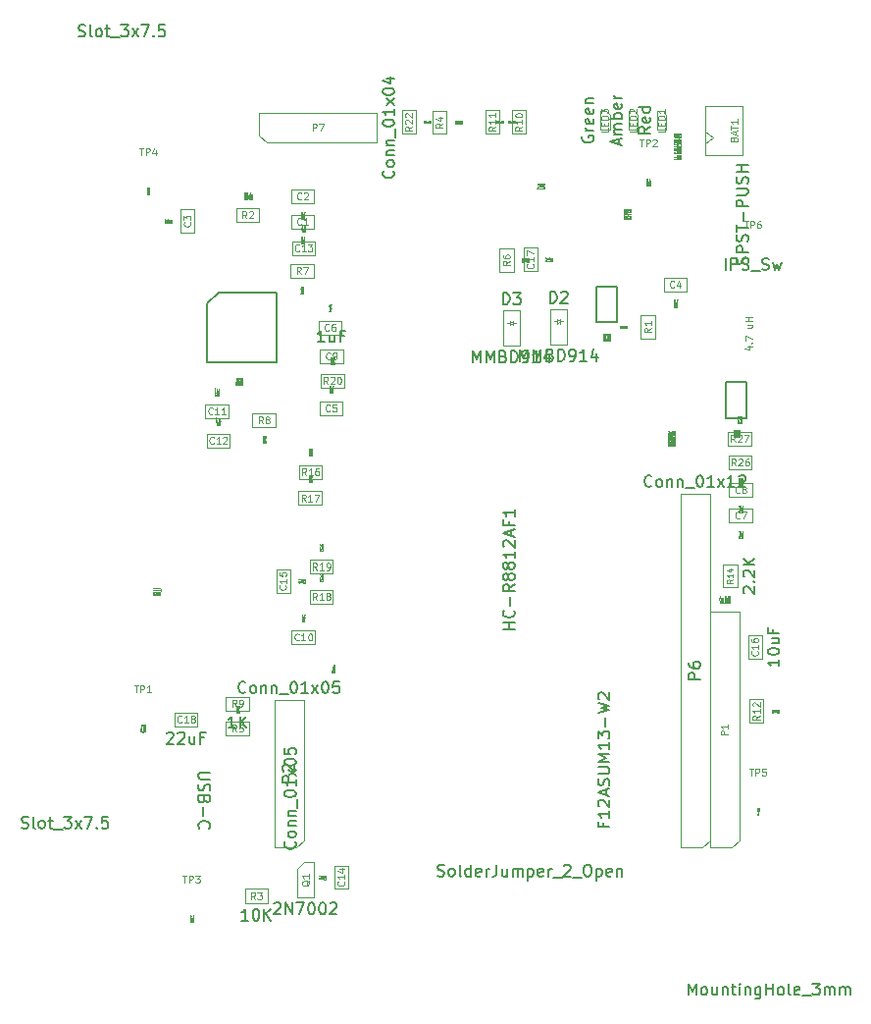
<source format=gbr>
G04 #@! TF.GenerationSoftware,KiCad,Pcbnew,(5.99.0-10509-g065f85b504)*
G04 #@! TF.CreationDate,2021-07-11T16:30:23-06:00*
G04 #@! TF.ProjectId,HAT_ver_7,4841545f-7665-4725-9f37-2e6b69636164,7.0.6*
G04 #@! TF.SameCoordinates,Original*
G04 #@! TF.FileFunction,AssemblyDrawing,Top*
%FSLAX46Y46*%
G04 Gerber Fmt 4.6, Leading zero omitted, Abs format (unit mm)*
G04 Created by KiCad (PCBNEW (5.99.0-10509-g065f85b504)) date 2021-07-11 16:30:23*
%MOMM*%
%LPD*%
G01*
G04 APERTURE LIST*
%ADD10C,0.150000*%
%ADD11C,0.025000*%
%ADD12C,0.100000*%
%ADD13C,0.080000*%
G04 APERTURE END LIST*
D10*
X148615400Y-112953800D02*
X148513800Y-113588800D01*
X148615400Y-113588800D02*
X148615400Y-112953800D01*
D11*
X174179657Y-74528571D02*
X174208228Y-74514285D01*
X174208228Y-74490476D01*
X174179657Y-74480952D01*
X174151085Y-74476190D01*
X174093942Y-74471428D01*
X174036800Y-74471428D01*
X173979657Y-74476190D01*
X173951085Y-74480952D01*
X173922514Y-74490476D01*
X173893942Y-74509523D01*
X173865371Y-74519047D01*
X173836800Y-74523809D01*
X173779657Y-74528571D01*
X173722514Y-74528571D01*
X173665371Y-74523809D01*
X173636800Y-74519047D01*
X173608228Y-74509523D01*
X173608228Y-74485714D01*
X173636800Y-74471428D01*
X174208228Y-74428571D02*
X173608228Y-74428571D01*
X173608228Y-74390476D01*
X173636800Y-74380952D01*
X173665371Y-74376190D01*
X173722514Y-74371428D01*
X173808228Y-74371428D01*
X173865371Y-74376190D01*
X173893942Y-74380952D01*
X173922514Y-74390476D01*
X173922514Y-74428571D01*
X174179657Y-74333333D02*
X174208228Y-74319047D01*
X174208228Y-74295238D01*
X174179657Y-74285714D01*
X174151085Y-74280952D01*
X174093942Y-74276190D01*
X174036800Y-74276190D01*
X173979657Y-74280952D01*
X173951085Y-74285714D01*
X173922514Y-74295238D01*
X173893942Y-74314285D01*
X173865371Y-74323809D01*
X173836800Y-74328571D01*
X173779657Y-74333333D01*
X173722514Y-74333333D01*
X173665371Y-74328571D01*
X173636800Y-74323809D01*
X173608228Y-74314285D01*
X173608228Y-74290476D01*
X173636800Y-74276190D01*
X173608228Y-74247619D02*
X173608228Y-74190476D01*
X174208228Y-74219047D02*
X173608228Y-74219047D01*
X173979657Y-74157142D02*
X173979657Y-74080952D01*
X174208228Y-74033333D02*
X173608228Y-74033333D01*
X173608228Y-73995238D01*
X173636800Y-73985714D01*
X173665371Y-73980952D01*
X173722514Y-73976190D01*
X173808228Y-73976190D01*
X173865371Y-73980952D01*
X173893942Y-73985714D01*
X173922514Y-73995238D01*
X173922514Y-74033333D01*
X173608228Y-73933333D02*
X174093942Y-73933333D01*
X174151085Y-73928571D01*
X174179657Y-73923809D01*
X174208228Y-73914285D01*
X174208228Y-73895238D01*
X174179657Y-73885714D01*
X174151085Y-73880952D01*
X174093942Y-73876190D01*
X173608228Y-73876190D01*
X174179657Y-73833333D02*
X174208228Y-73819047D01*
X174208228Y-73795238D01*
X174179657Y-73785714D01*
X174151085Y-73780952D01*
X174093942Y-73776190D01*
X174036800Y-73776190D01*
X173979657Y-73780952D01*
X173951085Y-73785714D01*
X173922514Y-73795238D01*
X173893942Y-73814285D01*
X173865371Y-73823809D01*
X173836800Y-73828571D01*
X173779657Y-73833333D01*
X173722514Y-73833333D01*
X173665371Y-73828571D01*
X173636800Y-73823809D01*
X173608228Y-73814285D01*
X173608228Y-73790476D01*
X173636800Y-73776190D01*
X174208228Y-73733333D02*
X173608228Y-73733333D01*
X173893942Y-73733333D02*
X173893942Y-73676190D01*
X174208228Y-73676190D02*
X173608228Y-73676190D01*
X183078095Y-93281428D02*
X183078095Y-92681428D01*
X183111428Y-93110000D01*
X183144761Y-92681428D01*
X183144761Y-93281428D01*
X183178095Y-92681428D02*
X183235238Y-92681428D01*
X183206666Y-93281428D02*
X183206666Y-92681428D01*
X183259047Y-92681428D02*
X183320952Y-92681428D01*
X183287619Y-92910000D01*
X183301904Y-92910000D01*
X183311428Y-92938571D01*
X183316190Y-92967142D01*
X183320952Y-93024285D01*
X183320952Y-93167142D01*
X183316190Y-93224285D01*
X183311428Y-93252857D01*
X183301904Y-93281428D01*
X183273333Y-93281428D01*
X183263809Y-93252857D01*
X183259047Y-93224285D01*
X183406666Y-92681428D02*
X183387619Y-92681428D01*
X183378095Y-92710000D01*
X183373333Y-92738571D01*
X183363809Y-92824285D01*
X183359047Y-92938571D01*
X183359047Y-93167142D01*
X183363809Y-93224285D01*
X183368571Y-93252857D01*
X183378095Y-93281428D01*
X183397142Y-93281428D01*
X183406666Y-93252857D01*
X183411428Y-93224285D01*
X183416190Y-93167142D01*
X183416190Y-93024285D01*
X183411428Y-92967142D01*
X183406666Y-92938571D01*
X183397142Y-92910000D01*
X183378095Y-92910000D01*
X183368571Y-92938571D01*
X183363809Y-92967142D01*
X183359047Y-93024285D01*
X183478095Y-92681428D02*
X183487619Y-92681428D01*
X183497142Y-92710000D01*
X183501904Y-92738571D01*
X183506666Y-92795714D01*
X183511428Y-92910000D01*
X183511428Y-93052857D01*
X183506666Y-93167142D01*
X183501904Y-93224285D01*
X183497142Y-93252857D01*
X183487619Y-93281428D01*
X183478095Y-93281428D01*
X183468571Y-93252857D01*
X183463809Y-93224285D01*
X183459047Y-93167142D01*
X183454285Y-93052857D01*
X183454285Y-92910000D01*
X183459047Y-92795714D01*
X183463809Y-92738571D01*
X183468571Y-92710000D01*
X183478095Y-92681428D01*
X183568571Y-92938571D02*
X183559047Y-92910000D01*
X183554285Y-92881428D01*
X183549523Y-92824285D01*
X183549523Y-92795714D01*
X183554285Y-92738571D01*
X183559047Y-92710000D01*
X183568571Y-92681428D01*
X183587619Y-92681428D01*
X183597142Y-92710000D01*
X183601904Y-92738571D01*
X183606666Y-92795714D01*
X183606666Y-92824285D01*
X183601904Y-92881428D01*
X183597142Y-92910000D01*
X183587619Y-92938571D01*
X183568571Y-92938571D01*
X183559047Y-92967142D01*
X183554285Y-92995714D01*
X183549523Y-93052857D01*
X183549523Y-93167142D01*
X183554285Y-93224285D01*
X183559047Y-93252857D01*
X183568571Y-93281428D01*
X183587619Y-93281428D01*
X183597142Y-93252857D01*
X183601904Y-93224285D01*
X183606666Y-93167142D01*
X183606666Y-93052857D01*
X183601904Y-92995714D01*
X183597142Y-92967142D01*
X183587619Y-92938571D01*
X173871428Y-83876666D02*
X173871428Y-83933809D01*
X173871428Y-83905238D02*
X173271428Y-83905238D01*
X173357142Y-83914761D01*
X173414285Y-83924285D01*
X173442857Y-83933809D01*
X173271428Y-83790952D02*
X173271428Y-83810000D01*
X173300000Y-83819523D01*
X173328571Y-83824285D01*
X173414285Y-83833809D01*
X173528571Y-83838571D01*
X173757142Y-83838571D01*
X173814285Y-83833809D01*
X173842857Y-83829047D01*
X173871428Y-83819523D01*
X173871428Y-83800476D01*
X173842857Y-83790952D01*
X173814285Y-83786190D01*
X173757142Y-83781428D01*
X173614285Y-83781428D01*
X173557142Y-83786190D01*
X173528571Y-83790952D01*
X173500000Y-83800476D01*
X173500000Y-83819523D01*
X173528571Y-83829047D01*
X173557142Y-83833809D01*
X173614285Y-83838571D01*
X173328571Y-83743333D02*
X173300000Y-83738571D01*
X173271428Y-83729047D01*
X173271428Y-83705238D01*
X173300000Y-83695714D01*
X173328571Y-83690952D01*
X173385714Y-83686190D01*
X173442857Y-83686190D01*
X173528571Y-83690952D01*
X173871428Y-83748095D01*
X173871428Y-83686190D01*
D12*
X175971428Y-83910000D02*
X175685714Y-84110000D01*
X175971428Y-84252857D02*
X175371428Y-84252857D01*
X175371428Y-84024285D01*
X175400000Y-83967142D01*
X175428571Y-83938571D01*
X175485714Y-83910000D01*
X175571428Y-83910000D01*
X175628571Y-83938571D01*
X175657142Y-83967142D01*
X175685714Y-84024285D01*
X175685714Y-84252857D01*
X175971428Y-83338571D02*
X175971428Y-83681428D01*
X175971428Y-83510000D02*
X175371428Y-83510000D01*
X175457142Y-83567142D01*
X175514285Y-83624285D01*
X175542857Y-83681428D01*
D11*
X171872380Y-85021428D02*
X171872380Y-84421428D01*
X171905714Y-84850000D01*
X171939047Y-84421428D01*
X171939047Y-85021428D01*
X171986666Y-85021428D02*
X171986666Y-84421428D01*
X172091428Y-84964285D02*
X172086666Y-84992857D01*
X172072380Y-85021428D01*
X172062857Y-85021428D01*
X172048571Y-84992857D01*
X172039047Y-84935714D01*
X172034285Y-84878571D01*
X172029523Y-84764285D01*
X172029523Y-84678571D01*
X172034285Y-84564285D01*
X172039047Y-84507142D01*
X172048571Y-84450000D01*
X172062857Y-84421428D01*
X172072380Y-84421428D01*
X172086666Y-84450000D01*
X172091428Y-84478571D01*
X172129523Y-84478571D02*
X172134285Y-84450000D01*
X172143809Y-84421428D01*
X172167619Y-84421428D01*
X172177142Y-84450000D01*
X172181904Y-84478571D01*
X172186666Y-84535714D01*
X172186666Y-84592857D01*
X172181904Y-84678571D01*
X172124761Y-85021428D01*
X172186666Y-85021428D01*
X172248571Y-84421428D02*
X172258095Y-84421428D01*
X172267619Y-84450000D01*
X172272380Y-84478571D01*
X172277142Y-84535714D01*
X172281904Y-84650000D01*
X172281904Y-84792857D01*
X172277142Y-84907142D01*
X172272380Y-84964285D01*
X172267619Y-84992857D01*
X172258095Y-85021428D01*
X172248571Y-85021428D01*
X172239047Y-84992857D01*
X172234285Y-84964285D01*
X172229523Y-84907142D01*
X172224761Y-84792857D01*
X172224761Y-84650000D01*
X172229523Y-84535714D01*
X172234285Y-84478571D01*
X172239047Y-84450000D01*
X172248571Y-84421428D01*
X172377142Y-85021428D02*
X172320000Y-85021428D01*
X172348571Y-85021428D02*
X172348571Y-84421428D01*
X172339047Y-84507142D01*
X172329523Y-84564285D01*
X172320000Y-84592857D01*
X172424761Y-85021428D02*
X172443809Y-85021428D01*
X172453333Y-84992857D01*
X172458095Y-84964285D01*
X172467619Y-84878571D01*
X172472380Y-84764285D01*
X172472380Y-84535714D01*
X172467619Y-84478571D01*
X172462857Y-84450000D01*
X172453333Y-84421428D01*
X172434285Y-84421428D01*
X172424761Y-84450000D01*
X172420000Y-84478571D01*
X172415238Y-84535714D01*
X172415238Y-84678571D01*
X172420000Y-84735714D01*
X172424761Y-84764285D01*
X172434285Y-84792857D01*
X172453333Y-84792857D01*
X172462857Y-84764285D01*
X172467619Y-84735714D01*
X172472380Y-84678571D01*
X166351428Y-71858095D02*
X166751428Y-71858095D01*
X166122857Y-71881904D02*
X166551428Y-71905714D01*
X166551428Y-71843809D01*
X166694285Y-71805714D02*
X166722857Y-71800952D01*
X166751428Y-71805714D01*
X166722857Y-71810476D01*
X166694285Y-71805714D01*
X166751428Y-71805714D01*
X166151428Y-71767619D02*
X166151428Y-71700952D01*
X166751428Y-71743809D01*
X166351428Y-71543809D02*
X166751428Y-71543809D01*
X166351428Y-71586666D02*
X166665714Y-71586666D01*
X166722857Y-71581904D01*
X166751428Y-71572380D01*
X166751428Y-71558095D01*
X166722857Y-71548571D01*
X166694285Y-71543809D01*
X166751428Y-71496190D02*
X166151428Y-71496190D01*
X166437142Y-71496190D02*
X166437142Y-71439047D01*
X166751428Y-71439047D02*
X166151428Y-71439047D01*
X178061428Y-94041428D02*
X177461428Y-94041428D01*
X178061428Y-93984285D01*
X177461428Y-93984285D01*
X178061428Y-93879523D02*
X177775714Y-93912857D01*
X178061428Y-93936666D02*
X177461428Y-93936666D01*
X177461428Y-93898571D01*
X177490000Y-93889047D01*
X177518571Y-93884285D01*
X177575714Y-93879523D01*
X177661428Y-93879523D01*
X177718571Y-93884285D01*
X177747142Y-93889047D01*
X177775714Y-93898571D01*
X177775714Y-93936666D01*
X177461428Y-93850952D02*
X178061428Y-93817619D01*
X177461428Y-93784285D01*
X177461428Y-93765238D02*
X177461428Y-93708095D01*
X178061428Y-93736666D02*
X177461428Y-93736666D01*
X178032857Y-93679523D02*
X178061428Y-93665238D01*
X178061428Y-93641428D01*
X178032857Y-93631904D01*
X178004285Y-93627142D01*
X177947142Y-93622380D01*
X177890000Y-93622380D01*
X177832857Y-93627142D01*
X177804285Y-93631904D01*
X177775714Y-93641428D01*
X177747142Y-93660476D01*
X177718571Y-93670000D01*
X177690000Y-93674761D01*
X177632857Y-93679523D01*
X177575714Y-93679523D01*
X177518571Y-93674761D01*
X177490000Y-93670000D01*
X177461428Y-93660476D01*
X177461428Y-93636666D01*
X177490000Y-93622380D01*
X177518571Y-93584285D02*
X177490000Y-93579523D01*
X177461428Y-93570000D01*
X177461428Y-93546190D01*
X177490000Y-93536666D01*
X177518571Y-93531904D01*
X177575714Y-93527142D01*
X177632857Y-93527142D01*
X177718571Y-93531904D01*
X178061428Y-93589047D01*
X178061428Y-93527142D01*
X177461428Y-93441428D02*
X177461428Y-93460476D01*
X177490000Y-93470000D01*
X177518571Y-93474761D01*
X177604285Y-93484285D01*
X177718571Y-93489047D01*
X177947142Y-93489047D01*
X178004285Y-93484285D01*
X178032857Y-93479523D01*
X178061428Y-93470000D01*
X178061428Y-93450952D01*
X178032857Y-93441428D01*
X178004285Y-93436666D01*
X177947142Y-93431904D01*
X177804285Y-93431904D01*
X177747142Y-93436666D01*
X177718571Y-93441428D01*
X177690000Y-93450952D01*
X177690000Y-93470000D01*
X177718571Y-93479523D01*
X177747142Y-93484285D01*
X177804285Y-93489047D01*
X177461428Y-93370000D02*
X177461428Y-93360476D01*
X177490000Y-93350952D01*
X177518571Y-93346190D01*
X177575714Y-93341428D01*
X177690000Y-93336666D01*
X177832857Y-93336666D01*
X177947142Y-93341428D01*
X178004285Y-93346190D01*
X178032857Y-93350952D01*
X178061428Y-93360476D01*
X178061428Y-93370000D01*
X178032857Y-93379523D01*
X178004285Y-93384285D01*
X177947142Y-93389047D01*
X177832857Y-93393809D01*
X177690000Y-93393809D01*
X177575714Y-93389047D01*
X177518571Y-93384285D01*
X177490000Y-93379523D01*
X177461428Y-93370000D01*
X177747142Y-93293809D02*
X177747142Y-93260476D01*
X178061428Y-93246190D02*
X178061428Y-93293809D01*
X177461428Y-93293809D01*
X177461428Y-93246190D01*
X178032857Y-93208095D02*
X178061428Y-93193809D01*
X178061428Y-93170000D01*
X178032857Y-93160476D01*
X178004285Y-93155714D01*
X177947142Y-93150952D01*
X177890000Y-93150952D01*
X177832857Y-93155714D01*
X177804285Y-93160476D01*
X177775714Y-93170000D01*
X177747142Y-93189047D01*
X177718571Y-93198571D01*
X177690000Y-93203333D01*
X177632857Y-93208095D01*
X177575714Y-93208095D01*
X177518571Y-93203333D01*
X177490000Y-93198571D01*
X177461428Y-93189047D01*
X177461428Y-93165238D01*
X177490000Y-93150952D01*
X177747142Y-93074761D02*
X177747142Y-93108095D01*
X178061428Y-93108095D02*
X177461428Y-93108095D01*
X177461428Y-93060476D01*
X177461428Y-93036666D02*
X177461428Y-92979523D01*
X178061428Y-93008095D02*
X177461428Y-93008095D01*
X178061428Y-92893809D02*
X178061428Y-92950952D01*
X178061428Y-92922380D02*
X177461428Y-92922380D01*
X177547142Y-92931904D01*
X177604285Y-92941428D01*
X177632857Y-92950952D01*
X177490000Y-92798571D02*
X177461428Y-92808095D01*
X177461428Y-92822380D01*
X177490000Y-92836666D01*
X177547142Y-92846190D01*
X177604285Y-92850952D01*
X177718571Y-92855714D01*
X177804285Y-92855714D01*
X177918571Y-92850952D01*
X177975714Y-92846190D01*
X178032857Y-92836666D01*
X178061428Y-92822380D01*
X178061428Y-92812857D01*
X178032857Y-92798571D01*
X178004285Y-92793809D01*
X177804285Y-92793809D01*
X177804285Y-92812857D01*
X140150914Y-88670000D02*
X140198533Y-88670000D01*
X140141390Y-88841428D02*
X140174723Y-88241428D01*
X140208057Y-88841428D01*
X140231866Y-88241428D02*
X140298533Y-88841428D01*
X140298533Y-88241428D02*
X140231866Y-88841428D01*
X140336628Y-88841428D02*
X140336628Y-88241428D01*
X140374723Y-88241428D01*
X140384247Y-88270000D01*
X140389009Y-88298571D01*
X140393771Y-88355714D01*
X140393771Y-88441428D01*
X140389009Y-88498571D01*
X140384247Y-88527142D01*
X140374723Y-88555714D01*
X140336628Y-88555714D01*
X140431866Y-88298571D02*
X140436628Y-88270000D01*
X140446152Y-88241428D01*
X140469961Y-88241428D01*
X140479485Y-88270000D01*
X140484247Y-88298571D01*
X140489009Y-88355714D01*
X140489009Y-88412857D01*
X140484247Y-88498571D01*
X140427104Y-88841428D01*
X140489009Y-88841428D01*
X140550914Y-88241428D02*
X140560438Y-88241428D01*
X140569961Y-88270000D01*
X140574723Y-88298571D01*
X140579485Y-88355714D01*
X140584247Y-88470000D01*
X140584247Y-88612857D01*
X140579485Y-88727142D01*
X140574723Y-88784285D01*
X140569961Y-88812857D01*
X140560438Y-88841428D01*
X140550914Y-88841428D01*
X140541390Y-88812857D01*
X140536628Y-88784285D01*
X140531866Y-88727142D01*
X140527104Y-88612857D01*
X140527104Y-88470000D01*
X140531866Y-88355714D01*
X140536628Y-88298571D01*
X140541390Y-88270000D01*
X140550914Y-88241428D01*
X140631866Y-88841428D02*
X140650914Y-88841428D01*
X140660438Y-88812857D01*
X140665200Y-88784285D01*
X140674723Y-88698571D01*
X140679485Y-88584285D01*
X140679485Y-88355714D01*
X140674723Y-88298571D01*
X140669961Y-88270000D01*
X140660438Y-88241428D01*
X140641390Y-88241428D01*
X140631866Y-88270000D01*
X140627104Y-88298571D01*
X140622342Y-88355714D01*
X140622342Y-88498571D01*
X140627104Y-88555714D01*
X140631866Y-88584285D01*
X140641390Y-88612857D01*
X140660438Y-88612857D01*
X140669961Y-88584285D01*
X140674723Y-88555714D01*
X140679485Y-88498571D01*
X133026928Y-106898337D02*
X133512642Y-106898337D01*
X133569785Y-106893575D01*
X133598357Y-106888813D01*
X133626928Y-106879289D01*
X133626928Y-106860241D01*
X133598357Y-106850718D01*
X133569785Y-106845956D01*
X133512642Y-106841194D01*
X133026928Y-106841194D01*
X133598357Y-106798337D02*
X133626928Y-106784051D01*
X133626928Y-106760241D01*
X133598357Y-106750718D01*
X133569785Y-106745956D01*
X133512642Y-106741194D01*
X133455500Y-106741194D01*
X133398357Y-106745956D01*
X133369785Y-106750718D01*
X133341214Y-106760241D01*
X133312642Y-106779289D01*
X133284071Y-106788813D01*
X133255500Y-106793575D01*
X133198357Y-106798337D01*
X133141214Y-106798337D01*
X133084071Y-106793575D01*
X133055500Y-106788813D01*
X133026928Y-106779289D01*
X133026928Y-106755480D01*
X133055500Y-106741194D01*
X133312642Y-106665003D02*
X133341214Y-106650718D01*
X133369785Y-106645956D01*
X133426928Y-106641194D01*
X133512642Y-106641194D01*
X133569785Y-106645956D01*
X133598357Y-106650718D01*
X133626928Y-106660241D01*
X133626928Y-106698337D01*
X133026928Y-106698337D01*
X133026928Y-106665003D01*
X133055500Y-106655480D01*
X133084071Y-106650718D01*
X133141214Y-106645956D01*
X133198357Y-106645956D01*
X133255500Y-106650718D01*
X133284071Y-106655480D01*
X133312642Y-106665003D01*
X133312642Y-106698337D01*
X133684071Y-106622146D02*
X133684071Y-106545956D01*
X133455500Y-106526908D02*
X133455500Y-106479289D01*
X133626928Y-106536432D02*
X133026928Y-106503099D01*
X133626928Y-106469765D01*
X133684071Y-106460241D02*
X133684071Y-106384051D01*
X133626928Y-106307860D02*
X133626928Y-106365003D01*
X133626928Y-106336432D02*
X133026928Y-106336432D01*
X133112642Y-106345956D01*
X133169785Y-106355480D01*
X133198357Y-106365003D01*
X181947390Y-107526285D02*
X181942628Y-107554857D01*
X181928342Y-107583428D01*
X181918819Y-107583428D01*
X181904533Y-107554857D01*
X181895009Y-107497714D01*
X181890247Y-107440571D01*
X181885485Y-107326285D01*
X181885485Y-107240571D01*
X181890247Y-107126285D01*
X181895009Y-107069142D01*
X181904533Y-107012000D01*
X181918819Y-106983428D01*
X181928342Y-106983428D01*
X181942628Y-107012000D01*
X181947390Y-107040571D01*
X182004533Y-107583428D02*
X181995009Y-107554857D01*
X181990247Y-107526285D01*
X181985485Y-107469142D01*
X181985485Y-107297714D01*
X181990247Y-107240571D01*
X181995009Y-107212000D01*
X182004533Y-107183428D01*
X182018819Y-107183428D01*
X182028342Y-107212000D01*
X182033104Y-107240571D01*
X182037866Y-107297714D01*
X182037866Y-107469142D01*
X182033104Y-107526285D01*
X182028342Y-107554857D01*
X182018819Y-107583428D01*
X182004533Y-107583428D01*
X182080723Y-107183428D02*
X182080723Y-107583428D01*
X182080723Y-107240571D02*
X182085485Y-107212000D01*
X182095009Y-107183428D01*
X182109295Y-107183428D01*
X182118819Y-107212000D01*
X182123580Y-107269142D01*
X182123580Y-107583428D01*
X182171200Y-107183428D02*
X182171200Y-107583428D01*
X182171200Y-107240571D02*
X182175961Y-107212000D01*
X182185485Y-107183428D01*
X182199771Y-107183428D01*
X182209295Y-107212000D01*
X182214057Y-107269142D01*
X182214057Y-107583428D01*
X182237866Y-107640571D02*
X182314057Y-107640571D01*
X182356914Y-106983428D02*
X182366438Y-106983428D01*
X182375961Y-107012000D01*
X182380723Y-107040571D01*
X182385485Y-107097714D01*
X182390247Y-107212000D01*
X182390247Y-107354857D01*
X182385485Y-107469142D01*
X182380723Y-107526285D01*
X182375961Y-107554857D01*
X182366438Y-107583428D01*
X182356914Y-107583428D01*
X182347390Y-107554857D01*
X182342628Y-107526285D01*
X182337866Y-107469142D01*
X182333104Y-107354857D01*
X182333104Y-107212000D01*
X182337866Y-107097714D01*
X182342628Y-107040571D01*
X182347390Y-107012000D01*
X182356914Y-106983428D01*
X182485485Y-107583428D02*
X182428342Y-107583428D01*
X182456914Y-107583428D02*
X182456914Y-106983428D01*
X182447390Y-107069142D01*
X182437866Y-107126285D01*
X182428342Y-107154857D01*
X182518819Y-107583428D02*
X182571200Y-107183428D01*
X182518819Y-107183428D02*
X182571200Y-107583428D01*
X182628342Y-106983428D02*
X182637866Y-106983428D01*
X182647390Y-107012000D01*
X182652152Y-107040571D01*
X182656914Y-107097714D01*
X182661676Y-107212000D01*
X182661676Y-107354857D01*
X182656914Y-107469142D01*
X182652152Y-107526285D01*
X182647390Y-107554857D01*
X182637866Y-107583428D01*
X182628342Y-107583428D01*
X182618819Y-107554857D01*
X182614057Y-107526285D01*
X182609295Y-107469142D01*
X182604533Y-107354857D01*
X182604533Y-107212000D01*
X182609295Y-107097714D01*
X182614057Y-107040571D01*
X182618819Y-107012000D01*
X182628342Y-106983428D01*
X182718819Y-107240571D02*
X182709295Y-107212000D01*
X182704533Y-107183428D01*
X182699771Y-107126285D01*
X182699771Y-107097714D01*
X182704533Y-107040571D01*
X182709295Y-107012000D01*
X182718819Y-106983428D01*
X182737866Y-106983428D01*
X182747390Y-107012000D01*
X182752152Y-107040571D01*
X182756914Y-107097714D01*
X182756914Y-107126285D01*
X182752152Y-107183428D01*
X182747390Y-107212000D01*
X182737866Y-107240571D01*
X182718819Y-107240571D01*
X182709295Y-107269142D01*
X182704533Y-107297714D01*
X182699771Y-107354857D01*
X182699771Y-107469142D01*
X182704533Y-107526285D01*
X182709295Y-107554857D01*
X182718819Y-107583428D01*
X182737866Y-107583428D01*
X182747390Y-107554857D01*
X182752152Y-107526285D01*
X182756914Y-107469142D01*
X182756914Y-107354857D01*
X182752152Y-107297714D01*
X182747390Y-107269142D01*
X182737866Y-107240571D01*
D12*
X182592628Y-118974857D02*
X181992628Y-118974857D01*
X181992628Y-118746285D01*
X182021200Y-118689142D01*
X182049771Y-118660571D01*
X182106914Y-118632000D01*
X182192628Y-118632000D01*
X182249771Y-118660571D01*
X182278342Y-118689142D01*
X182306914Y-118746285D01*
X182306914Y-118974857D01*
X182592628Y-118060571D02*
X182592628Y-118403428D01*
X182592628Y-118232000D02*
X181992628Y-118232000D01*
X182078342Y-118289142D01*
X182135485Y-118346285D01*
X182164057Y-118403428D01*
D11*
X178581428Y-69366190D02*
X177981428Y-69366190D01*
X178410000Y-69332857D01*
X177981428Y-69299523D01*
X178581428Y-69299523D01*
X178581428Y-69237619D02*
X178552857Y-69247142D01*
X178524285Y-69251904D01*
X178467142Y-69256666D01*
X178295714Y-69256666D01*
X178238571Y-69251904D01*
X178210000Y-69247142D01*
X178181428Y-69237619D01*
X178181428Y-69223333D01*
X178210000Y-69213809D01*
X178238571Y-69209047D01*
X178295714Y-69204285D01*
X178467142Y-69204285D01*
X178524285Y-69209047D01*
X178552857Y-69213809D01*
X178581428Y-69223333D01*
X178581428Y-69237619D01*
X178581428Y-69147142D02*
X178552857Y-69156666D01*
X178495714Y-69161428D01*
X177981428Y-69161428D01*
X178552857Y-69070952D02*
X178581428Y-69080476D01*
X178581428Y-69099523D01*
X178552857Y-69109047D01*
X178495714Y-69113809D01*
X178267142Y-69113809D01*
X178210000Y-69109047D01*
X178181428Y-69099523D01*
X178181428Y-69080476D01*
X178210000Y-69070952D01*
X178267142Y-69066190D01*
X178324285Y-69066190D01*
X178381428Y-69113809D01*
X178581428Y-69032857D02*
X178181428Y-68980476D01*
X178181428Y-69032857D02*
X178581428Y-68980476D01*
X178581428Y-68866190D02*
X177981428Y-68866190D01*
X177981428Y-68828095D01*
X178010000Y-68818571D01*
X178038571Y-68813809D01*
X178095714Y-68809047D01*
X178181428Y-68809047D01*
X178238571Y-68813809D01*
X178267142Y-68818571D01*
X178295714Y-68828095D01*
X178295714Y-68866190D01*
X178581428Y-68766190D02*
X178181428Y-68766190D01*
X177981428Y-68766190D02*
X178010000Y-68770952D01*
X178038571Y-68766190D01*
X178010000Y-68761428D01*
X177981428Y-68766190D01*
X178038571Y-68766190D01*
X178552857Y-68675714D02*
X178581428Y-68685238D01*
X178581428Y-68704285D01*
X178552857Y-68713809D01*
X178524285Y-68718571D01*
X178467142Y-68723333D01*
X178295714Y-68723333D01*
X178238571Y-68718571D01*
X178210000Y-68713809D01*
X178181428Y-68704285D01*
X178181428Y-68685238D01*
X178210000Y-68675714D01*
X178581428Y-68618571D02*
X178552857Y-68628095D01*
X178524285Y-68632857D01*
X178467142Y-68637619D01*
X178295714Y-68637619D01*
X178238571Y-68632857D01*
X178210000Y-68628095D01*
X178181428Y-68618571D01*
X178181428Y-68604285D01*
X178210000Y-68594761D01*
X178238571Y-68590000D01*
X178295714Y-68585238D01*
X178467142Y-68585238D01*
X178524285Y-68590000D01*
X178552857Y-68594761D01*
X178581428Y-68604285D01*
X178581428Y-68618571D01*
X178267142Y-68509047D02*
X178295714Y-68494761D01*
X178324285Y-68490000D01*
X178381428Y-68485238D01*
X178467142Y-68485238D01*
X178524285Y-68490000D01*
X178552857Y-68494761D01*
X178581428Y-68504285D01*
X178581428Y-68542380D01*
X177981428Y-68542380D01*
X177981428Y-68509047D01*
X178010000Y-68499523D01*
X178038571Y-68494761D01*
X178095714Y-68490000D01*
X178152857Y-68490000D01*
X178210000Y-68494761D01*
X178238571Y-68499523D01*
X178267142Y-68509047D01*
X178267142Y-68542380D01*
X178581428Y-68428095D02*
X178552857Y-68437619D01*
X178495714Y-68442380D01*
X177981428Y-68442380D01*
X178581428Y-68347142D02*
X178267142Y-68347142D01*
X178210000Y-68351904D01*
X178181428Y-68361428D01*
X178181428Y-68380476D01*
X178210000Y-68390000D01*
X178552857Y-68347142D02*
X178581428Y-68356666D01*
X178581428Y-68380476D01*
X178552857Y-68390000D01*
X178495714Y-68394761D01*
X178438571Y-68394761D01*
X178381428Y-68390000D01*
X178352857Y-68380476D01*
X178352857Y-68356666D01*
X178324285Y-68347142D01*
X178581428Y-68256666D02*
X177981428Y-68256666D01*
X178552857Y-68256666D02*
X178581428Y-68266190D01*
X178581428Y-68285238D01*
X178552857Y-68294761D01*
X178524285Y-68299523D01*
X178467142Y-68304285D01*
X178295714Y-68304285D01*
X178238571Y-68299523D01*
X178210000Y-68294761D01*
X178181428Y-68285238D01*
X178181428Y-68266190D01*
X178210000Y-68256666D01*
X178552857Y-68170952D02*
X178581428Y-68180476D01*
X178581428Y-68199523D01*
X178552857Y-68209047D01*
X178495714Y-68213809D01*
X178267142Y-68213809D01*
X178210000Y-68209047D01*
X178181428Y-68199523D01*
X178181428Y-68180476D01*
X178210000Y-68170952D01*
X178267142Y-68166190D01*
X178324285Y-68166190D01*
X178381428Y-68213809D01*
X177981428Y-67999523D02*
X177981428Y-68047142D01*
X178267142Y-68051904D01*
X178238571Y-68047142D01*
X178210000Y-68037619D01*
X178210000Y-68013809D01*
X178238571Y-68004285D01*
X178267142Y-67999523D01*
X178324285Y-67994761D01*
X178467142Y-67994761D01*
X178524285Y-67999523D01*
X178552857Y-68004285D01*
X178581428Y-68013809D01*
X178581428Y-68037619D01*
X178552857Y-68047142D01*
X178524285Y-68051904D01*
X177981428Y-67961428D02*
X177981428Y-67899523D01*
X178210000Y-67932857D01*
X178210000Y-67918571D01*
X178238571Y-67909047D01*
X178267142Y-67904285D01*
X178324285Y-67899523D01*
X178467142Y-67899523D01*
X178524285Y-67904285D01*
X178552857Y-67909047D01*
X178581428Y-67918571D01*
X178581428Y-67947142D01*
X178552857Y-67956666D01*
X178524285Y-67961428D01*
X177981428Y-67837619D02*
X177981428Y-67828095D01*
X178010000Y-67818571D01*
X178038571Y-67813809D01*
X178095714Y-67809047D01*
X178210000Y-67804285D01*
X178352857Y-67804285D01*
X178467142Y-67809047D01*
X178524285Y-67813809D01*
X178552857Y-67818571D01*
X178581428Y-67828095D01*
X178581428Y-67837619D01*
X178552857Y-67847142D01*
X178524285Y-67851904D01*
X178467142Y-67856666D01*
X178352857Y-67861428D01*
X178210000Y-67861428D01*
X178095714Y-67856666D01*
X178038571Y-67851904D01*
X178010000Y-67847142D01*
X177981428Y-67837619D01*
X178181428Y-67718571D02*
X178581428Y-67718571D01*
X177952857Y-67742380D02*
X178381428Y-67766190D01*
X178381428Y-67704285D01*
X177981428Y-67675714D02*
X177981428Y-67609047D01*
X178581428Y-67651904D01*
X178352857Y-67570952D02*
X178352857Y-67494761D01*
X177981428Y-67428095D02*
X177981428Y-67418571D01*
X178010000Y-67409047D01*
X178038571Y-67404285D01*
X178095714Y-67399523D01*
X178210000Y-67394761D01*
X178352857Y-67394761D01*
X178467142Y-67399523D01*
X178524285Y-67404285D01*
X178552857Y-67409047D01*
X178581428Y-67418571D01*
X178581428Y-67428095D01*
X178552857Y-67437619D01*
X178524285Y-67442380D01*
X178467142Y-67447142D01*
X178352857Y-67451904D01*
X178210000Y-67451904D01*
X178095714Y-67447142D01*
X178038571Y-67442380D01*
X178010000Y-67437619D01*
X177981428Y-67428095D01*
X178038571Y-67356666D02*
X178010000Y-67351904D01*
X177981428Y-67342380D01*
X177981428Y-67318571D01*
X178010000Y-67309047D01*
X178038571Y-67304285D01*
X178095714Y-67299523D01*
X178152857Y-67299523D01*
X178238571Y-67304285D01*
X178581428Y-67361428D01*
X178581428Y-67299523D01*
X178581428Y-67204285D02*
X178581428Y-67261428D01*
X178581428Y-67232857D02*
X177981428Y-67232857D01*
X178067142Y-67242380D01*
X178124285Y-67251904D01*
X178152857Y-67261428D01*
X177981428Y-67142380D02*
X177981428Y-67132857D01*
X178010000Y-67123333D01*
X178038571Y-67118571D01*
X178095714Y-67113809D01*
X178210000Y-67109047D01*
X178352857Y-67109047D01*
X178467142Y-67113809D01*
X178524285Y-67118571D01*
X178552857Y-67123333D01*
X178581428Y-67132857D01*
X178581428Y-67142380D01*
X178552857Y-67151904D01*
X178524285Y-67156666D01*
X178467142Y-67161428D01*
X178352857Y-67166190D01*
X178210000Y-67166190D01*
X178095714Y-67161428D01*
X178038571Y-67156666D01*
X178010000Y-67151904D01*
X177981428Y-67142380D01*
D12*
X183117142Y-67588571D02*
X183145714Y-67502857D01*
X183174285Y-67474285D01*
X183231428Y-67445714D01*
X183317142Y-67445714D01*
X183374285Y-67474285D01*
X183402857Y-67502857D01*
X183431428Y-67560000D01*
X183431428Y-67788571D01*
X182831428Y-67788571D01*
X182831428Y-67588571D01*
X182860000Y-67531428D01*
X182888571Y-67502857D01*
X182945714Y-67474285D01*
X183002857Y-67474285D01*
X183060000Y-67502857D01*
X183088571Y-67531428D01*
X183117142Y-67588571D01*
X183117142Y-67788571D01*
X183260000Y-67217142D02*
X183260000Y-66931428D01*
X183431428Y-67274285D02*
X182831428Y-67074285D01*
X183431428Y-66874285D01*
X182831428Y-66760000D02*
X182831428Y-66417142D01*
X183431428Y-66588571D02*
X182831428Y-66588571D01*
X183431428Y-65902857D02*
X183431428Y-66245714D01*
X183431428Y-66074285D02*
X182831428Y-66074285D01*
X182917142Y-66131428D01*
X182974285Y-66188571D01*
X183002857Y-66245714D01*
D11*
X140206190Y-116481428D02*
X140158571Y-116481428D01*
X140153809Y-116767142D01*
X140158571Y-116738571D01*
X140168095Y-116710000D01*
X140191904Y-116710000D01*
X140201428Y-116738571D01*
X140206190Y-116767142D01*
X140210952Y-116824285D01*
X140210952Y-116967142D01*
X140206190Y-117024285D01*
X140201428Y-117052857D01*
X140191904Y-117081428D01*
X140168095Y-117081428D01*
X140158571Y-117052857D01*
X140153809Y-117024285D01*
X140306190Y-117081428D02*
X140249047Y-117081428D01*
X140277619Y-117081428D02*
X140277619Y-116481428D01*
X140268095Y-116567142D01*
X140258571Y-116624285D01*
X140249047Y-116652857D01*
X140349047Y-117081428D02*
X140349047Y-116481428D01*
X140406190Y-117081428D02*
X140363333Y-116738571D01*
X140406190Y-116481428D02*
X140349047Y-116824285D01*
D12*
X140180000Y-118731428D02*
X139980000Y-118445714D01*
X139837142Y-118731428D02*
X139837142Y-118131428D01*
X140065714Y-118131428D01*
X140122857Y-118160000D01*
X140151428Y-118188571D01*
X140180000Y-118245714D01*
X140180000Y-118331428D01*
X140151428Y-118388571D01*
X140122857Y-118417142D01*
X140065714Y-118445714D01*
X139837142Y-118445714D01*
X140722857Y-118131428D02*
X140437142Y-118131428D01*
X140408571Y-118417142D01*
X140437142Y-118388571D01*
X140494285Y-118360000D01*
X140637142Y-118360000D01*
X140694285Y-118388571D01*
X140722857Y-118417142D01*
X140751428Y-118474285D01*
X140751428Y-118617142D01*
X140722857Y-118674285D01*
X140694285Y-118702857D01*
X140637142Y-118731428D01*
X140494285Y-118731428D01*
X140437142Y-118702857D01*
X140408571Y-118674285D01*
D11*
X166948571Y-78154285D02*
X166920000Y-78149523D01*
X166891428Y-78140000D01*
X166891428Y-78116190D01*
X166920000Y-78106666D01*
X166948571Y-78101904D01*
X167005714Y-78097142D01*
X167062857Y-78097142D01*
X167148571Y-78101904D01*
X167491428Y-78159047D01*
X167491428Y-78097142D01*
X166948571Y-78059047D02*
X166920000Y-78054285D01*
X166891428Y-78044761D01*
X166891428Y-78020952D01*
X166920000Y-78011428D01*
X166948571Y-78006666D01*
X167005714Y-78001904D01*
X167062857Y-78001904D01*
X167148571Y-78006666D01*
X167491428Y-78063809D01*
X167491428Y-78001904D01*
X167091428Y-77916190D02*
X167491428Y-77916190D01*
X167091428Y-77959047D02*
X167405714Y-77959047D01*
X167462857Y-77954285D01*
X167491428Y-77944761D01*
X167491428Y-77930476D01*
X167462857Y-77920952D01*
X167434285Y-77916190D01*
X167177142Y-77835238D02*
X167177142Y-77868571D01*
X167491428Y-77868571D02*
X166891428Y-77868571D01*
X166891428Y-77820952D01*
D12*
X165784285Y-78375714D02*
X165812857Y-78404285D01*
X165841428Y-78490000D01*
X165841428Y-78547142D01*
X165812857Y-78632857D01*
X165755714Y-78690000D01*
X165698571Y-78718571D01*
X165584285Y-78747142D01*
X165498571Y-78747142D01*
X165384285Y-78718571D01*
X165327142Y-78690000D01*
X165270000Y-78632857D01*
X165241428Y-78547142D01*
X165241428Y-78490000D01*
X165270000Y-78404285D01*
X165298571Y-78375714D01*
X165841428Y-77804285D02*
X165841428Y-78147142D01*
X165841428Y-77975714D02*
X165241428Y-77975714D01*
X165327142Y-78032857D01*
X165384285Y-78090000D01*
X165412857Y-78147142D01*
X165241428Y-77604285D02*
X165241428Y-77204285D01*
X165841428Y-77461428D01*
D11*
X164888571Y-78213809D02*
X164860000Y-78209047D01*
X164831428Y-78199523D01*
X164831428Y-78175714D01*
X164860000Y-78166190D01*
X164888571Y-78161428D01*
X164945714Y-78156666D01*
X165002857Y-78156666D01*
X165088571Y-78161428D01*
X165431428Y-78218571D01*
X165431428Y-78156666D01*
X164888571Y-78118571D02*
X164860000Y-78113809D01*
X164831428Y-78104285D01*
X164831428Y-78080476D01*
X164860000Y-78070952D01*
X164888571Y-78066190D01*
X164945714Y-78061428D01*
X165002857Y-78061428D01*
X165088571Y-78066190D01*
X165431428Y-78123333D01*
X165431428Y-78061428D01*
X164831428Y-77999523D02*
X164831428Y-77990000D01*
X164860000Y-77980476D01*
X164888571Y-77975714D01*
X164945714Y-77970952D01*
X165060000Y-77966190D01*
X165202857Y-77966190D01*
X165317142Y-77970952D01*
X165374285Y-77975714D01*
X165402857Y-77980476D01*
X165431428Y-77990000D01*
X165431428Y-77999523D01*
X165402857Y-78009047D01*
X165374285Y-78013809D01*
X165317142Y-78018571D01*
X165202857Y-78023333D01*
X165060000Y-78023333D01*
X164945714Y-78018571D01*
X164888571Y-78013809D01*
X164860000Y-78009047D01*
X164831428Y-77999523D01*
X165431428Y-77923333D02*
X164831428Y-77923333D01*
X165431428Y-77866190D02*
X165088571Y-77909047D01*
X164831428Y-77866190D02*
X165174285Y-77923333D01*
D12*
X163781428Y-78140000D02*
X163495714Y-78340000D01*
X163781428Y-78482857D02*
X163181428Y-78482857D01*
X163181428Y-78254285D01*
X163210000Y-78197142D01*
X163238571Y-78168571D01*
X163295714Y-78140000D01*
X163381428Y-78140000D01*
X163438571Y-78168571D01*
X163467142Y-78197142D01*
X163495714Y-78254285D01*
X163495714Y-78482857D01*
X163181428Y-77625714D02*
X163181428Y-77740000D01*
X163210000Y-77797142D01*
X163238571Y-77825714D01*
X163324285Y-77882857D01*
X163438571Y-77911428D01*
X163667142Y-77911428D01*
X163724285Y-77882857D01*
X163752857Y-77854285D01*
X163781428Y-77797142D01*
X163781428Y-77682857D01*
X163752857Y-77625714D01*
X163724285Y-77597142D01*
X163667142Y-77568571D01*
X163524285Y-77568571D01*
X163467142Y-77597142D01*
X163438571Y-77625714D01*
X163410000Y-77682857D01*
X163410000Y-77797142D01*
X163438571Y-77854285D01*
X163467142Y-77882857D01*
X163524285Y-77911428D01*
D10*
X164666666Y-86742380D02*
X164666666Y-85742380D01*
X165000000Y-86456666D01*
X165333333Y-85742380D01*
X165333333Y-86742380D01*
X165809523Y-86742380D02*
X165809523Y-85742380D01*
X166142857Y-86456666D01*
X166476190Y-85742380D01*
X166476190Y-86742380D01*
X167285714Y-86218571D02*
X167428571Y-86266190D01*
X167476190Y-86313809D01*
X167523809Y-86409047D01*
X167523809Y-86551904D01*
X167476190Y-86647142D01*
X167428571Y-86694761D01*
X167333333Y-86742380D01*
X166952380Y-86742380D01*
X166952380Y-85742380D01*
X167285714Y-85742380D01*
X167380952Y-85790000D01*
X167428571Y-85837619D01*
X167476190Y-85932857D01*
X167476190Y-86028095D01*
X167428571Y-86123333D01*
X167380952Y-86170952D01*
X167285714Y-86218571D01*
X166952380Y-86218571D01*
X167952380Y-86742380D02*
X167952380Y-85742380D01*
X168190476Y-85742380D01*
X168333333Y-85790000D01*
X168428571Y-85885238D01*
X168476190Y-85980476D01*
X168523809Y-86170952D01*
X168523809Y-86313809D01*
X168476190Y-86504285D01*
X168428571Y-86599523D01*
X168333333Y-86694761D01*
X168190476Y-86742380D01*
X167952380Y-86742380D01*
X169000000Y-86742380D02*
X169190476Y-86742380D01*
X169285714Y-86694761D01*
X169333333Y-86647142D01*
X169428571Y-86504285D01*
X169476190Y-86313809D01*
X169476190Y-85932857D01*
X169428571Y-85837619D01*
X169380952Y-85790000D01*
X169285714Y-85742380D01*
X169095238Y-85742380D01*
X169000000Y-85790000D01*
X168952380Y-85837619D01*
X168904761Y-85932857D01*
X168904761Y-86170952D01*
X168952380Y-86266190D01*
X169000000Y-86313809D01*
X169095238Y-86361428D01*
X169285714Y-86361428D01*
X169380952Y-86313809D01*
X169428571Y-86266190D01*
X169476190Y-86170952D01*
X170428571Y-86742380D02*
X169857142Y-86742380D01*
X170142857Y-86742380D02*
X170142857Y-85742380D01*
X170047619Y-85885238D01*
X169952380Y-85980476D01*
X169857142Y-86028095D01*
X171285714Y-86075714D02*
X171285714Y-86742380D01*
X171047619Y-85694761D02*
X170809523Y-86409047D01*
X171428571Y-86409047D01*
X167261904Y-81742380D02*
X167261904Y-80742380D01*
X167500000Y-80742380D01*
X167642857Y-80790000D01*
X167738095Y-80885238D01*
X167785714Y-80980476D01*
X167833333Y-81170952D01*
X167833333Y-81313809D01*
X167785714Y-81504285D01*
X167738095Y-81599523D01*
X167642857Y-81694761D01*
X167500000Y-81742380D01*
X167261904Y-81742380D01*
X168214285Y-80837619D02*
X168261904Y-80790000D01*
X168357142Y-80742380D01*
X168595238Y-80742380D01*
X168690476Y-80790000D01*
X168738095Y-80837619D01*
X168785714Y-80932857D01*
X168785714Y-81028095D01*
X168738095Y-81170952D01*
X168166666Y-81742380D01*
X168785714Y-81742380D01*
D11*
X131917304Y-118563000D02*
X131964923Y-118563000D01*
X131907780Y-118734428D02*
X131941114Y-118134428D01*
X131974447Y-118734428D01*
X132064923Y-118677285D02*
X132060161Y-118705857D01*
X132045876Y-118734428D01*
X132036352Y-118734428D01*
X132022066Y-118705857D01*
X132012542Y-118648714D01*
X132007780Y-118591571D01*
X132003019Y-118477285D01*
X132003019Y-118391571D01*
X132007780Y-118277285D01*
X132012542Y-118220142D01*
X132022066Y-118163000D01*
X132036352Y-118134428D01*
X132045876Y-118134428D01*
X132060161Y-118163000D01*
X132064923Y-118191571D01*
X132083971Y-118791571D02*
X132160161Y-118791571D01*
X132183971Y-118734428D02*
X132183971Y-118134428D01*
X132231590Y-118734428D02*
X132231590Y-118134428D01*
X132288733Y-118734428D01*
X132288733Y-118134428D01*
D12*
X131348257Y-114734428D02*
X131691114Y-114734428D01*
X131519685Y-115334428D02*
X131519685Y-114734428D01*
X131891114Y-115334428D02*
X131891114Y-114734428D01*
X132119685Y-114734428D01*
X132176828Y-114763000D01*
X132205400Y-114791571D01*
X132233971Y-114848714D01*
X132233971Y-114934428D01*
X132205400Y-114991571D01*
X132176828Y-115020142D01*
X132119685Y-115048714D01*
X131891114Y-115048714D01*
X132805400Y-115334428D02*
X132462542Y-115334428D01*
X132633971Y-115334428D02*
X132633971Y-114734428D01*
X132576828Y-114820142D01*
X132519685Y-114877285D01*
X132462542Y-114905857D01*
D11*
X175641428Y-71327142D02*
X175655714Y-71355714D01*
X175660476Y-71384285D01*
X175665238Y-71441428D01*
X175665238Y-71527142D01*
X175660476Y-71584285D01*
X175655714Y-71612857D01*
X175646190Y-71641428D01*
X175608095Y-71641428D01*
X175608095Y-71041428D01*
X175641428Y-71041428D01*
X175650952Y-71070000D01*
X175655714Y-71098571D01*
X175660476Y-71155714D01*
X175660476Y-71212857D01*
X175655714Y-71270000D01*
X175650952Y-71298571D01*
X175641428Y-71327142D01*
X175608095Y-71327142D01*
X175750952Y-71641428D02*
X175750952Y-71327142D01*
X175746190Y-71270000D01*
X175736666Y-71241428D01*
X175717619Y-71241428D01*
X175708095Y-71270000D01*
X175750952Y-71612857D02*
X175741428Y-71641428D01*
X175717619Y-71641428D01*
X175708095Y-71612857D01*
X175703333Y-71555714D01*
X175703333Y-71498571D01*
X175708095Y-71441428D01*
X175717619Y-71412857D01*
X175741428Y-71412857D01*
X175750952Y-71384285D01*
X175784285Y-71241428D02*
X175822380Y-71241428D01*
X175798571Y-71041428D02*
X175798571Y-71555714D01*
X175803333Y-71612857D01*
X175812857Y-71641428D01*
X175822380Y-71641428D01*
X175855714Y-71412857D02*
X175931904Y-71412857D01*
X175893809Y-71641428D02*
X175893809Y-71184285D01*
D12*
X175012857Y-67641428D02*
X175355714Y-67641428D01*
X175184285Y-68241428D02*
X175184285Y-67641428D01*
X175555714Y-68241428D02*
X175555714Y-67641428D01*
X175784285Y-67641428D01*
X175841428Y-67670000D01*
X175870000Y-67698571D01*
X175898571Y-67755714D01*
X175898571Y-67841428D01*
X175870000Y-67898571D01*
X175841428Y-67927142D01*
X175784285Y-67955714D01*
X175555714Y-67955714D01*
X176127142Y-67698571D02*
X176155714Y-67670000D01*
X176212857Y-67641428D01*
X176355714Y-67641428D01*
X176412857Y-67670000D01*
X176441428Y-67698571D01*
X176470000Y-67755714D01*
X176470000Y-67812857D01*
X176441428Y-67898571D01*
X176098571Y-68241428D01*
X176470000Y-68241428D01*
D11*
X136257514Y-134571400D02*
X136247990Y-134542828D01*
X136233704Y-134542828D01*
X136219419Y-134571400D01*
X136209895Y-134628542D01*
X136205133Y-134685685D01*
X136200371Y-134799971D01*
X136200371Y-134885685D01*
X136205133Y-134999971D01*
X136209895Y-135057114D01*
X136219419Y-135114257D01*
X136233704Y-135142828D01*
X136243228Y-135142828D01*
X136257514Y-135114257D01*
X136262276Y-135085685D01*
X136262276Y-134885685D01*
X136243228Y-134885685D01*
X136305133Y-134742828D02*
X136305133Y-135142828D01*
X136305133Y-134799971D02*
X136309895Y-134771400D01*
X136319419Y-134742828D01*
X136333704Y-134742828D01*
X136343228Y-134771400D01*
X136347990Y-134828542D01*
X136347990Y-135142828D01*
X136438466Y-135142828D02*
X136438466Y-134542828D01*
X136438466Y-135114257D02*
X136428942Y-135142828D01*
X136409895Y-135142828D01*
X136400371Y-135114257D01*
X136395609Y-135085685D01*
X136390847Y-135028542D01*
X136390847Y-134857114D01*
X136395609Y-134799971D01*
X136400371Y-134771400D01*
X136409895Y-134742828D01*
X136428942Y-134742828D01*
X136438466Y-134771400D01*
D12*
X135564657Y-131142828D02*
X135907514Y-131142828D01*
X135736085Y-131742828D02*
X135736085Y-131142828D01*
X136107514Y-131742828D02*
X136107514Y-131142828D01*
X136336085Y-131142828D01*
X136393228Y-131171400D01*
X136421800Y-131199971D01*
X136450371Y-131257114D01*
X136450371Y-131342828D01*
X136421800Y-131399971D01*
X136393228Y-131428542D01*
X136336085Y-131457114D01*
X136107514Y-131457114D01*
X136650371Y-131142828D02*
X137021800Y-131142828D01*
X136821800Y-131371400D01*
X136907514Y-131371400D01*
X136964657Y-131399971D01*
X136993228Y-131428542D01*
X137021800Y-131485685D01*
X137021800Y-131628542D01*
X136993228Y-131685685D01*
X136964657Y-131714257D01*
X136907514Y-131742828D01*
X136736085Y-131742828D01*
X136678942Y-131714257D01*
X136650371Y-131685685D01*
D11*
X132492380Y-72401428D02*
X132492380Y-71801428D01*
X132540000Y-72401428D02*
X132540000Y-71801428D01*
X132578095Y-71801428D01*
X132587619Y-71830000D01*
X132592380Y-71858571D01*
X132597142Y-71915714D01*
X132597142Y-72001428D01*
X132592380Y-72058571D01*
X132587619Y-72087142D01*
X132578095Y-72115714D01*
X132540000Y-72115714D01*
X132635238Y-72372857D02*
X132649523Y-72401428D01*
X132673333Y-72401428D01*
X132682857Y-72372857D01*
X132687619Y-72344285D01*
X132692380Y-72287142D01*
X132692380Y-72230000D01*
X132687619Y-72172857D01*
X132682857Y-72144285D01*
X132673333Y-72115714D01*
X132654285Y-72087142D01*
X132644761Y-72058571D01*
X132640000Y-72030000D01*
X132635238Y-71972857D01*
X132635238Y-71915714D01*
X132640000Y-71858571D01*
X132644761Y-71830000D01*
X132654285Y-71801428D01*
X132678095Y-71801428D01*
X132692380Y-71830000D01*
D12*
X131832857Y-68401428D02*
X132175714Y-68401428D01*
X132004285Y-69001428D02*
X132004285Y-68401428D01*
X132375714Y-69001428D02*
X132375714Y-68401428D01*
X132604285Y-68401428D01*
X132661428Y-68430000D01*
X132690000Y-68458571D01*
X132718571Y-68515714D01*
X132718571Y-68601428D01*
X132690000Y-68658571D01*
X132661428Y-68687142D01*
X132604285Y-68715714D01*
X132375714Y-68715714D01*
X133232857Y-68601428D02*
X133232857Y-69001428D01*
X133090000Y-68372857D02*
X132947142Y-68801428D01*
X133318571Y-68801428D01*
D11*
X185190952Y-125301428D02*
X185143333Y-125301428D01*
X185138571Y-125587142D01*
X185143333Y-125558571D01*
X185152857Y-125530000D01*
X185176666Y-125530000D01*
X185186190Y-125558571D01*
X185190952Y-125587142D01*
X185195714Y-125644285D01*
X185195714Y-125787142D01*
X185190952Y-125844285D01*
X185186190Y-125872857D01*
X185176666Y-125901428D01*
X185152857Y-125901428D01*
X185143333Y-125872857D01*
X185138571Y-125844285D01*
X185224285Y-125301428D02*
X185257619Y-125901428D01*
X185290952Y-125301428D01*
D12*
X184452857Y-121901428D02*
X184795714Y-121901428D01*
X184624285Y-122501428D02*
X184624285Y-121901428D01*
X184995714Y-122501428D02*
X184995714Y-121901428D01*
X185224285Y-121901428D01*
X185281428Y-121930000D01*
X185310000Y-121958571D01*
X185338571Y-122015714D01*
X185338571Y-122101428D01*
X185310000Y-122158571D01*
X185281428Y-122187142D01*
X185224285Y-122215714D01*
X184995714Y-122215714D01*
X185881428Y-121901428D02*
X185595714Y-121901428D01*
X185567142Y-122187142D01*
X185595714Y-122158571D01*
X185652857Y-122130000D01*
X185795714Y-122130000D01*
X185852857Y-122158571D01*
X185881428Y-122187142D01*
X185910000Y-122244285D01*
X185910000Y-122387142D01*
X185881428Y-122444285D01*
X185852857Y-122472857D01*
X185795714Y-122501428D01*
X185652857Y-122501428D01*
X185595714Y-122472857D01*
X185567142Y-122444285D01*
D11*
X186468571Y-117090000D02*
X186440000Y-117085238D01*
X186411428Y-117075714D01*
X186411428Y-117051904D01*
X186440000Y-117042380D01*
X186468571Y-117037619D01*
X186525714Y-117032857D01*
X186582857Y-117032857D01*
X186668571Y-117037619D01*
X187011428Y-117094761D01*
X187011428Y-117032857D01*
X186954285Y-116990000D02*
X186982857Y-116985238D01*
X187011428Y-116990000D01*
X186982857Y-116994761D01*
X186954285Y-116990000D01*
X187011428Y-116990000D01*
X186468571Y-116947142D02*
X186440000Y-116942380D01*
X186411428Y-116932857D01*
X186411428Y-116909047D01*
X186440000Y-116899523D01*
X186468571Y-116894761D01*
X186525714Y-116890000D01*
X186582857Y-116890000D01*
X186668571Y-116894761D01*
X187011428Y-116951904D01*
X187011428Y-116890000D01*
X187011428Y-116847142D02*
X186411428Y-116847142D01*
X187011428Y-116790000D02*
X186668571Y-116832857D01*
X186411428Y-116790000D02*
X186754285Y-116847142D01*
D12*
X185361428Y-117325714D02*
X185075714Y-117525714D01*
X185361428Y-117668571D02*
X184761428Y-117668571D01*
X184761428Y-117440000D01*
X184790000Y-117382857D01*
X184818571Y-117354285D01*
X184875714Y-117325714D01*
X184961428Y-117325714D01*
X185018571Y-117354285D01*
X185047142Y-117382857D01*
X185075714Y-117440000D01*
X185075714Y-117668571D01*
X185361428Y-116754285D02*
X185361428Y-117097142D01*
X185361428Y-116925714D02*
X184761428Y-116925714D01*
X184847142Y-116982857D01*
X184904285Y-117040000D01*
X184932857Y-117097142D01*
X184818571Y-116525714D02*
X184790000Y-116497142D01*
X184761428Y-116440000D01*
X184761428Y-116297142D01*
X184790000Y-116240000D01*
X184818571Y-116211428D01*
X184875714Y-116182857D01*
X184932857Y-116182857D01*
X185018571Y-116211428D01*
X185361428Y-116554285D01*
X185361428Y-116182857D01*
D11*
X145792857Y-76651428D02*
X145735714Y-76651428D01*
X145764285Y-76651428D02*
X145764285Y-76051428D01*
X145754761Y-76137142D01*
X145745238Y-76194285D01*
X145735714Y-76222857D01*
X145854761Y-76051428D02*
X145864285Y-76051428D01*
X145873809Y-76080000D01*
X145878571Y-76108571D01*
X145883333Y-76165714D01*
X145888095Y-76280000D01*
X145888095Y-76422857D01*
X145883333Y-76537142D01*
X145878571Y-76594285D01*
X145873809Y-76622857D01*
X145864285Y-76651428D01*
X145854761Y-76651428D01*
X145845238Y-76622857D01*
X145840476Y-76594285D01*
X145835714Y-76537142D01*
X145830952Y-76422857D01*
X145830952Y-76280000D01*
X145835714Y-76165714D01*
X145840476Y-76108571D01*
X145845238Y-76080000D01*
X145854761Y-76051428D01*
X145973809Y-76251428D02*
X145973809Y-76651428D01*
X145930952Y-76251428D02*
X145930952Y-76565714D01*
X145935714Y-76622857D01*
X145945238Y-76651428D01*
X145959523Y-76651428D01*
X145969047Y-76622857D01*
X145973809Y-76594285D01*
X146054761Y-76337142D02*
X146021428Y-76337142D01*
X146021428Y-76651428D02*
X146021428Y-76051428D01*
X146069047Y-76051428D01*
D12*
X145800000Y-74944285D02*
X145771428Y-74972857D01*
X145685714Y-75001428D01*
X145628571Y-75001428D01*
X145542857Y-74972857D01*
X145485714Y-74915714D01*
X145457142Y-74858571D01*
X145428571Y-74744285D01*
X145428571Y-74658571D01*
X145457142Y-74544285D01*
X145485714Y-74487142D01*
X145542857Y-74430000D01*
X145628571Y-74401428D01*
X145685714Y-74401428D01*
X145771428Y-74430000D01*
X145800000Y-74458571D01*
X146371428Y-75001428D02*
X146028571Y-75001428D01*
X146200000Y-75001428D02*
X146200000Y-74401428D01*
X146142857Y-74487142D01*
X146085714Y-74544285D01*
X146028571Y-74572857D01*
D11*
X145802857Y-74471428D02*
X145745714Y-74471428D01*
X145774285Y-74471428D02*
X145774285Y-73871428D01*
X145764761Y-73957142D01*
X145755238Y-74014285D01*
X145745714Y-74042857D01*
X145864761Y-73871428D02*
X145874285Y-73871428D01*
X145883809Y-73900000D01*
X145888571Y-73928571D01*
X145893333Y-73985714D01*
X145898095Y-74100000D01*
X145898095Y-74242857D01*
X145893333Y-74357142D01*
X145888571Y-74414285D01*
X145883809Y-74442857D01*
X145874285Y-74471428D01*
X145864761Y-74471428D01*
X145855238Y-74442857D01*
X145850476Y-74414285D01*
X145845714Y-74357142D01*
X145840952Y-74242857D01*
X145840952Y-74100000D01*
X145845714Y-73985714D01*
X145850476Y-73928571D01*
X145855238Y-73900000D01*
X145864761Y-73871428D01*
X145983809Y-74071428D02*
X145983809Y-74471428D01*
X145940952Y-74071428D02*
X145940952Y-74385714D01*
X145945714Y-74442857D01*
X145955238Y-74471428D01*
X145969523Y-74471428D01*
X145979047Y-74442857D01*
X145983809Y-74414285D01*
X146064761Y-74157142D02*
X146031428Y-74157142D01*
X146031428Y-74471428D02*
X146031428Y-73871428D01*
X146079047Y-73871428D01*
D12*
X145810000Y-72764285D02*
X145781428Y-72792857D01*
X145695714Y-72821428D01*
X145638571Y-72821428D01*
X145552857Y-72792857D01*
X145495714Y-72735714D01*
X145467142Y-72678571D01*
X145438571Y-72564285D01*
X145438571Y-72478571D01*
X145467142Y-72364285D01*
X145495714Y-72307142D01*
X145552857Y-72250000D01*
X145638571Y-72221428D01*
X145695714Y-72221428D01*
X145781428Y-72250000D01*
X145810000Y-72278571D01*
X146038571Y-72278571D02*
X146067142Y-72250000D01*
X146124285Y-72221428D01*
X146267142Y-72221428D01*
X146324285Y-72250000D01*
X146352857Y-72278571D01*
X146381428Y-72335714D01*
X146381428Y-72392857D01*
X146352857Y-72478571D01*
X146010000Y-72821428D01*
X146381428Y-72821428D01*
D11*
X134601428Y-74789642D02*
X134601428Y-74846785D01*
X134601428Y-74818214D02*
X134001428Y-74818214D01*
X134087142Y-74827738D01*
X134144285Y-74837261D01*
X134172857Y-74846785D01*
X134001428Y-74727738D02*
X134001428Y-74718214D01*
X134030000Y-74708690D01*
X134058571Y-74703928D01*
X134115714Y-74699166D01*
X134230000Y-74694404D01*
X134372857Y-74694404D01*
X134487142Y-74699166D01*
X134544285Y-74703928D01*
X134572857Y-74708690D01*
X134601428Y-74718214D01*
X134601428Y-74727738D01*
X134572857Y-74737261D01*
X134544285Y-74742023D01*
X134487142Y-74746785D01*
X134372857Y-74751547D01*
X134230000Y-74751547D01*
X134115714Y-74746785D01*
X134058571Y-74742023D01*
X134030000Y-74737261D01*
X134001428Y-74727738D01*
X134201428Y-74608690D02*
X134601428Y-74608690D01*
X134201428Y-74651547D02*
X134515714Y-74651547D01*
X134572857Y-74646785D01*
X134601428Y-74637261D01*
X134601428Y-74622976D01*
X134572857Y-74613452D01*
X134544285Y-74608690D01*
X134287142Y-74527738D02*
X134287142Y-74561071D01*
X134601428Y-74561071D02*
X134001428Y-74561071D01*
X134001428Y-74513452D01*
D12*
X136194285Y-74782500D02*
X136222857Y-74811071D01*
X136251428Y-74896785D01*
X136251428Y-74953928D01*
X136222857Y-75039642D01*
X136165714Y-75096785D01*
X136108571Y-75125357D01*
X135994285Y-75153928D01*
X135908571Y-75153928D01*
X135794285Y-75125357D01*
X135737142Y-75096785D01*
X135680000Y-75039642D01*
X135651428Y-74953928D01*
X135651428Y-74896785D01*
X135680000Y-74811071D01*
X135708571Y-74782500D01*
X135651428Y-74582500D02*
X135651428Y-74211071D01*
X135880000Y-74411071D01*
X135880000Y-74325357D01*
X135908571Y-74268214D01*
X135937142Y-74239642D01*
X135994285Y-74211071D01*
X136137142Y-74211071D01*
X136194285Y-74239642D01*
X136222857Y-74268214D01*
X136251428Y-74325357D01*
X136251428Y-74496785D01*
X136222857Y-74553928D01*
X136194285Y-74582500D01*
D11*
X177972857Y-82081428D02*
X177915714Y-82081428D01*
X177944285Y-82081428D02*
X177944285Y-81481428D01*
X177934761Y-81567142D01*
X177925238Y-81624285D01*
X177915714Y-81652857D01*
X178034761Y-81481428D02*
X178044285Y-81481428D01*
X178053809Y-81510000D01*
X178058571Y-81538571D01*
X178063333Y-81595714D01*
X178068095Y-81710000D01*
X178068095Y-81852857D01*
X178063333Y-81967142D01*
X178058571Y-82024285D01*
X178053809Y-82052857D01*
X178044285Y-82081428D01*
X178034761Y-82081428D01*
X178025238Y-82052857D01*
X178020476Y-82024285D01*
X178015714Y-81967142D01*
X178010952Y-81852857D01*
X178010952Y-81710000D01*
X178015714Y-81595714D01*
X178020476Y-81538571D01*
X178025238Y-81510000D01*
X178034761Y-81481428D01*
X178153809Y-81681428D02*
X178153809Y-82081428D01*
X178110952Y-81681428D02*
X178110952Y-81995714D01*
X178115714Y-82052857D01*
X178125238Y-82081428D01*
X178139523Y-82081428D01*
X178149047Y-82052857D01*
X178153809Y-82024285D01*
X178234761Y-81767142D02*
X178201428Y-81767142D01*
X178201428Y-82081428D02*
X178201428Y-81481428D01*
X178249047Y-81481428D01*
D12*
X177980000Y-80374285D02*
X177951428Y-80402857D01*
X177865714Y-80431428D01*
X177808571Y-80431428D01*
X177722857Y-80402857D01*
X177665714Y-80345714D01*
X177637142Y-80288571D01*
X177608571Y-80174285D01*
X177608571Y-80088571D01*
X177637142Y-79974285D01*
X177665714Y-79917142D01*
X177722857Y-79860000D01*
X177808571Y-79831428D01*
X177865714Y-79831428D01*
X177951428Y-79860000D01*
X177980000Y-79888571D01*
X178494285Y-80031428D02*
X178494285Y-80431428D01*
X178351428Y-79802857D02*
X178208571Y-80231428D01*
X178580000Y-80231428D01*
D11*
X148263657Y-89451828D02*
X148206514Y-89451828D01*
X148235085Y-89451828D02*
X148235085Y-88851828D01*
X148225561Y-88937542D01*
X148216038Y-88994685D01*
X148206514Y-89023257D01*
X148325561Y-88851828D02*
X148335085Y-88851828D01*
X148344609Y-88880400D01*
X148349371Y-88908971D01*
X148354133Y-88966114D01*
X148358895Y-89080400D01*
X148358895Y-89223257D01*
X148354133Y-89337542D01*
X148349371Y-89394685D01*
X148344609Y-89423257D01*
X148335085Y-89451828D01*
X148325561Y-89451828D01*
X148316038Y-89423257D01*
X148311276Y-89394685D01*
X148306514Y-89337542D01*
X148301752Y-89223257D01*
X148301752Y-89080400D01*
X148306514Y-88966114D01*
X148311276Y-88908971D01*
X148316038Y-88880400D01*
X148325561Y-88851828D01*
X148444609Y-89051828D02*
X148444609Y-89451828D01*
X148401752Y-89051828D02*
X148401752Y-89366114D01*
X148406514Y-89423257D01*
X148416038Y-89451828D01*
X148430323Y-89451828D01*
X148439847Y-89423257D01*
X148444609Y-89394685D01*
X148525561Y-89137542D02*
X148492228Y-89137542D01*
X148492228Y-89451828D02*
X148492228Y-88851828D01*
X148539847Y-88851828D01*
D12*
X148270800Y-91044685D02*
X148242228Y-91073257D01*
X148156514Y-91101828D01*
X148099371Y-91101828D01*
X148013657Y-91073257D01*
X147956514Y-91016114D01*
X147927942Y-90958971D01*
X147899371Y-90844685D01*
X147899371Y-90758971D01*
X147927942Y-90644685D01*
X147956514Y-90587542D01*
X148013657Y-90530400D01*
X148099371Y-90501828D01*
X148156514Y-90501828D01*
X148242228Y-90530400D01*
X148270800Y-90558971D01*
X148813657Y-90501828D02*
X148527942Y-90501828D01*
X148499371Y-90787542D01*
X148527942Y-90758971D01*
X148585085Y-90730400D01*
X148727942Y-90730400D01*
X148785085Y-90758971D01*
X148813657Y-90787542D01*
X148842228Y-90844685D01*
X148842228Y-90987542D01*
X148813657Y-91044685D01*
X148785085Y-91073257D01*
X148727942Y-91101828D01*
X148585085Y-91101828D01*
X148527942Y-91073257D01*
X148499371Y-91044685D01*
D11*
X148225676Y-82492228D02*
X148168533Y-82492228D01*
X148197104Y-82492228D02*
X148197104Y-81892228D01*
X148187580Y-81977942D01*
X148178057Y-82035085D01*
X148168533Y-82063657D01*
X148311390Y-82092228D02*
X148311390Y-82492228D01*
X148268533Y-82092228D02*
X148268533Y-82406514D01*
X148273295Y-82463657D01*
X148282819Y-82492228D01*
X148297104Y-82492228D01*
X148306628Y-82463657D01*
X148311390Y-82435085D01*
X148392342Y-82177942D02*
X148359009Y-82177942D01*
X148359009Y-82492228D02*
X148359009Y-81892228D01*
X148406628Y-81892228D01*
D12*
X148185200Y-84085085D02*
X148156628Y-84113657D01*
X148070914Y-84142228D01*
X148013771Y-84142228D01*
X147928057Y-84113657D01*
X147870914Y-84056514D01*
X147842342Y-83999371D01*
X147813771Y-83885085D01*
X147813771Y-83799371D01*
X147842342Y-83685085D01*
X147870914Y-83627942D01*
X147928057Y-83570800D01*
X148013771Y-83542228D01*
X148070914Y-83542228D01*
X148156628Y-83570800D01*
X148185200Y-83599371D01*
X148699485Y-83542228D02*
X148585200Y-83542228D01*
X148528057Y-83570800D01*
X148499485Y-83599371D01*
X148442342Y-83685085D01*
X148413771Y-83799371D01*
X148413771Y-84027942D01*
X148442342Y-84085085D01*
X148470914Y-84113657D01*
X148528057Y-84142228D01*
X148642342Y-84142228D01*
X148699485Y-84113657D01*
X148728057Y-84085085D01*
X148756628Y-84027942D01*
X148756628Y-83885085D01*
X148728057Y-83827942D01*
X148699485Y-83799371D01*
X148642342Y-83770800D01*
X148528057Y-83770800D01*
X148470914Y-83799371D01*
X148442342Y-83827942D01*
X148413771Y-83885085D01*
D11*
X183565714Y-101458571D02*
X183570476Y-101430000D01*
X183580000Y-101401428D01*
X183603809Y-101401428D01*
X183613333Y-101430000D01*
X183618095Y-101458571D01*
X183622857Y-101515714D01*
X183622857Y-101572857D01*
X183618095Y-101658571D01*
X183560952Y-102001428D01*
X183622857Y-102001428D01*
X183660952Y-101458571D02*
X183665714Y-101430000D01*
X183675238Y-101401428D01*
X183699047Y-101401428D01*
X183708571Y-101430000D01*
X183713333Y-101458571D01*
X183718095Y-101515714D01*
X183718095Y-101572857D01*
X183713333Y-101658571D01*
X183656190Y-102001428D01*
X183718095Y-102001428D01*
X183803809Y-101601428D02*
X183803809Y-102001428D01*
X183760952Y-101601428D02*
X183760952Y-101915714D01*
X183765714Y-101972857D01*
X183775238Y-102001428D01*
X183789523Y-102001428D01*
X183799047Y-101972857D01*
X183803809Y-101944285D01*
X183884761Y-101687142D02*
X183851428Y-101687142D01*
X183851428Y-102001428D02*
X183851428Y-101401428D01*
X183899047Y-101401428D01*
D12*
X183630000Y-100294285D02*
X183601428Y-100322857D01*
X183515714Y-100351428D01*
X183458571Y-100351428D01*
X183372857Y-100322857D01*
X183315714Y-100265714D01*
X183287142Y-100208571D01*
X183258571Y-100094285D01*
X183258571Y-100008571D01*
X183287142Y-99894285D01*
X183315714Y-99837142D01*
X183372857Y-99780000D01*
X183458571Y-99751428D01*
X183515714Y-99751428D01*
X183601428Y-99780000D01*
X183630000Y-99808571D01*
X183830000Y-99751428D02*
X184230000Y-99751428D01*
X183972857Y-100351428D01*
D11*
X183565714Y-99268571D02*
X183570476Y-99240000D01*
X183580000Y-99211428D01*
X183603809Y-99211428D01*
X183613333Y-99240000D01*
X183618095Y-99268571D01*
X183622857Y-99325714D01*
X183622857Y-99382857D01*
X183618095Y-99468571D01*
X183560952Y-99811428D01*
X183622857Y-99811428D01*
X183660952Y-99268571D02*
X183665714Y-99240000D01*
X183675238Y-99211428D01*
X183699047Y-99211428D01*
X183708571Y-99240000D01*
X183713333Y-99268571D01*
X183718095Y-99325714D01*
X183718095Y-99382857D01*
X183713333Y-99468571D01*
X183656190Y-99811428D01*
X183718095Y-99811428D01*
X183803809Y-99411428D02*
X183803809Y-99811428D01*
X183760952Y-99411428D02*
X183760952Y-99725714D01*
X183765714Y-99782857D01*
X183775238Y-99811428D01*
X183789523Y-99811428D01*
X183799047Y-99782857D01*
X183803809Y-99754285D01*
X183884761Y-99497142D02*
X183851428Y-99497142D01*
X183851428Y-99811428D02*
X183851428Y-99211428D01*
X183899047Y-99211428D01*
D12*
X183630000Y-98104285D02*
X183601428Y-98132857D01*
X183515714Y-98161428D01*
X183458571Y-98161428D01*
X183372857Y-98132857D01*
X183315714Y-98075714D01*
X183287142Y-98018571D01*
X183258571Y-97904285D01*
X183258571Y-97818571D01*
X183287142Y-97704285D01*
X183315714Y-97647142D01*
X183372857Y-97590000D01*
X183458571Y-97561428D01*
X183515714Y-97561428D01*
X183601428Y-97590000D01*
X183630000Y-97618571D01*
X183972857Y-97818571D02*
X183915714Y-97790000D01*
X183887142Y-97761428D01*
X183858571Y-97704285D01*
X183858571Y-97675714D01*
X183887142Y-97618571D01*
X183915714Y-97590000D01*
X183972857Y-97561428D01*
X184087142Y-97561428D01*
X184144285Y-97590000D01*
X184172857Y-97618571D01*
X184201428Y-97675714D01*
X184201428Y-97704285D01*
X184172857Y-97761428D01*
X184144285Y-97790000D01*
X184087142Y-97818571D01*
X183972857Y-97818571D01*
X183915714Y-97847142D01*
X183887142Y-97875714D01*
X183858571Y-97932857D01*
X183858571Y-98047142D01*
X183887142Y-98104285D01*
X183915714Y-98132857D01*
X183972857Y-98161428D01*
X184087142Y-98161428D01*
X184144285Y-98132857D01*
X184172857Y-98104285D01*
X184201428Y-98047142D01*
X184201428Y-97932857D01*
X184172857Y-97875714D01*
X184144285Y-97847142D01*
X184087142Y-97818571D01*
D11*
X145910476Y-109201428D02*
X145853333Y-109201428D01*
X145881904Y-109201428D02*
X145881904Y-108601428D01*
X145872380Y-108687142D01*
X145862857Y-108744285D01*
X145853333Y-108772857D01*
X145996190Y-108801428D02*
X145996190Y-109201428D01*
X145953333Y-108801428D02*
X145953333Y-109115714D01*
X145958095Y-109172857D01*
X145967619Y-109201428D01*
X145981904Y-109201428D01*
X145991428Y-109172857D01*
X145996190Y-109144285D01*
X146077142Y-108887142D02*
X146043809Y-108887142D01*
X146043809Y-109201428D02*
X146043809Y-108601428D01*
X146091428Y-108601428D01*
D12*
X145584285Y-110794285D02*
X145555714Y-110822857D01*
X145470000Y-110851428D01*
X145412857Y-110851428D01*
X145327142Y-110822857D01*
X145270000Y-110765714D01*
X145241428Y-110708571D01*
X145212857Y-110594285D01*
X145212857Y-110508571D01*
X145241428Y-110394285D01*
X145270000Y-110337142D01*
X145327142Y-110280000D01*
X145412857Y-110251428D01*
X145470000Y-110251428D01*
X145555714Y-110280000D01*
X145584285Y-110308571D01*
X146155714Y-110851428D02*
X145812857Y-110851428D01*
X145984285Y-110851428D02*
X145984285Y-110251428D01*
X145927142Y-110337142D01*
X145870000Y-110394285D01*
X145812857Y-110422857D01*
X146527142Y-110251428D02*
X146584285Y-110251428D01*
X146641428Y-110280000D01*
X146670000Y-110308571D01*
X146698571Y-110365714D01*
X146727142Y-110480000D01*
X146727142Y-110622857D01*
X146698571Y-110737142D01*
X146670000Y-110794285D01*
X146641428Y-110822857D01*
X146584285Y-110851428D01*
X146527142Y-110851428D01*
X146470000Y-110822857D01*
X146441428Y-110794285D01*
X146412857Y-110737142D01*
X146384285Y-110622857D01*
X146384285Y-110480000D01*
X146412857Y-110365714D01*
X146441428Y-110308571D01*
X146470000Y-110280000D01*
X146527142Y-110251428D01*
D11*
X138365723Y-89305828D02*
X138365723Y-89705828D01*
X138341914Y-89077257D02*
X138318104Y-89505828D01*
X138380009Y-89505828D01*
X138418104Y-89648685D02*
X138422866Y-89677257D01*
X138418104Y-89705828D01*
X138413342Y-89677257D01*
X138418104Y-89648685D01*
X138418104Y-89705828D01*
X138456200Y-89105828D02*
X138522866Y-89105828D01*
X138480009Y-89705828D01*
X138603819Y-89305828D02*
X138603819Y-89705828D01*
X138560961Y-89305828D02*
X138560961Y-89620114D01*
X138565723Y-89677257D01*
X138575247Y-89705828D01*
X138589533Y-89705828D01*
X138599057Y-89677257D01*
X138603819Y-89648685D01*
X138684771Y-89391542D02*
X138651438Y-89391542D01*
X138651438Y-89705828D02*
X138651438Y-89105828D01*
X138699057Y-89105828D01*
D12*
X138120485Y-91298685D02*
X138091914Y-91327257D01*
X138006200Y-91355828D01*
X137949057Y-91355828D01*
X137863342Y-91327257D01*
X137806200Y-91270114D01*
X137777628Y-91212971D01*
X137749057Y-91098685D01*
X137749057Y-91012971D01*
X137777628Y-90898685D01*
X137806200Y-90841542D01*
X137863342Y-90784400D01*
X137949057Y-90755828D01*
X138006200Y-90755828D01*
X138091914Y-90784400D01*
X138120485Y-90812971D01*
X138691914Y-91355828D02*
X138349057Y-91355828D01*
X138520485Y-91355828D02*
X138520485Y-90755828D01*
X138463342Y-90841542D01*
X138406200Y-90898685D01*
X138349057Y-90927257D01*
X139263342Y-91355828D02*
X138920485Y-91355828D01*
X139091914Y-91355828D02*
X139091914Y-90755828D01*
X139034771Y-90841542D01*
X138977628Y-90898685D01*
X138920485Y-90927257D01*
D11*
X138476723Y-91845828D02*
X138476723Y-92245828D01*
X138452914Y-91617257D02*
X138429104Y-92045828D01*
X138491009Y-92045828D01*
X138529104Y-92188685D02*
X138533866Y-92217257D01*
X138529104Y-92245828D01*
X138524342Y-92217257D01*
X138529104Y-92188685D01*
X138529104Y-92245828D01*
X138567200Y-91645828D02*
X138633866Y-91645828D01*
X138591009Y-92245828D01*
X138714819Y-91845828D02*
X138714819Y-92245828D01*
X138671961Y-91845828D02*
X138671961Y-92160114D01*
X138676723Y-92217257D01*
X138686247Y-92245828D01*
X138700533Y-92245828D01*
X138710057Y-92217257D01*
X138714819Y-92188685D01*
X138795771Y-91931542D02*
X138762438Y-91931542D01*
X138762438Y-92245828D02*
X138762438Y-91645828D01*
X138810057Y-91645828D01*
D12*
X138231485Y-93838685D02*
X138202914Y-93867257D01*
X138117200Y-93895828D01*
X138060057Y-93895828D01*
X137974342Y-93867257D01*
X137917200Y-93810114D01*
X137888628Y-93752971D01*
X137860057Y-93638685D01*
X137860057Y-93552971D01*
X137888628Y-93438685D01*
X137917200Y-93381542D01*
X137974342Y-93324400D01*
X138060057Y-93295828D01*
X138117200Y-93295828D01*
X138202914Y-93324400D01*
X138231485Y-93352971D01*
X138802914Y-93895828D02*
X138460057Y-93895828D01*
X138631485Y-93895828D02*
X138631485Y-93295828D01*
X138574342Y-93381542D01*
X138517200Y-93438685D01*
X138460057Y-93467257D01*
X139031485Y-93352971D02*
X139060057Y-93324400D01*
X139117200Y-93295828D01*
X139260057Y-93295828D01*
X139317200Y-93324400D01*
X139345771Y-93352971D01*
X139374342Y-93410114D01*
X139374342Y-93467257D01*
X139345771Y-93552971D01*
X139002914Y-93895828D01*
X139374342Y-93895828D01*
D11*
X145849523Y-75231428D02*
X145849523Y-75631428D01*
X145825714Y-75002857D02*
X145801904Y-75431428D01*
X145863809Y-75431428D01*
X145901904Y-75574285D02*
X145906666Y-75602857D01*
X145901904Y-75631428D01*
X145897142Y-75602857D01*
X145901904Y-75574285D01*
X145901904Y-75631428D01*
X145940000Y-75031428D02*
X146006666Y-75031428D01*
X145963809Y-75631428D01*
X146087619Y-75231428D02*
X146087619Y-75631428D01*
X146044761Y-75231428D02*
X146044761Y-75545714D01*
X146049523Y-75602857D01*
X146059047Y-75631428D01*
X146073333Y-75631428D01*
X146082857Y-75602857D01*
X146087619Y-75574285D01*
X146168571Y-75317142D02*
X146135238Y-75317142D01*
X146135238Y-75631428D02*
X146135238Y-75031428D01*
X146182857Y-75031428D01*
D12*
X145604285Y-77224285D02*
X145575714Y-77252857D01*
X145490000Y-77281428D01*
X145432857Y-77281428D01*
X145347142Y-77252857D01*
X145290000Y-77195714D01*
X145261428Y-77138571D01*
X145232857Y-77024285D01*
X145232857Y-76938571D01*
X145261428Y-76824285D01*
X145290000Y-76767142D01*
X145347142Y-76710000D01*
X145432857Y-76681428D01*
X145490000Y-76681428D01*
X145575714Y-76710000D01*
X145604285Y-76738571D01*
X146175714Y-77281428D02*
X145832857Y-77281428D01*
X146004285Y-77281428D02*
X146004285Y-76681428D01*
X145947142Y-76767142D01*
X145890000Y-76824285D01*
X145832857Y-76852857D01*
X146375714Y-76681428D02*
X146747142Y-76681428D01*
X146547142Y-76910000D01*
X146632857Y-76910000D01*
X146690000Y-76938571D01*
X146718571Y-76967142D01*
X146747142Y-77024285D01*
X146747142Y-77167142D01*
X146718571Y-77224285D01*
X146690000Y-77252857D01*
X146632857Y-77281428D01*
X146461428Y-77281428D01*
X146404285Y-77252857D01*
X146375714Y-77224285D01*
D11*
X147328971Y-131431485D02*
X147300400Y-131426723D01*
X147271828Y-131417200D01*
X147271828Y-131393390D01*
X147300400Y-131383866D01*
X147328971Y-131379104D01*
X147386114Y-131374342D01*
X147443257Y-131374342D01*
X147528971Y-131379104D01*
X147871828Y-131436247D01*
X147871828Y-131374342D01*
X147328971Y-131336247D02*
X147300400Y-131331485D01*
X147271828Y-131321961D01*
X147271828Y-131298152D01*
X147300400Y-131288628D01*
X147328971Y-131283866D01*
X147386114Y-131279104D01*
X147443257Y-131279104D01*
X147528971Y-131283866D01*
X147871828Y-131341009D01*
X147871828Y-131279104D01*
X147471828Y-131193390D02*
X147871828Y-131193390D01*
X147471828Y-131236247D02*
X147786114Y-131236247D01*
X147843257Y-131231485D01*
X147871828Y-131221961D01*
X147871828Y-131207676D01*
X147843257Y-131198152D01*
X147814685Y-131193390D01*
X147557542Y-131112438D02*
X147557542Y-131145771D01*
X147871828Y-131145771D02*
X147271828Y-131145771D01*
X147271828Y-131098152D01*
D12*
X149464685Y-131652914D02*
X149493257Y-131681485D01*
X149521828Y-131767200D01*
X149521828Y-131824342D01*
X149493257Y-131910057D01*
X149436114Y-131967200D01*
X149378971Y-131995771D01*
X149264685Y-132024342D01*
X149178971Y-132024342D01*
X149064685Y-131995771D01*
X149007542Y-131967200D01*
X148950400Y-131910057D01*
X148921828Y-131824342D01*
X148921828Y-131767200D01*
X148950400Y-131681485D01*
X148978971Y-131652914D01*
X149521828Y-131081485D02*
X149521828Y-131424342D01*
X149521828Y-131252914D02*
X148921828Y-131252914D01*
X149007542Y-131310057D01*
X149064685Y-131367200D01*
X149093257Y-131424342D01*
X149121828Y-130567200D02*
X149521828Y-130567200D01*
X148893257Y-130710057D02*
X149321828Y-130852914D01*
X149321828Y-130481485D01*
D11*
X145599771Y-105879085D02*
X145571200Y-105874323D01*
X145542628Y-105864800D01*
X145542628Y-105840990D01*
X145571200Y-105831466D01*
X145599771Y-105826704D01*
X145656914Y-105821942D01*
X145714057Y-105821942D01*
X145799771Y-105826704D01*
X146142628Y-105883847D01*
X146142628Y-105821942D01*
X145599771Y-105783847D02*
X145571200Y-105779085D01*
X145542628Y-105769561D01*
X145542628Y-105745752D01*
X145571200Y-105736228D01*
X145599771Y-105731466D01*
X145656914Y-105726704D01*
X145714057Y-105726704D01*
X145799771Y-105731466D01*
X146142628Y-105788609D01*
X146142628Y-105726704D01*
X145742628Y-105640990D02*
X146142628Y-105640990D01*
X145742628Y-105683847D02*
X146056914Y-105683847D01*
X146114057Y-105679085D01*
X146142628Y-105669561D01*
X146142628Y-105655276D01*
X146114057Y-105645752D01*
X146085485Y-105640990D01*
X145828342Y-105560038D02*
X145828342Y-105593371D01*
X146142628Y-105593371D02*
X145542628Y-105593371D01*
X145542628Y-105545752D01*
D12*
X144435485Y-106100514D02*
X144464057Y-106129085D01*
X144492628Y-106214800D01*
X144492628Y-106271942D01*
X144464057Y-106357657D01*
X144406914Y-106414800D01*
X144349771Y-106443371D01*
X144235485Y-106471942D01*
X144149771Y-106471942D01*
X144035485Y-106443371D01*
X143978342Y-106414800D01*
X143921200Y-106357657D01*
X143892628Y-106271942D01*
X143892628Y-106214800D01*
X143921200Y-106129085D01*
X143949771Y-106100514D01*
X144492628Y-105529085D02*
X144492628Y-105871942D01*
X144492628Y-105700514D02*
X143892628Y-105700514D01*
X143978342Y-105757657D01*
X144035485Y-105814800D01*
X144064057Y-105871942D01*
X143892628Y-104986228D02*
X143892628Y-105271942D01*
X144178342Y-105300514D01*
X144149771Y-105271942D01*
X144121200Y-105214800D01*
X144121200Y-105071942D01*
X144149771Y-105014800D01*
X144178342Y-104986228D01*
X144235485Y-104957657D01*
X144378342Y-104957657D01*
X144435485Y-104986228D01*
X144464057Y-105014800D01*
X144492628Y-105071942D01*
X144492628Y-105214800D01*
X144464057Y-105271942D01*
X144435485Y-105300514D01*
D11*
X140854152Y-72189428D02*
X140863676Y-72189428D01*
X140873200Y-72218000D01*
X140877961Y-72246571D01*
X140882723Y-72303714D01*
X140887485Y-72418000D01*
X140887485Y-72560857D01*
X140882723Y-72675142D01*
X140877961Y-72732285D01*
X140873200Y-72760857D01*
X140863676Y-72789428D01*
X140854152Y-72789428D01*
X140844628Y-72760857D01*
X140839866Y-72732285D01*
X140835104Y-72675142D01*
X140830342Y-72560857D01*
X140830342Y-72418000D01*
X140835104Y-72303714D01*
X140839866Y-72246571D01*
X140844628Y-72218000D01*
X140854152Y-72189428D01*
X140930342Y-72732285D02*
X140935104Y-72760857D01*
X140930342Y-72789428D01*
X140925580Y-72760857D01*
X140930342Y-72732285D01*
X140930342Y-72789428D01*
X140997009Y-72189428D02*
X141006533Y-72189428D01*
X141016057Y-72218000D01*
X141020819Y-72246571D01*
X141025580Y-72303714D01*
X141030342Y-72418000D01*
X141030342Y-72560857D01*
X141025580Y-72675142D01*
X141020819Y-72732285D01*
X141016057Y-72760857D01*
X141006533Y-72789428D01*
X140997009Y-72789428D01*
X140987485Y-72760857D01*
X140982723Y-72732285D01*
X140977961Y-72675142D01*
X140973200Y-72560857D01*
X140973200Y-72418000D01*
X140977961Y-72303714D01*
X140982723Y-72246571D01*
X140987485Y-72218000D01*
X140997009Y-72189428D01*
X141063676Y-72189428D02*
X141125580Y-72189428D01*
X141092247Y-72418000D01*
X141106533Y-72418000D01*
X141116057Y-72446571D01*
X141120819Y-72475142D01*
X141125580Y-72532285D01*
X141125580Y-72675142D01*
X141120819Y-72732285D01*
X141116057Y-72760857D01*
X141106533Y-72789428D01*
X141077961Y-72789428D01*
X141068438Y-72760857D01*
X141063676Y-72732285D01*
X141258914Y-72789428D02*
X141249390Y-72760857D01*
X141244628Y-72732285D01*
X141239866Y-72675142D01*
X141239866Y-72503714D01*
X141244628Y-72446571D01*
X141249390Y-72418000D01*
X141258914Y-72389428D01*
X141273200Y-72389428D01*
X141282723Y-72418000D01*
X141287485Y-72446571D01*
X141292247Y-72503714D01*
X141292247Y-72675142D01*
X141287485Y-72732285D01*
X141282723Y-72760857D01*
X141273200Y-72789428D01*
X141258914Y-72789428D01*
X141335104Y-72789428D02*
X141335104Y-72189428D01*
X141377961Y-72789428D02*
X141377961Y-72475142D01*
X141373200Y-72418000D01*
X141363676Y-72389428D01*
X141349390Y-72389428D01*
X141339866Y-72418000D01*
X141335104Y-72446571D01*
X141425580Y-72789428D02*
X141425580Y-72389428D01*
X141425580Y-72446571D02*
X141430342Y-72418000D01*
X141439866Y-72389428D01*
X141454152Y-72389428D01*
X141463676Y-72418000D01*
X141468438Y-72475142D01*
X141468438Y-72789428D01*
X141468438Y-72475142D02*
X141473200Y-72418000D01*
X141482723Y-72389428D01*
X141497009Y-72389428D01*
X141506533Y-72418000D01*
X141511295Y-72475142D01*
X141511295Y-72789428D01*
D12*
X141073200Y-74439428D02*
X140873200Y-74153714D01*
X140730342Y-74439428D02*
X140730342Y-73839428D01*
X140958914Y-73839428D01*
X141016057Y-73868000D01*
X141044628Y-73896571D01*
X141073200Y-73953714D01*
X141073200Y-74039428D01*
X141044628Y-74096571D01*
X141016057Y-74125142D01*
X140958914Y-74153714D01*
X140730342Y-74153714D01*
X141301771Y-73896571D02*
X141330342Y-73868000D01*
X141387485Y-73839428D01*
X141530342Y-73839428D01*
X141587485Y-73868000D01*
X141616057Y-73896571D01*
X141644628Y-73953714D01*
X141644628Y-74010857D01*
X141616057Y-74096571D01*
X141273200Y-74439428D01*
X141644628Y-74439428D01*
D11*
X159655428Y-66259857D02*
X159655428Y-66317000D01*
X159655428Y-66288428D02*
X159055428Y-66288428D01*
X159141142Y-66297952D01*
X159198285Y-66307476D01*
X159226857Y-66317000D01*
X159598285Y-66217000D02*
X159626857Y-66212238D01*
X159655428Y-66217000D01*
X159626857Y-66221761D01*
X159598285Y-66217000D01*
X159655428Y-66217000D01*
X159312571Y-66155095D02*
X159284000Y-66164619D01*
X159255428Y-66169380D01*
X159198285Y-66174142D01*
X159169714Y-66174142D01*
X159112571Y-66169380D01*
X159084000Y-66164619D01*
X159055428Y-66155095D01*
X159055428Y-66136047D01*
X159084000Y-66126523D01*
X159112571Y-66121761D01*
X159169714Y-66117000D01*
X159198285Y-66117000D01*
X159255428Y-66121761D01*
X159284000Y-66126523D01*
X159312571Y-66136047D01*
X159312571Y-66155095D01*
X159341142Y-66164619D01*
X159369714Y-66169380D01*
X159426857Y-66174142D01*
X159541142Y-66174142D01*
X159598285Y-66169380D01*
X159626857Y-66164619D01*
X159655428Y-66155095D01*
X159655428Y-66136047D01*
X159626857Y-66126523D01*
X159598285Y-66121761D01*
X159541142Y-66117000D01*
X159426857Y-66117000D01*
X159369714Y-66121761D01*
X159341142Y-66126523D01*
X159312571Y-66136047D01*
X159655428Y-66074142D02*
X159055428Y-66074142D01*
X159655428Y-66017000D02*
X159312571Y-66059857D01*
X159055428Y-66017000D02*
X159398285Y-66074142D01*
D12*
X158005428Y-66267000D02*
X157719714Y-66467000D01*
X158005428Y-66609857D02*
X157405428Y-66609857D01*
X157405428Y-66381285D01*
X157434000Y-66324142D01*
X157462571Y-66295571D01*
X157519714Y-66267000D01*
X157605428Y-66267000D01*
X157662571Y-66295571D01*
X157691142Y-66324142D01*
X157719714Y-66381285D01*
X157719714Y-66609857D01*
X157605428Y-65752714D02*
X158005428Y-65752714D01*
X157376857Y-65895571D02*
X157805428Y-66038428D01*
X157805428Y-65667000D01*
D11*
X145785833Y-80901428D02*
X145728690Y-80901428D01*
X145757261Y-80901428D02*
X145757261Y-80301428D01*
X145747738Y-80387142D01*
X145738214Y-80444285D01*
X145728690Y-80472857D01*
X145847738Y-80301428D02*
X145857261Y-80301428D01*
X145866785Y-80330000D01*
X145871547Y-80358571D01*
X145876309Y-80415714D01*
X145881071Y-80530000D01*
X145881071Y-80672857D01*
X145876309Y-80787142D01*
X145871547Y-80844285D01*
X145866785Y-80872857D01*
X145857261Y-80901428D01*
X145847738Y-80901428D01*
X145838214Y-80872857D01*
X145833452Y-80844285D01*
X145828690Y-80787142D01*
X145823928Y-80672857D01*
X145823928Y-80530000D01*
X145828690Y-80415714D01*
X145833452Y-80358571D01*
X145838214Y-80330000D01*
X145847738Y-80301428D01*
X145942976Y-80301428D02*
X145952500Y-80301428D01*
X145962023Y-80330000D01*
X145966785Y-80358571D01*
X145971547Y-80415714D01*
X145976309Y-80530000D01*
X145976309Y-80672857D01*
X145971547Y-80787142D01*
X145966785Y-80844285D01*
X145962023Y-80872857D01*
X145952500Y-80901428D01*
X145942976Y-80901428D01*
X145933452Y-80872857D01*
X145928690Y-80844285D01*
X145923928Y-80787142D01*
X145919166Y-80672857D01*
X145919166Y-80530000D01*
X145923928Y-80415714D01*
X145928690Y-80358571D01*
X145933452Y-80330000D01*
X145942976Y-80301428D01*
D12*
X145752500Y-79251428D02*
X145552500Y-78965714D01*
X145409642Y-79251428D02*
X145409642Y-78651428D01*
X145638214Y-78651428D01*
X145695357Y-78680000D01*
X145723928Y-78708571D01*
X145752500Y-78765714D01*
X145752500Y-78851428D01*
X145723928Y-78908571D01*
X145695357Y-78937142D01*
X145638214Y-78965714D01*
X145409642Y-78965714D01*
X145952500Y-78651428D02*
X146352500Y-78651428D01*
X146095357Y-79251428D01*
D11*
X142510952Y-93781428D02*
X142453809Y-93781428D01*
X142482380Y-93781428D02*
X142482380Y-93181428D01*
X142472857Y-93267142D01*
X142463333Y-93324285D01*
X142453809Y-93352857D01*
X142572857Y-93181428D02*
X142582380Y-93181428D01*
X142591904Y-93210000D01*
X142596666Y-93238571D01*
X142601428Y-93295714D01*
X142606190Y-93410000D01*
X142606190Y-93552857D01*
X142601428Y-93667142D01*
X142596666Y-93724285D01*
X142591904Y-93752857D01*
X142582380Y-93781428D01*
X142572857Y-93781428D01*
X142563333Y-93752857D01*
X142558571Y-93724285D01*
X142553809Y-93667142D01*
X142549047Y-93552857D01*
X142549047Y-93410000D01*
X142553809Y-93295714D01*
X142558571Y-93238571D01*
X142563333Y-93210000D01*
X142572857Y-93181428D01*
X142649047Y-93781428D02*
X142649047Y-93181428D01*
X142706190Y-93781428D02*
X142663333Y-93438571D01*
X142706190Y-93181428D02*
X142649047Y-93524285D01*
D12*
X142480000Y-92131428D02*
X142280000Y-91845714D01*
X142137142Y-92131428D02*
X142137142Y-91531428D01*
X142365714Y-91531428D01*
X142422857Y-91560000D01*
X142451428Y-91588571D01*
X142480000Y-91645714D01*
X142480000Y-91731428D01*
X142451428Y-91788571D01*
X142422857Y-91817142D01*
X142365714Y-91845714D01*
X142137142Y-91845714D01*
X142822857Y-91788571D02*
X142765714Y-91760000D01*
X142737142Y-91731428D01*
X142708571Y-91674285D01*
X142708571Y-91645714D01*
X142737142Y-91588571D01*
X142765714Y-91560000D01*
X142822857Y-91531428D01*
X142937142Y-91531428D01*
X142994285Y-91560000D01*
X143022857Y-91588571D01*
X143051428Y-91645714D01*
X143051428Y-91674285D01*
X143022857Y-91731428D01*
X142994285Y-91760000D01*
X142937142Y-91788571D01*
X142822857Y-91788571D01*
X142765714Y-91817142D01*
X142737142Y-91845714D01*
X142708571Y-91902857D01*
X142708571Y-92017142D01*
X142737142Y-92074285D01*
X142765714Y-92102857D01*
X142822857Y-92131428D01*
X142937142Y-92131428D01*
X142994285Y-92102857D01*
X143022857Y-92074285D01*
X143051428Y-92017142D01*
X143051428Y-91902857D01*
X143022857Y-91845714D01*
X142994285Y-91817142D01*
X142937142Y-91788571D01*
D11*
X163213428Y-66163028D02*
X163213428Y-66220171D01*
X163213428Y-66191600D02*
X162613428Y-66191600D01*
X162699142Y-66201123D01*
X162756285Y-66210647D01*
X162784857Y-66220171D01*
X163213428Y-66120171D02*
X162613428Y-66120171D01*
X163213428Y-66063028D02*
X162870571Y-66105885D01*
X162613428Y-66063028D02*
X162956285Y-66120171D01*
D12*
X164863428Y-66527314D02*
X164577714Y-66727314D01*
X164863428Y-66870171D02*
X164263428Y-66870171D01*
X164263428Y-66641600D01*
X164292000Y-66584457D01*
X164320571Y-66555885D01*
X164377714Y-66527314D01*
X164463428Y-66527314D01*
X164520571Y-66555885D01*
X164549142Y-66584457D01*
X164577714Y-66641600D01*
X164577714Y-66870171D01*
X164863428Y-65955885D02*
X164863428Y-66298742D01*
X164863428Y-66127314D02*
X164263428Y-66127314D01*
X164349142Y-66184457D01*
X164406285Y-66241600D01*
X164434857Y-66298742D01*
X164263428Y-65584457D02*
X164263428Y-65527314D01*
X164292000Y-65470171D01*
X164320571Y-65441600D01*
X164377714Y-65413028D01*
X164492000Y-65384457D01*
X164634857Y-65384457D01*
X164749142Y-65413028D01*
X164806285Y-65441600D01*
X164834857Y-65470171D01*
X164863428Y-65527314D01*
X164863428Y-65584457D01*
X164834857Y-65641600D01*
X164806285Y-65670171D01*
X164749142Y-65698742D01*
X164634857Y-65727314D01*
X164492000Y-65727314D01*
X164377714Y-65698742D01*
X164320571Y-65670171D01*
X164292000Y-65641600D01*
X164263428Y-65584457D01*
D11*
X164227428Y-66163028D02*
X164227428Y-66220171D01*
X164227428Y-66191600D02*
X163627428Y-66191600D01*
X163713142Y-66201123D01*
X163770285Y-66210647D01*
X163798857Y-66220171D01*
X164227428Y-66120171D02*
X163627428Y-66120171D01*
X164227428Y-66063028D02*
X163884571Y-66105885D01*
X163627428Y-66063028D02*
X163970285Y-66120171D01*
D12*
X162577428Y-66527314D02*
X162291714Y-66727314D01*
X162577428Y-66870171D02*
X161977428Y-66870171D01*
X161977428Y-66641600D01*
X162006000Y-66584457D01*
X162034571Y-66555885D01*
X162091714Y-66527314D01*
X162177428Y-66527314D01*
X162234571Y-66555885D01*
X162263142Y-66584457D01*
X162291714Y-66641600D01*
X162291714Y-66870171D01*
X162577428Y-65955885D02*
X162577428Y-66298742D01*
X162577428Y-66127314D02*
X161977428Y-66127314D01*
X162063142Y-66184457D01*
X162120285Y-66241600D01*
X162148857Y-66298742D01*
X162577428Y-65384457D02*
X162577428Y-65727314D01*
X162577428Y-65555885D02*
X161977428Y-65555885D01*
X162063142Y-65613028D01*
X162120285Y-65670171D01*
X162148857Y-65727314D01*
D11*
X146514352Y-94938228D02*
X146457209Y-94938228D01*
X146485780Y-94938228D02*
X146485780Y-94338228D01*
X146476257Y-94423942D01*
X146466733Y-94481085D01*
X146457209Y-94509657D01*
X146576257Y-94338228D02*
X146585780Y-94338228D01*
X146595304Y-94366800D01*
X146600066Y-94395371D01*
X146604828Y-94452514D01*
X146609590Y-94566800D01*
X146609590Y-94709657D01*
X146604828Y-94823942D01*
X146600066Y-94881085D01*
X146595304Y-94909657D01*
X146585780Y-94938228D01*
X146576257Y-94938228D01*
X146566733Y-94909657D01*
X146561971Y-94881085D01*
X146557209Y-94823942D01*
X146552447Y-94709657D01*
X146552447Y-94566800D01*
X146557209Y-94452514D01*
X146561971Y-94395371D01*
X146566733Y-94366800D01*
X146576257Y-94338228D01*
X146652447Y-94938228D02*
X146652447Y-94338228D01*
X146709590Y-94938228D02*
X146666733Y-94595371D01*
X146709590Y-94338228D02*
X146652447Y-94681085D01*
D12*
X146197685Y-96588228D02*
X145997685Y-96302514D01*
X145854828Y-96588228D02*
X145854828Y-95988228D01*
X146083400Y-95988228D01*
X146140542Y-96016800D01*
X146169114Y-96045371D01*
X146197685Y-96102514D01*
X146197685Y-96188228D01*
X146169114Y-96245371D01*
X146140542Y-96273942D01*
X146083400Y-96302514D01*
X145854828Y-96302514D01*
X146769114Y-96588228D02*
X146426257Y-96588228D01*
X146597685Y-96588228D02*
X146597685Y-95988228D01*
X146540542Y-96073942D01*
X146483400Y-96131085D01*
X146426257Y-96159657D01*
X147283400Y-95988228D02*
X147169114Y-95988228D01*
X147111971Y-96016800D01*
X147083400Y-96045371D01*
X147026257Y-96131085D01*
X146997685Y-96245371D01*
X146997685Y-96473942D01*
X147026257Y-96531085D01*
X147054828Y-96559657D01*
X147111971Y-96588228D01*
X147226257Y-96588228D01*
X147283400Y-96559657D01*
X147311971Y-96531085D01*
X147340542Y-96473942D01*
X147340542Y-96331085D01*
X147311971Y-96273942D01*
X147283400Y-96245371D01*
X147226257Y-96216800D01*
X147111971Y-96216800D01*
X147054828Y-96245371D01*
X147026257Y-96273942D01*
X146997685Y-96331085D01*
D11*
X146488952Y-97198828D02*
X146431809Y-97198828D01*
X146460380Y-97198828D02*
X146460380Y-96598828D01*
X146450857Y-96684542D01*
X146441333Y-96741685D01*
X146431809Y-96770257D01*
X146550857Y-96598828D02*
X146560380Y-96598828D01*
X146569904Y-96627400D01*
X146574666Y-96655971D01*
X146579428Y-96713114D01*
X146584190Y-96827400D01*
X146584190Y-96970257D01*
X146579428Y-97084542D01*
X146574666Y-97141685D01*
X146569904Y-97170257D01*
X146560380Y-97198828D01*
X146550857Y-97198828D01*
X146541333Y-97170257D01*
X146536571Y-97141685D01*
X146531809Y-97084542D01*
X146527047Y-96970257D01*
X146527047Y-96827400D01*
X146531809Y-96713114D01*
X146536571Y-96655971D01*
X146541333Y-96627400D01*
X146550857Y-96598828D01*
X146627047Y-97198828D02*
X146627047Y-96598828D01*
X146684190Y-97198828D02*
X146641333Y-96855971D01*
X146684190Y-96598828D02*
X146627047Y-96941685D01*
D12*
X146172285Y-98848828D02*
X145972285Y-98563114D01*
X145829428Y-98848828D02*
X145829428Y-98248828D01*
X146058000Y-98248828D01*
X146115142Y-98277400D01*
X146143714Y-98305971D01*
X146172285Y-98363114D01*
X146172285Y-98448828D01*
X146143714Y-98505971D01*
X146115142Y-98534542D01*
X146058000Y-98563114D01*
X145829428Y-98563114D01*
X146743714Y-98848828D02*
X146400857Y-98848828D01*
X146572285Y-98848828D02*
X146572285Y-98248828D01*
X146515142Y-98334542D01*
X146458000Y-98391685D01*
X146400857Y-98420257D01*
X146943714Y-98248828D02*
X147343714Y-98248828D01*
X147086571Y-98848828D01*
D11*
X147373200Y-105164971D02*
X147377961Y-105136400D01*
X147387485Y-105107828D01*
X147411295Y-105107828D01*
X147420819Y-105136400D01*
X147425580Y-105164971D01*
X147430342Y-105222114D01*
X147430342Y-105279257D01*
X147425580Y-105364971D01*
X147368438Y-105707828D01*
X147430342Y-105707828D01*
X147473200Y-105650685D02*
X147477961Y-105679257D01*
X147473200Y-105707828D01*
X147468438Y-105679257D01*
X147473200Y-105650685D01*
X147473200Y-105707828D01*
X147516057Y-105164971D02*
X147520819Y-105136400D01*
X147530342Y-105107828D01*
X147554152Y-105107828D01*
X147563676Y-105136400D01*
X147568438Y-105164971D01*
X147573200Y-105222114D01*
X147573200Y-105279257D01*
X147568438Y-105364971D01*
X147511295Y-105707828D01*
X147573200Y-105707828D01*
X147616057Y-105707828D02*
X147616057Y-105107828D01*
X147673200Y-105707828D02*
X147630342Y-105364971D01*
X147673200Y-105107828D02*
X147616057Y-105450685D01*
D12*
X147137485Y-107357828D02*
X146937485Y-107072114D01*
X146794628Y-107357828D02*
X146794628Y-106757828D01*
X147023200Y-106757828D01*
X147080342Y-106786400D01*
X147108914Y-106814971D01*
X147137485Y-106872114D01*
X147137485Y-106957828D01*
X147108914Y-107014971D01*
X147080342Y-107043542D01*
X147023200Y-107072114D01*
X146794628Y-107072114D01*
X147708914Y-107357828D02*
X147366057Y-107357828D01*
X147537485Y-107357828D02*
X147537485Y-106757828D01*
X147480342Y-106843542D01*
X147423200Y-106900685D01*
X147366057Y-106929257D01*
X148051771Y-107014971D02*
X147994628Y-106986400D01*
X147966057Y-106957828D01*
X147937485Y-106900685D01*
X147937485Y-106872114D01*
X147966057Y-106814971D01*
X147994628Y-106786400D01*
X148051771Y-106757828D01*
X148166057Y-106757828D01*
X148223200Y-106786400D01*
X148251771Y-106814971D01*
X148280342Y-106872114D01*
X148280342Y-106900685D01*
X148251771Y-106957828D01*
X148223200Y-106986400D01*
X148166057Y-107014971D01*
X148051771Y-107014971D01*
X147994628Y-107043542D01*
X147966057Y-107072114D01*
X147937485Y-107129257D01*
X147937485Y-107243542D01*
X147966057Y-107300685D01*
X147994628Y-107329257D01*
X148051771Y-107357828D01*
X148166057Y-107357828D01*
X148223200Y-107329257D01*
X148251771Y-107300685D01*
X148280342Y-107243542D01*
X148280342Y-107129257D01*
X148251771Y-107072114D01*
X148223200Y-107043542D01*
X148166057Y-107014971D01*
D11*
X147373200Y-102574171D02*
X147377961Y-102545600D01*
X147387485Y-102517028D01*
X147411295Y-102517028D01*
X147420819Y-102545600D01*
X147425580Y-102574171D01*
X147430342Y-102631314D01*
X147430342Y-102688457D01*
X147425580Y-102774171D01*
X147368438Y-103117028D01*
X147430342Y-103117028D01*
X147473200Y-103059885D02*
X147477961Y-103088457D01*
X147473200Y-103117028D01*
X147468438Y-103088457D01*
X147473200Y-103059885D01*
X147473200Y-103117028D01*
X147516057Y-102574171D02*
X147520819Y-102545600D01*
X147530342Y-102517028D01*
X147554152Y-102517028D01*
X147563676Y-102545600D01*
X147568438Y-102574171D01*
X147573200Y-102631314D01*
X147573200Y-102688457D01*
X147568438Y-102774171D01*
X147511295Y-103117028D01*
X147573200Y-103117028D01*
X147616057Y-103117028D02*
X147616057Y-102517028D01*
X147673200Y-103117028D02*
X147630342Y-102774171D01*
X147673200Y-102517028D02*
X147616057Y-102859885D01*
D12*
X147137485Y-104767028D02*
X146937485Y-104481314D01*
X146794628Y-104767028D02*
X146794628Y-104167028D01*
X147023200Y-104167028D01*
X147080342Y-104195600D01*
X147108914Y-104224171D01*
X147137485Y-104281314D01*
X147137485Y-104367028D01*
X147108914Y-104424171D01*
X147080342Y-104452742D01*
X147023200Y-104481314D01*
X146794628Y-104481314D01*
X147708914Y-104767028D02*
X147366057Y-104767028D01*
X147537485Y-104767028D02*
X147537485Y-104167028D01*
X147480342Y-104252742D01*
X147423200Y-104309885D01*
X147366057Y-104338457D01*
X147994628Y-104767028D02*
X148108914Y-104767028D01*
X148166057Y-104738457D01*
X148194628Y-104709885D01*
X148251771Y-104624171D01*
X148280342Y-104509885D01*
X148280342Y-104281314D01*
X148251771Y-104224171D01*
X148223200Y-104195600D01*
X148166057Y-104167028D01*
X148051771Y-104167028D01*
X147994628Y-104195600D01*
X147966057Y-104224171D01*
X147937485Y-104281314D01*
X147937485Y-104424171D01*
X147966057Y-104481314D01*
X147994628Y-104509885D01*
X148051771Y-104538457D01*
X148166057Y-104538457D01*
X148223200Y-104509885D01*
X148251771Y-104481314D01*
X148280342Y-104424171D01*
D11*
X148299390Y-86521371D02*
X148304152Y-86492800D01*
X148313676Y-86464228D01*
X148337485Y-86464228D01*
X148347009Y-86492800D01*
X148351771Y-86521371D01*
X148356533Y-86578514D01*
X148356533Y-86635657D01*
X148351771Y-86721371D01*
X148294628Y-87064228D01*
X148356533Y-87064228D01*
X148418438Y-86464228D02*
X148427961Y-86464228D01*
X148437485Y-86492800D01*
X148442247Y-86521371D01*
X148447009Y-86578514D01*
X148451771Y-86692800D01*
X148451771Y-86835657D01*
X148447009Y-86949942D01*
X148442247Y-87007085D01*
X148437485Y-87035657D01*
X148427961Y-87064228D01*
X148418438Y-87064228D01*
X148408914Y-87035657D01*
X148404152Y-87007085D01*
X148399390Y-86949942D01*
X148394628Y-86835657D01*
X148394628Y-86692800D01*
X148399390Y-86578514D01*
X148404152Y-86521371D01*
X148408914Y-86492800D01*
X148418438Y-86464228D01*
X148513676Y-86464228D02*
X148523200Y-86464228D01*
X148532723Y-86492800D01*
X148537485Y-86521371D01*
X148542247Y-86578514D01*
X148547009Y-86692800D01*
X148547009Y-86835657D01*
X148542247Y-86949942D01*
X148537485Y-87007085D01*
X148532723Y-87035657D01*
X148523200Y-87064228D01*
X148513676Y-87064228D01*
X148504152Y-87035657D01*
X148499390Y-87007085D01*
X148494628Y-86949942D01*
X148489866Y-86835657D01*
X148489866Y-86692800D01*
X148494628Y-86578514D01*
X148499390Y-86521371D01*
X148504152Y-86492800D01*
X148513676Y-86464228D01*
X148589866Y-87064228D02*
X148589866Y-86464228D01*
X148647009Y-87064228D02*
X148604152Y-86721371D01*
X148647009Y-86464228D02*
X148589866Y-86807085D01*
D12*
X148087485Y-88714228D02*
X147887485Y-88428514D01*
X147744628Y-88714228D02*
X147744628Y-88114228D01*
X147973200Y-88114228D01*
X148030342Y-88142800D01*
X148058914Y-88171371D01*
X148087485Y-88228514D01*
X148087485Y-88314228D01*
X148058914Y-88371371D01*
X148030342Y-88399942D01*
X147973200Y-88428514D01*
X147744628Y-88428514D01*
X148316057Y-88171371D02*
X148344628Y-88142800D01*
X148401771Y-88114228D01*
X148544628Y-88114228D01*
X148601771Y-88142800D01*
X148630342Y-88171371D01*
X148658914Y-88228514D01*
X148658914Y-88285657D01*
X148630342Y-88371371D01*
X148287485Y-88714228D01*
X148658914Y-88714228D01*
X149030342Y-88114228D02*
X149087485Y-88114228D01*
X149144628Y-88142800D01*
X149173200Y-88171371D01*
X149201771Y-88228514D01*
X149230342Y-88342800D01*
X149230342Y-88485657D01*
X149201771Y-88599942D01*
X149173200Y-88657085D01*
X149144628Y-88685657D01*
X149087485Y-88714228D01*
X149030342Y-88714228D01*
X148973200Y-88685657D01*
X148944628Y-88657085D01*
X148916057Y-88599942D01*
X148887485Y-88485657D01*
X148887485Y-88342800D01*
X148916057Y-88228514D01*
X148944628Y-88171371D01*
X148973200Y-88142800D01*
X149030342Y-88114228D01*
D11*
X156988428Y-66163028D02*
X156988428Y-66220171D01*
X156988428Y-66191600D02*
X156388428Y-66191600D01*
X156474142Y-66201123D01*
X156531285Y-66210647D01*
X156559857Y-66220171D01*
X156988428Y-66120171D02*
X156388428Y-66120171D01*
X156988428Y-66063028D02*
X156645571Y-66105885D01*
X156388428Y-66063028D02*
X156731285Y-66120171D01*
D12*
X155338428Y-66527314D02*
X155052714Y-66727314D01*
X155338428Y-66870171D02*
X154738428Y-66870171D01*
X154738428Y-66641600D01*
X154767000Y-66584457D01*
X154795571Y-66555885D01*
X154852714Y-66527314D01*
X154938428Y-66527314D01*
X154995571Y-66555885D01*
X155024142Y-66584457D01*
X155052714Y-66641600D01*
X155052714Y-66870171D01*
X154795571Y-66298742D02*
X154767000Y-66270171D01*
X154738428Y-66213028D01*
X154738428Y-66070171D01*
X154767000Y-66013028D01*
X154795571Y-65984457D01*
X154852714Y-65955885D01*
X154909857Y-65955885D01*
X154995571Y-65984457D01*
X155338428Y-66327314D01*
X155338428Y-65955885D01*
X154795571Y-65727314D02*
X154767000Y-65698742D01*
X154738428Y-65641600D01*
X154738428Y-65498742D01*
X154767000Y-65441600D01*
X154795571Y-65413028D01*
X154852714Y-65384457D01*
X154909857Y-65384457D01*
X154995571Y-65413028D01*
X155338428Y-65755885D01*
X155338428Y-65384457D01*
D11*
X183506190Y-96888571D02*
X183510952Y-96860000D01*
X183520476Y-96831428D01*
X183544285Y-96831428D01*
X183553809Y-96860000D01*
X183558571Y-96888571D01*
X183563333Y-96945714D01*
X183563333Y-97002857D01*
X183558571Y-97088571D01*
X183501428Y-97431428D01*
X183563333Y-97431428D01*
X183625238Y-96831428D02*
X183634761Y-96831428D01*
X183644285Y-96860000D01*
X183649047Y-96888571D01*
X183653809Y-96945714D01*
X183658571Y-97060000D01*
X183658571Y-97202857D01*
X183653809Y-97317142D01*
X183649047Y-97374285D01*
X183644285Y-97402857D01*
X183634761Y-97431428D01*
X183625238Y-97431428D01*
X183615714Y-97402857D01*
X183610952Y-97374285D01*
X183606190Y-97317142D01*
X183601428Y-97202857D01*
X183601428Y-97060000D01*
X183606190Y-96945714D01*
X183610952Y-96888571D01*
X183615714Y-96860000D01*
X183625238Y-96831428D01*
X183720476Y-96831428D02*
X183730000Y-96831428D01*
X183739523Y-96860000D01*
X183744285Y-96888571D01*
X183749047Y-96945714D01*
X183753809Y-97060000D01*
X183753809Y-97202857D01*
X183749047Y-97317142D01*
X183744285Y-97374285D01*
X183739523Y-97402857D01*
X183730000Y-97431428D01*
X183720476Y-97431428D01*
X183710952Y-97402857D01*
X183706190Y-97374285D01*
X183701428Y-97317142D01*
X183696666Y-97202857D01*
X183696666Y-97060000D01*
X183701428Y-96945714D01*
X183706190Y-96888571D01*
X183710952Y-96860000D01*
X183720476Y-96831428D01*
X183796666Y-97431428D02*
X183796666Y-96831428D01*
X183853809Y-97431428D02*
X183810952Y-97088571D01*
X183853809Y-96831428D02*
X183796666Y-97174285D01*
D12*
X183294285Y-95781428D02*
X183094285Y-95495714D01*
X182951428Y-95781428D02*
X182951428Y-95181428D01*
X183180000Y-95181428D01*
X183237142Y-95210000D01*
X183265714Y-95238571D01*
X183294285Y-95295714D01*
X183294285Y-95381428D01*
X183265714Y-95438571D01*
X183237142Y-95467142D01*
X183180000Y-95495714D01*
X182951428Y-95495714D01*
X183522857Y-95238571D02*
X183551428Y-95210000D01*
X183608571Y-95181428D01*
X183751428Y-95181428D01*
X183808571Y-95210000D01*
X183837142Y-95238571D01*
X183865714Y-95295714D01*
X183865714Y-95352857D01*
X183837142Y-95438571D01*
X183494285Y-95781428D01*
X183865714Y-95781428D01*
X184380000Y-95181428D02*
X184265714Y-95181428D01*
X184208571Y-95210000D01*
X184180000Y-95238571D01*
X184122857Y-95324285D01*
X184094285Y-95438571D01*
X184094285Y-95667142D01*
X184122857Y-95724285D01*
X184151428Y-95752857D01*
X184208571Y-95781428D01*
X184322857Y-95781428D01*
X184380000Y-95752857D01*
X184408571Y-95724285D01*
X184437142Y-95667142D01*
X184437142Y-95524285D01*
X184408571Y-95467142D01*
X184380000Y-95438571D01*
X184322857Y-95410000D01*
X184208571Y-95410000D01*
X184151428Y-95438571D01*
X184122857Y-95467142D01*
X184094285Y-95524285D01*
D11*
X183432380Y-91538571D02*
X183437142Y-91510000D01*
X183446666Y-91481428D01*
X183470476Y-91481428D01*
X183480000Y-91510000D01*
X183484761Y-91538571D01*
X183489523Y-91595714D01*
X183489523Y-91652857D01*
X183484761Y-91738571D01*
X183427619Y-92081428D01*
X183489523Y-92081428D01*
X183522857Y-91481428D02*
X183589523Y-91481428D01*
X183546666Y-92081428D01*
X183627619Y-92024285D02*
X183632380Y-92052857D01*
X183627619Y-92081428D01*
X183622857Y-92052857D01*
X183627619Y-92024285D01*
X183627619Y-92081428D01*
X183694285Y-91481428D02*
X183703809Y-91481428D01*
X183713333Y-91510000D01*
X183718095Y-91538571D01*
X183722857Y-91595714D01*
X183727619Y-91710000D01*
X183727619Y-91852857D01*
X183722857Y-91967142D01*
X183718095Y-92024285D01*
X183713333Y-92052857D01*
X183703809Y-92081428D01*
X183694285Y-92081428D01*
X183684761Y-92052857D01*
X183680000Y-92024285D01*
X183675238Y-91967142D01*
X183670476Y-91852857D01*
X183670476Y-91710000D01*
X183675238Y-91595714D01*
X183680000Y-91538571D01*
X183684761Y-91510000D01*
X183694285Y-91481428D01*
X183770476Y-92081428D02*
X183770476Y-91481428D01*
X183827619Y-92081428D02*
X183784761Y-91738571D01*
X183827619Y-91481428D02*
X183770476Y-91824285D01*
D12*
X183244285Y-93731428D02*
X183044285Y-93445714D01*
X182901428Y-93731428D02*
X182901428Y-93131428D01*
X183130000Y-93131428D01*
X183187142Y-93160000D01*
X183215714Y-93188571D01*
X183244285Y-93245714D01*
X183244285Y-93331428D01*
X183215714Y-93388571D01*
X183187142Y-93417142D01*
X183130000Y-93445714D01*
X182901428Y-93445714D01*
X183472857Y-93188571D02*
X183501428Y-93160000D01*
X183558571Y-93131428D01*
X183701428Y-93131428D01*
X183758571Y-93160000D01*
X183787142Y-93188571D01*
X183815714Y-93245714D01*
X183815714Y-93302857D01*
X183787142Y-93388571D01*
X183444285Y-93731428D01*
X183815714Y-93731428D01*
X184015714Y-93131428D02*
X184415714Y-93131428D01*
X184158571Y-93731428D01*
D10*
X187052380Y-112471428D02*
X187052380Y-113042857D01*
X187052380Y-112757142D02*
X186052380Y-112757142D01*
X186195238Y-112852380D01*
X186290476Y-112947619D01*
X186338095Y-113042857D01*
X186052380Y-111852380D02*
X186052380Y-111757142D01*
X186100000Y-111661904D01*
X186147619Y-111614285D01*
X186242857Y-111566666D01*
X186433333Y-111519047D01*
X186671428Y-111519047D01*
X186861904Y-111566666D01*
X186957142Y-111614285D01*
X187004761Y-111661904D01*
X187052380Y-111757142D01*
X187052380Y-111852380D01*
X187004761Y-111947619D01*
X186957142Y-111995238D01*
X186861904Y-112042857D01*
X186671428Y-112090476D01*
X186433333Y-112090476D01*
X186242857Y-112042857D01*
X186147619Y-111995238D01*
X186100000Y-111947619D01*
X186052380Y-111852380D01*
X186385714Y-110661904D02*
X187052380Y-110661904D01*
X186385714Y-111090476D02*
X186909523Y-111090476D01*
X187004761Y-111042857D01*
X187052380Y-110947619D01*
X187052380Y-110804761D01*
X187004761Y-110709523D01*
X186957142Y-110661904D01*
X186528571Y-109852380D02*
X186528571Y-110185714D01*
X187052380Y-110185714D02*
X186052380Y-110185714D01*
X186052380Y-109709523D01*
D12*
X185164285Y-111785714D02*
X185192857Y-111814285D01*
X185221428Y-111900000D01*
X185221428Y-111957142D01*
X185192857Y-112042857D01*
X185135714Y-112100000D01*
X185078571Y-112128571D01*
X184964285Y-112157142D01*
X184878571Y-112157142D01*
X184764285Y-112128571D01*
X184707142Y-112100000D01*
X184650000Y-112042857D01*
X184621428Y-111957142D01*
X184621428Y-111900000D01*
X184650000Y-111814285D01*
X184678571Y-111785714D01*
X185221428Y-111214285D02*
X185221428Y-111557142D01*
X185221428Y-111385714D02*
X184621428Y-111385714D01*
X184707142Y-111442857D01*
X184764285Y-111500000D01*
X184792857Y-111557142D01*
X184621428Y-110700000D02*
X184621428Y-110814285D01*
X184650000Y-110871428D01*
X184678571Y-110900000D01*
X184764285Y-110957142D01*
X184878571Y-110985714D01*
X185107142Y-110985714D01*
X185164285Y-110957142D01*
X185192857Y-110928571D01*
X185221428Y-110871428D01*
X185221428Y-110757142D01*
X185192857Y-110700000D01*
X185164285Y-110671428D01*
X185107142Y-110642857D01*
X184964285Y-110642857D01*
X184907142Y-110671428D01*
X184878571Y-110700000D01*
X184850000Y-110757142D01*
X184850000Y-110871428D01*
X184878571Y-110928571D01*
X184907142Y-110957142D01*
X184964285Y-110985714D01*
D10*
X184303561Y-78385714D02*
X184351180Y-78242857D01*
X184351180Y-78004761D01*
X184303561Y-77909523D01*
X184255942Y-77861904D01*
X184160704Y-77814285D01*
X184065466Y-77814285D01*
X183970228Y-77861904D01*
X183922609Y-77909523D01*
X183874990Y-78004761D01*
X183827371Y-78195238D01*
X183779752Y-78290476D01*
X183732133Y-78338095D01*
X183636895Y-78385714D01*
X183541657Y-78385714D01*
X183446419Y-78338095D01*
X183398800Y-78290476D01*
X183351180Y-78195238D01*
X183351180Y-77957142D01*
X183398800Y-77814285D01*
X184351180Y-77385714D02*
X183351180Y-77385714D01*
X183351180Y-77004761D01*
X183398800Y-76909523D01*
X183446419Y-76861904D01*
X183541657Y-76814285D01*
X183684514Y-76814285D01*
X183779752Y-76861904D01*
X183827371Y-76909523D01*
X183874990Y-77004761D01*
X183874990Y-77385714D01*
X184303561Y-76433333D02*
X184351180Y-76290476D01*
X184351180Y-76052380D01*
X184303561Y-75957142D01*
X184255942Y-75909523D01*
X184160704Y-75861904D01*
X184065466Y-75861904D01*
X183970228Y-75909523D01*
X183922609Y-75957142D01*
X183874990Y-76052380D01*
X183827371Y-76242857D01*
X183779752Y-76338095D01*
X183732133Y-76385714D01*
X183636895Y-76433333D01*
X183541657Y-76433333D01*
X183446419Y-76385714D01*
X183398800Y-76338095D01*
X183351180Y-76242857D01*
X183351180Y-76004761D01*
X183398800Y-75861904D01*
X183351180Y-75576190D02*
X183351180Y-75004761D01*
X184351180Y-75290476D02*
X183351180Y-75290476D01*
X183970228Y-74671428D02*
X183970228Y-73909523D01*
X184351180Y-73433333D02*
X183351180Y-73433333D01*
X183351180Y-73052380D01*
X183398800Y-72957142D01*
X183446419Y-72909523D01*
X183541657Y-72861904D01*
X183684514Y-72861904D01*
X183779752Y-72909523D01*
X183827371Y-72957142D01*
X183874990Y-73052380D01*
X183874990Y-73433333D01*
X183351180Y-72433333D02*
X184160704Y-72433333D01*
X184255942Y-72385714D01*
X184303561Y-72338095D01*
X184351180Y-72242857D01*
X184351180Y-72052380D01*
X184303561Y-71957142D01*
X184255942Y-71909523D01*
X184160704Y-71861904D01*
X183351180Y-71861904D01*
X184303561Y-71433333D02*
X184351180Y-71290476D01*
X184351180Y-71052380D01*
X184303561Y-70957142D01*
X184255942Y-70909523D01*
X184160704Y-70861904D01*
X184065466Y-70861904D01*
X183970228Y-70909523D01*
X183922609Y-70957142D01*
X183874990Y-71052380D01*
X183827371Y-71242857D01*
X183779752Y-71338095D01*
X183732133Y-71385714D01*
X183636895Y-71433333D01*
X183541657Y-71433333D01*
X183446419Y-71385714D01*
X183398800Y-71338095D01*
X183351180Y-71242857D01*
X183351180Y-71004761D01*
X183398800Y-70861904D01*
X184351180Y-70433333D02*
X183351180Y-70433333D01*
X183827371Y-70433333D02*
X183827371Y-69861904D01*
X184351180Y-69861904D02*
X183351180Y-69861904D01*
X140065714Y-118392380D02*
X139494285Y-118392380D01*
X139780000Y-118392380D02*
X139780000Y-117392380D01*
X139684761Y-117535238D01*
X139589523Y-117630476D01*
X139494285Y-117678095D01*
X140494285Y-118392380D02*
X140494285Y-117392380D01*
X141065714Y-118392380D02*
X140637142Y-117820952D01*
X141065714Y-117392380D02*
X140494285Y-117963809D01*
D12*
X140180000Y-116561428D02*
X139980000Y-116275714D01*
X139837142Y-116561428D02*
X139837142Y-115961428D01*
X140065714Y-115961428D01*
X140122857Y-115990000D01*
X140151428Y-116018571D01*
X140180000Y-116075714D01*
X140180000Y-116161428D01*
X140151428Y-116218571D01*
X140122857Y-116247142D01*
X140065714Y-116275714D01*
X139837142Y-116275714D01*
X140465714Y-116561428D02*
X140580000Y-116561428D01*
X140637142Y-116532857D01*
X140665714Y-116504285D01*
X140722857Y-116418571D01*
X140751428Y-116304285D01*
X140751428Y-116075714D01*
X140722857Y-116018571D01*
X140694285Y-115990000D01*
X140637142Y-115961428D01*
X140522857Y-115961428D01*
X140465714Y-115990000D01*
X140437142Y-116018571D01*
X140408571Y-116075714D01*
X140408571Y-116218571D01*
X140437142Y-116275714D01*
X140465714Y-116304285D01*
X140522857Y-116332857D01*
X140637142Y-116332857D01*
X140694285Y-116304285D01*
X140722857Y-116275714D01*
X140751428Y-116218571D01*
D10*
X153715542Y-70362495D02*
X153763161Y-70410114D01*
X153810780Y-70552971D01*
X153810780Y-70648209D01*
X153763161Y-70791066D01*
X153667923Y-70886304D01*
X153572685Y-70933923D01*
X153382209Y-70981542D01*
X153239352Y-70981542D01*
X153048876Y-70933923D01*
X152953638Y-70886304D01*
X152858400Y-70791066D01*
X152810780Y-70648209D01*
X152810780Y-70552971D01*
X152858400Y-70410114D01*
X152906019Y-70362495D01*
X153810780Y-69791066D02*
X153763161Y-69886304D01*
X153715542Y-69933923D01*
X153620304Y-69981542D01*
X153334590Y-69981542D01*
X153239352Y-69933923D01*
X153191733Y-69886304D01*
X153144114Y-69791066D01*
X153144114Y-69648209D01*
X153191733Y-69552971D01*
X153239352Y-69505352D01*
X153334590Y-69457733D01*
X153620304Y-69457733D01*
X153715542Y-69505352D01*
X153763161Y-69552971D01*
X153810780Y-69648209D01*
X153810780Y-69791066D01*
X153144114Y-69029161D02*
X153810780Y-69029161D01*
X153239352Y-69029161D02*
X153191733Y-68981542D01*
X153144114Y-68886304D01*
X153144114Y-68743447D01*
X153191733Y-68648209D01*
X153286971Y-68600590D01*
X153810780Y-68600590D01*
X153144114Y-68124400D02*
X153810780Y-68124400D01*
X153239352Y-68124400D02*
X153191733Y-68076780D01*
X153144114Y-67981542D01*
X153144114Y-67838685D01*
X153191733Y-67743447D01*
X153286971Y-67695828D01*
X153810780Y-67695828D01*
X153906019Y-67457733D02*
X153906019Y-66695828D01*
X152810780Y-66267257D02*
X152810780Y-66172019D01*
X152858400Y-66076780D01*
X152906019Y-66029161D01*
X153001257Y-65981542D01*
X153191733Y-65933923D01*
X153429828Y-65933923D01*
X153620304Y-65981542D01*
X153715542Y-66029161D01*
X153763161Y-66076780D01*
X153810780Y-66172019D01*
X153810780Y-66267257D01*
X153763161Y-66362495D01*
X153715542Y-66410114D01*
X153620304Y-66457733D01*
X153429828Y-66505352D01*
X153191733Y-66505352D01*
X153001257Y-66457733D01*
X152906019Y-66410114D01*
X152858400Y-66362495D01*
X152810780Y-66267257D01*
X153810780Y-64981542D02*
X153810780Y-65552971D01*
X153810780Y-65267257D02*
X152810780Y-65267257D01*
X152953638Y-65362495D01*
X153048876Y-65457733D01*
X153096495Y-65552971D01*
X153810780Y-64648209D02*
X153144114Y-64124400D01*
X153144114Y-64648209D02*
X153810780Y-64124400D01*
X152810780Y-63552971D02*
X152810780Y-63457733D01*
X152858400Y-63362495D01*
X152906019Y-63314876D01*
X153001257Y-63267257D01*
X153191733Y-63219638D01*
X153429828Y-63219638D01*
X153620304Y-63267257D01*
X153715542Y-63314876D01*
X153763161Y-63362495D01*
X153810780Y-63457733D01*
X153810780Y-63552971D01*
X153763161Y-63648209D01*
X153715542Y-63695828D01*
X153620304Y-63743447D01*
X153429828Y-63791066D01*
X153191733Y-63791066D01*
X153001257Y-63743447D01*
X152906019Y-63695828D01*
X152858400Y-63648209D01*
X152810780Y-63552971D01*
X153144114Y-62362495D02*
X153810780Y-62362495D01*
X152763161Y-62600590D02*
X153477447Y-62838685D01*
X153477447Y-62219638D01*
D12*
X146775542Y-66895828D02*
X146775542Y-66295828D01*
X147004114Y-66295828D01*
X147061257Y-66324400D01*
X147089828Y-66352971D01*
X147118400Y-66410114D01*
X147118400Y-66495828D01*
X147089828Y-66552971D01*
X147061257Y-66581542D01*
X147004114Y-66610114D01*
X146775542Y-66610114D01*
X147318400Y-66295828D02*
X147718400Y-66295828D01*
X147461257Y-66895828D01*
D10*
X175905980Y-66560628D02*
X175429790Y-66893961D01*
X175905980Y-67132057D02*
X174905980Y-67132057D01*
X174905980Y-66751104D01*
X174953600Y-66655866D01*
X175001219Y-66608247D01*
X175096457Y-66560628D01*
X175239314Y-66560628D01*
X175334552Y-66608247D01*
X175382171Y-66655866D01*
X175429790Y-66751104D01*
X175429790Y-67132057D01*
X175858361Y-65751104D02*
X175905980Y-65846342D01*
X175905980Y-66036819D01*
X175858361Y-66132057D01*
X175763123Y-66179676D01*
X175382171Y-66179676D01*
X175286933Y-66132057D01*
X175239314Y-66036819D01*
X175239314Y-65846342D01*
X175286933Y-65751104D01*
X175382171Y-65703485D01*
X175477409Y-65703485D01*
X175572647Y-66179676D01*
X175905980Y-64846342D02*
X174905980Y-64846342D01*
X175858361Y-64846342D02*
X175905980Y-64941580D01*
X175905980Y-65132057D01*
X175858361Y-65227295D01*
X175810742Y-65274914D01*
X175715504Y-65322533D01*
X175429790Y-65322533D01*
X175334552Y-65274914D01*
X175286933Y-65227295D01*
X175239314Y-65132057D01*
X175239314Y-64941580D01*
X175286933Y-64846342D01*
D12*
X177155028Y-66660628D02*
X177155028Y-66946342D01*
X176555028Y-66946342D01*
X176840742Y-66460628D02*
X176840742Y-66260628D01*
X177155028Y-66174914D02*
X177155028Y-66460628D01*
X176555028Y-66460628D01*
X176555028Y-66174914D01*
X177155028Y-65917771D02*
X176555028Y-65917771D01*
X176555028Y-65774914D01*
X176583600Y-65689200D01*
X176640742Y-65632057D01*
X176697885Y-65603485D01*
X176812171Y-65574914D01*
X176897885Y-65574914D01*
X177012171Y-65603485D01*
X177069314Y-65632057D01*
X177126457Y-65689200D01*
X177155028Y-65774914D01*
X177155028Y-65917771D01*
X177155028Y-65003485D02*
X177155028Y-65346342D01*
X177155028Y-65174914D02*
X176555028Y-65174914D01*
X176640742Y-65232057D01*
X176697885Y-65289200D01*
X176726457Y-65346342D01*
D10*
X173181866Y-68084438D02*
X173181866Y-67608247D01*
X173467580Y-68179676D02*
X172467580Y-67846342D01*
X173467580Y-67513009D01*
X173467580Y-67179676D02*
X172800914Y-67179676D01*
X172896152Y-67179676D02*
X172848533Y-67132057D01*
X172800914Y-67036819D01*
X172800914Y-66893961D01*
X172848533Y-66798723D01*
X172943771Y-66751104D01*
X173467580Y-66751104D01*
X172943771Y-66751104D02*
X172848533Y-66703485D01*
X172800914Y-66608247D01*
X172800914Y-66465390D01*
X172848533Y-66370152D01*
X172943771Y-66322533D01*
X173467580Y-66322533D01*
X173467580Y-65846342D02*
X172467580Y-65846342D01*
X172848533Y-65846342D02*
X172800914Y-65751104D01*
X172800914Y-65560628D01*
X172848533Y-65465390D01*
X172896152Y-65417771D01*
X172991390Y-65370152D01*
X173277104Y-65370152D01*
X173372342Y-65417771D01*
X173419961Y-65465390D01*
X173467580Y-65560628D01*
X173467580Y-65751104D01*
X173419961Y-65846342D01*
X173419961Y-64560628D02*
X173467580Y-64655866D01*
X173467580Y-64846342D01*
X173419961Y-64941580D01*
X173324723Y-64989200D01*
X172943771Y-64989200D01*
X172848533Y-64941580D01*
X172800914Y-64846342D01*
X172800914Y-64655866D01*
X172848533Y-64560628D01*
X172943771Y-64513009D01*
X173039009Y-64513009D01*
X173134247Y-64989200D01*
X173467580Y-64084438D02*
X172800914Y-64084438D01*
X172991390Y-64084438D02*
X172896152Y-64036819D01*
X172848533Y-63989200D01*
X172800914Y-63893961D01*
X172800914Y-63798723D01*
D12*
X174716628Y-66660628D02*
X174716628Y-66946342D01*
X174116628Y-66946342D01*
X174402342Y-66460628D02*
X174402342Y-66260628D01*
X174716628Y-66174914D02*
X174716628Y-66460628D01*
X174116628Y-66460628D01*
X174116628Y-66174914D01*
X174716628Y-65917771D02*
X174116628Y-65917771D01*
X174116628Y-65774914D01*
X174145200Y-65689200D01*
X174202342Y-65632057D01*
X174259485Y-65603485D01*
X174373771Y-65574914D01*
X174459485Y-65574914D01*
X174573771Y-65603485D01*
X174630914Y-65632057D01*
X174688057Y-65689200D01*
X174716628Y-65774914D01*
X174716628Y-65917771D01*
X174173771Y-65346342D02*
X174145200Y-65317771D01*
X174116628Y-65260628D01*
X174116628Y-65117771D01*
X174145200Y-65060628D01*
X174173771Y-65032057D01*
X174230914Y-65003485D01*
X174288057Y-65003485D01*
X174373771Y-65032057D01*
X174716628Y-65374914D01*
X174716628Y-65003485D01*
D10*
X170076800Y-67346342D02*
X170029180Y-67441580D01*
X170029180Y-67584438D01*
X170076800Y-67727295D01*
X170172038Y-67822533D01*
X170267276Y-67870152D01*
X170457752Y-67917771D01*
X170600609Y-67917771D01*
X170791085Y-67870152D01*
X170886323Y-67822533D01*
X170981561Y-67727295D01*
X171029180Y-67584438D01*
X171029180Y-67489200D01*
X170981561Y-67346342D01*
X170933942Y-67298723D01*
X170600609Y-67298723D01*
X170600609Y-67489200D01*
X171029180Y-66870152D02*
X170362514Y-66870152D01*
X170552990Y-66870152D02*
X170457752Y-66822533D01*
X170410133Y-66774914D01*
X170362514Y-66679676D01*
X170362514Y-66584438D01*
X170981561Y-65870152D02*
X171029180Y-65965390D01*
X171029180Y-66155866D01*
X170981561Y-66251104D01*
X170886323Y-66298723D01*
X170505371Y-66298723D01*
X170410133Y-66251104D01*
X170362514Y-66155866D01*
X170362514Y-65965390D01*
X170410133Y-65870152D01*
X170505371Y-65822533D01*
X170600609Y-65822533D01*
X170695847Y-66298723D01*
X170981561Y-65013009D02*
X171029180Y-65108247D01*
X171029180Y-65298723D01*
X170981561Y-65393961D01*
X170886323Y-65441580D01*
X170505371Y-65441580D01*
X170410133Y-65393961D01*
X170362514Y-65298723D01*
X170362514Y-65108247D01*
X170410133Y-65013009D01*
X170505371Y-64965390D01*
X170600609Y-64965390D01*
X170695847Y-65441580D01*
X170362514Y-64536819D02*
X171029180Y-64536819D01*
X170457752Y-64536819D02*
X170410133Y-64489200D01*
X170362514Y-64393961D01*
X170362514Y-64251104D01*
X170410133Y-64155866D01*
X170505371Y-64108247D01*
X171029180Y-64108247D01*
D12*
X172278228Y-66660628D02*
X172278228Y-66946342D01*
X171678228Y-66946342D01*
X171963942Y-66460628D02*
X171963942Y-66260628D01*
X172278228Y-66174914D02*
X172278228Y-66460628D01*
X171678228Y-66460628D01*
X171678228Y-66174914D01*
X172278228Y-65917771D02*
X171678228Y-65917771D01*
X171678228Y-65774914D01*
X171706800Y-65689200D01*
X171763942Y-65632057D01*
X171821085Y-65603485D01*
X171935371Y-65574914D01*
X172021085Y-65574914D01*
X172135371Y-65603485D01*
X172192514Y-65632057D01*
X172249657Y-65689200D01*
X172278228Y-65774914D01*
X172278228Y-65917771D01*
X171678228Y-65374914D02*
X171678228Y-65003485D01*
X171906800Y-65203485D01*
X171906800Y-65117771D01*
X171935371Y-65060628D01*
X171963942Y-65032057D01*
X172021085Y-65003485D01*
X172163942Y-65003485D01*
X172221085Y-65032057D01*
X172249657Y-65060628D01*
X172278228Y-65117771D01*
X172278228Y-65289200D01*
X172249657Y-65346342D01*
X172221085Y-65374914D01*
D10*
X134198642Y-118850419D02*
X134246261Y-118802800D01*
X134341500Y-118755180D01*
X134579595Y-118755180D01*
X134674833Y-118802800D01*
X134722452Y-118850419D01*
X134770071Y-118945657D01*
X134770071Y-119040895D01*
X134722452Y-119183752D01*
X134151023Y-119755180D01*
X134770071Y-119755180D01*
X135151023Y-118850419D02*
X135198642Y-118802800D01*
X135293880Y-118755180D01*
X135531976Y-118755180D01*
X135627214Y-118802800D01*
X135674833Y-118850419D01*
X135722452Y-118945657D01*
X135722452Y-119040895D01*
X135674833Y-119183752D01*
X135103404Y-119755180D01*
X135722452Y-119755180D01*
X136579595Y-119088514D02*
X136579595Y-119755180D01*
X136151023Y-119088514D02*
X136151023Y-119612323D01*
X136198642Y-119707561D01*
X136293880Y-119755180D01*
X136436738Y-119755180D01*
X136531976Y-119707561D01*
X136579595Y-119659942D01*
X137389119Y-119231371D02*
X137055785Y-119231371D01*
X137055785Y-119755180D02*
X137055785Y-118755180D01*
X137531976Y-118755180D01*
D12*
X135455785Y-117867085D02*
X135427214Y-117895657D01*
X135341500Y-117924228D01*
X135284357Y-117924228D01*
X135198642Y-117895657D01*
X135141500Y-117838514D01*
X135112928Y-117781371D01*
X135084357Y-117667085D01*
X135084357Y-117581371D01*
X135112928Y-117467085D01*
X135141500Y-117409942D01*
X135198642Y-117352800D01*
X135284357Y-117324228D01*
X135341500Y-117324228D01*
X135427214Y-117352800D01*
X135455785Y-117381371D01*
X136027214Y-117924228D02*
X135684357Y-117924228D01*
X135855785Y-117924228D02*
X135855785Y-117324228D01*
X135798642Y-117409942D01*
X135741500Y-117467085D01*
X135684357Y-117495657D01*
X136370071Y-117581371D02*
X136312928Y-117552800D01*
X136284357Y-117524228D01*
X136255785Y-117467085D01*
X136255785Y-117438514D01*
X136284357Y-117381371D01*
X136312928Y-117352800D01*
X136370071Y-117324228D01*
X136484357Y-117324228D01*
X136541500Y-117352800D01*
X136570071Y-117381371D01*
X136598642Y-117438514D01*
X136598642Y-117467085D01*
X136570071Y-117524228D01*
X136541500Y-117552800D01*
X136484357Y-117581371D01*
X136370071Y-117581371D01*
X136312928Y-117609942D01*
X136284357Y-117638514D01*
X136255785Y-117695657D01*
X136255785Y-117809942D01*
X136284357Y-117867085D01*
X136312928Y-117895657D01*
X136370071Y-117924228D01*
X136484357Y-117924228D01*
X136541500Y-117895657D01*
X136570071Y-117867085D01*
X136598642Y-117809942D01*
X136598642Y-117695657D01*
X136570071Y-117638514D01*
X136541500Y-117609942D01*
X136484357Y-117581371D01*
X184303228Y-85505971D02*
X184703228Y-85505971D01*
X184074657Y-85648828D02*
X184503228Y-85791685D01*
X184503228Y-85420257D01*
X184646085Y-85191685D02*
X184674657Y-85163114D01*
X184703228Y-85191685D01*
X184674657Y-85220257D01*
X184646085Y-85191685D01*
X184703228Y-85191685D01*
X184103228Y-84963114D02*
X184103228Y-84563114D01*
X184703228Y-84820257D01*
X184303228Y-83620257D02*
X184703228Y-83620257D01*
X184303228Y-83877400D02*
X184617514Y-83877400D01*
X184674657Y-83848828D01*
X184703228Y-83791685D01*
X184703228Y-83705971D01*
X184674657Y-83648828D01*
X184646085Y-83620257D01*
X184703228Y-83334542D02*
X184103228Y-83334542D01*
X184388942Y-83334542D02*
X184388942Y-82991685D01*
X184703228Y-82991685D02*
X184103228Y-82991685D01*
D10*
X182412857Y-78882380D02*
X182412857Y-77882380D01*
X182889047Y-78882380D02*
X182889047Y-77882380D01*
X183270000Y-77882380D01*
X183365238Y-77930000D01*
X183412857Y-77977619D01*
X183460476Y-78072857D01*
X183460476Y-78215714D01*
X183412857Y-78310952D01*
X183365238Y-78358571D01*
X183270000Y-78406190D01*
X182889047Y-78406190D01*
X183841428Y-78834761D02*
X183984285Y-78882380D01*
X184222380Y-78882380D01*
X184317619Y-78834761D01*
X184365238Y-78787142D01*
X184412857Y-78691904D01*
X184412857Y-78596666D01*
X184365238Y-78501428D01*
X184317619Y-78453809D01*
X184222380Y-78406190D01*
X184031904Y-78358571D01*
X183936666Y-78310952D01*
X183889047Y-78263333D01*
X183841428Y-78168095D01*
X183841428Y-78072857D01*
X183889047Y-77977619D01*
X183936666Y-77930000D01*
X184031904Y-77882380D01*
X184270000Y-77882380D01*
X184412857Y-77930000D01*
X184603333Y-78977619D02*
X185365238Y-78977619D01*
X185555714Y-78834761D02*
X185698571Y-78882380D01*
X185936666Y-78882380D01*
X186031904Y-78834761D01*
X186079523Y-78787142D01*
X186127142Y-78691904D01*
X186127142Y-78596666D01*
X186079523Y-78501428D01*
X186031904Y-78453809D01*
X185936666Y-78406190D01*
X185746190Y-78358571D01*
X185650952Y-78310952D01*
X185603333Y-78263333D01*
X185555714Y-78168095D01*
X185555714Y-78072857D01*
X185603333Y-77977619D01*
X185650952Y-77930000D01*
X185746190Y-77882380D01*
X185984285Y-77882380D01*
X186127142Y-77930000D01*
X186460476Y-78215714D02*
X186650952Y-78882380D01*
X186841428Y-78406190D01*
X187031904Y-78882380D01*
X187222380Y-78215714D01*
D12*
X184012857Y-74701428D02*
X184355714Y-74701428D01*
X184184285Y-75301428D02*
X184184285Y-74701428D01*
X184555714Y-75301428D02*
X184555714Y-74701428D01*
X184784285Y-74701428D01*
X184841428Y-74730000D01*
X184870000Y-74758571D01*
X184898571Y-74815714D01*
X184898571Y-74901428D01*
X184870000Y-74958571D01*
X184841428Y-74987142D01*
X184784285Y-75015714D01*
X184555714Y-75015714D01*
X185412857Y-74701428D02*
X185298571Y-74701428D01*
X185241428Y-74730000D01*
X185212857Y-74758571D01*
X185155714Y-74844285D01*
X185127142Y-74958571D01*
X185127142Y-75187142D01*
X185155714Y-75244285D01*
X185184285Y-75272857D01*
X185241428Y-75301428D01*
X185355714Y-75301428D01*
X185412857Y-75272857D01*
X185441428Y-75244285D01*
X185470000Y-75187142D01*
X185470000Y-75044285D01*
X185441428Y-74987142D01*
X185412857Y-74958571D01*
X185355714Y-74930000D01*
X185241428Y-74930000D01*
X185184285Y-74958571D01*
X185155714Y-74987142D01*
X185127142Y-75044285D01*
D10*
X164212380Y-109872857D02*
X163212380Y-109872857D01*
X163688571Y-109872857D02*
X163688571Y-109301428D01*
X164212380Y-109301428D02*
X163212380Y-109301428D01*
X164117142Y-108253809D02*
X164164761Y-108301428D01*
X164212380Y-108444285D01*
X164212380Y-108539523D01*
X164164761Y-108682380D01*
X164069523Y-108777619D01*
X163974285Y-108825238D01*
X163783809Y-108872857D01*
X163640952Y-108872857D01*
X163450476Y-108825238D01*
X163355238Y-108777619D01*
X163260000Y-108682380D01*
X163212380Y-108539523D01*
X163212380Y-108444285D01*
X163260000Y-108301428D01*
X163307619Y-108253809D01*
X163831428Y-107825238D02*
X163831428Y-107063333D01*
X164212380Y-106015714D02*
X163736190Y-106349047D01*
X164212380Y-106587142D02*
X163212380Y-106587142D01*
X163212380Y-106206190D01*
X163260000Y-106110952D01*
X163307619Y-106063333D01*
X163402857Y-106015714D01*
X163545714Y-106015714D01*
X163640952Y-106063333D01*
X163688571Y-106110952D01*
X163736190Y-106206190D01*
X163736190Y-106587142D01*
X163640952Y-105444285D02*
X163593333Y-105539523D01*
X163545714Y-105587142D01*
X163450476Y-105634761D01*
X163402857Y-105634761D01*
X163307619Y-105587142D01*
X163260000Y-105539523D01*
X163212380Y-105444285D01*
X163212380Y-105253809D01*
X163260000Y-105158571D01*
X163307619Y-105110952D01*
X163402857Y-105063333D01*
X163450476Y-105063333D01*
X163545714Y-105110952D01*
X163593333Y-105158571D01*
X163640952Y-105253809D01*
X163640952Y-105444285D01*
X163688571Y-105539523D01*
X163736190Y-105587142D01*
X163831428Y-105634761D01*
X164021904Y-105634761D01*
X164117142Y-105587142D01*
X164164761Y-105539523D01*
X164212380Y-105444285D01*
X164212380Y-105253809D01*
X164164761Y-105158571D01*
X164117142Y-105110952D01*
X164021904Y-105063333D01*
X163831428Y-105063333D01*
X163736190Y-105110952D01*
X163688571Y-105158571D01*
X163640952Y-105253809D01*
X163640952Y-104491904D02*
X163593333Y-104587142D01*
X163545714Y-104634761D01*
X163450476Y-104682380D01*
X163402857Y-104682380D01*
X163307619Y-104634761D01*
X163260000Y-104587142D01*
X163212380Y-104491904D01*
X163212380Y-104301428D01*
X163260000Y-104206190D01*
X163307619Y-104158571D01*
X163402857Y-104110952D01*
X163450476Y-104110952D01*
X163545714Y-104158571D01*
X163593333Y-104206190D01*
X163640952Y-104301428D01*
X163640952Y-104491904D01*
X163688571Y-104587142D01*
X163736190Y-104634761D01*
X163831428Y-104682380D01*
X164021904Y-104682380D01*
X164117142Y-104634761D01*
X164164761Y-104587142D01*
X164212380Y-104491904D01*
X164212380Y-104301428D01*
X164164761Y-104206190D01*
X164117142Y-104158571D01*
X164021904Y-104110952D01*
X163831428Y-104110952D01*
X163736190Y-104158571D01*
X163688571Y-104206190D01*
X163640952Y-104301428D01*
X164212380Y-103158571D02*
X164212380Y-103730000D01*
X164212380Y-103444285D02*
X163212380Y-103444285D01*
X163355238Y-103539523D01*
X163450476Y-103634761D01*
X163498095Y-103730000D01*
X163307619Y-102777619D02*
X163260000Y-102730000D01*
X163212380Y-102634761D01*
X163212380Y-102396666D01*
X163260000Y-102301428D01*
X163307619Y-102253809D01*
X163402857Y-102206190D01*
X163498095Y-102206190D01*
X163640952Y-102253809D01*
X164212380Y-102825238D01*
X164212380Y-102206190D01*
X163926666Y-101825238D02*
X163926666Y-101349047D01*
X164212380Y-101920476D02*
X163212380Y-101587142D01*
X164212380Y-101253809D01*
X163688571Y-100587142D02*
X163688571Y-100920476D01*
X164212380Y-100920476D02*
X163212380Y-100920476D01*
X163212380Y-100444285D01*
X164212380Y-99539523D02*
X164212380Y-100110952D01*
X164212380Y-99825238D02*
X163212380Y-99825238D01*
X163355238Y-99920476D01*
X163450476Y-100015714D01*
X163498095Y-100110952D01*
X141219323Y-134995180D02*
X140647895Y-134995180D01*
X140933609Y-134995180D02*
X140933609Y-133995180D01*
X140838371Y-134138038D01*
X140743133Y-134233276D01*
X140647895Y-134280895D01*
X141838371Y-133995180D02*
X141933609Y-133995180D01*
X142028847Y-134042800D01*
X142076466Y-134090419D01*
X142124085Y-134185657D01*
X142171704Y-134376133D01*
X142171704Y-134614228D01*
X142124085Y-134804704D01*
X142076466Y-134899942D01*
X142028847Y-134947561D01*
X141933609Y-134995180D01*
X141838371Y-134995180D01*
X141743133Y-134947561D01*
X141695514Y-134899942D01*
X141647895Y-134804704D01*
X141600276Y-134614228D01*
X141600276Y-134376133D01*
X141647895Y-134185657D01*
X141695514Y-134090419D01*
X141743133Y-134042800D01*
X141838371Y-133995180D01*
X142600276Y-134995180D02*
X142600276Y-133995180D01*
X143171704Y-134995180D02*
X142743133Y-134423752D01*
X143171704Y-133995180D02*
X142600276Y-134566609D01*
D12*
X141809800Y-133164228D02*
X141609800Y-132878514D01*
X141466942Y-133164228D02*
X141466942Y-132564228D01*
X141695514Y-132564228D01*
X141752657Y-132592800D01*
X141781228Y-132621371D01*
X141809800Y-132678514D01*
X141809800Y-132764228D01*
X141781228Y-132821371D01*
X141752657Y-132849942D01*
X141695514Y-132878514D01*
X141466942Y-132878514D01*
X142009800Y-132564228D02*
X142381228Y-132564228D01*
X142181228Y-132792800D01*
X142266942Y-132792800D01*
X142324085Y-132821371D01*
X142352657Y-132849942D01*
X142381228Y-132907085D01*
X142381228Y-133049942D01*
X142352657Y-133107085D01*
X142324085Y-133135657D01*
X142266942Y-133164228D01*
X142095514Y-133164228D01*
X142038371Y-133135657D01*
X142009800Y-133107085D01*
D10*
X121651904Y-127004761D02*
X121794761Y-127052380D01*
X122032857Y-127052380D01*
X122128095Y-127004761D01*
X122175714Y-126957142D01*
X122223333Y-126861904D01*
X122223333Y-126766666D01*
X122175714Y-126671428D01*
X122128095Y-126623809D01*
X122032857Y-126576190D01*
X121842380Y-126528571D01*
X121747142Y-126480952D01*
X121699523Y-126433333D01*
X121651904Y-126338095D01*
X121651904Y-126242857D01*
X121699523Y-126147619D01*
X121747142Y-126100000D01*
X121842380Y-126052380D01*
X122080476Y-126052380D01*
X122223333Y-126100000D01*
X122794761Y-127052380D02*
X122699523Y-127004761D01*
X122651904Y-126909523D01*
X122651904Y-126052380D01*
X123318571Y-127052380D02*
X123223333Y-127004761D01*
X123175714Y-126957142D01*
X123128095Y-126861904D01*
X123128095Y-126576190D01*
X123175714Y-126480952D01*
X123223333Y-126433333D01*
X123318571Y-126385714D01*
X123461428Y-126385714D01*
X123556666Y-126433333D01*
X123604285Y-126480952D01*
X123651904Y-126576190D01*
X123651904Y-126861904D01*
X123604285Y-126957142D01*
X123556666Y-127004761D01*
X123461428Y-127052380D01*
X123318571Y-127052380D01*
X123937619Y-126385714D02*
X124318571Y-126385714D01*
X124080476Y-126052380D02*
X124080476Y-126909523D01*
X124128095Y-127004761D01*
X124223333Y-127052380D01*
X124318571Y-127052380D01*
X124413809Y-127147619D02*
X125175714Y-127147619D01*
X125318571Y-126052380D02*
X125937619Y-126052380D01*
X125604285Y-126433333D01*
X125747142Y-126433333D01*
X125842380Y-126480952D01*
X125890000Y-126528571D01*
X125937619Y-126623809D01*
X125937619Y-126861904D01*
X125890000Y-126957142D01*
X125842380Y-127004761D01*
X125747142Y-127052380D01*
X125461428Y-127052380D01*
X125366190Y-127004761D01*
X125318571Y-126957142D01*
X126270952Y-127052380D02*
X126794761Y-126385714D01*
X126270952Y-126385714D02*
X126794761Y-127052380D01*
X127080476Y-126052380D02*
X127747142Y-126052380D01*
X127318571Y-127052380D01*
X128128095Y-126957142D02*
X128175714Y-127004761D01*
X128128095Y-127052380D01*
X128080476Y-127004761D01*
X128128095Y-126957142D01*
X128128095Y-127052380D01*
X129080476Y-126052380D02*
X128604285Y-126052380D01*
X128556666Y-126528571D01*
X128604285Y-126480952D01*
X128699523Y-126433333D01*
X128937619Y-126433333D01*
X129032857Y-126480952D01*
X129080476Y-126528571D01*
X129128095Y-126623809D01*
X129128095Y-126861904D01*
X129080476Y-126957142D01*
X129032857Y-127004761D01*
X128937619Y-127052380D01*
X128699523Y-127052380D01*
X128604285Y-127004761D01*
X128556666Y-126957142D01*
X171868171Y-126586571D02*
X171868171Y-126919904D01*
X172391980Y-126919904D02*
X171391980Y-126919904D01*
X171391980Y-126443714D01*
X172391980Y-125538952D02*
X172391980Y-126110380D01*
X172391980Y-125824666D02*
X171391980Y-125824666D01*
X171534838Y-125919904D01*
X171630076Y-126015142D01*
X171677695Y-126110380D01*
X171487219Y-125158000D02*
X171439600Y-125110380D01*
X171391980Y-125015142D01*
X171391980Y-124777047D01*
X171439600Y-124681809D01*
X171487219Y-124634190D01*
X171582457Y-124586571D01*
X171677695Y-124586571D01*
X171820552Y-124634190D01*
X172391980Y-125205619D01*
X172391980Y-124586571D01*
X172106266Y-124205619D02*
X172106266Y-123729428D01*
X172391980Y-124300857D02*
X171391980Y-123967523D01*
X172391980Y-123634190D01*
X172344361Y-123348476D02*
X172391980Y-123205619D01*
X172391980Y-122967523D01*
X172344361Y-122872285D01*
X172296742Y-122824666D01*
X172201504Y-122777047D01*
X172106266Y-122777047D01*
X172011028Y-122824666D01*
X171963409Y-122872285D01*
X171915790Y-122967523D01*
X171868171Y-123158000D01*
X171820552Y-123253238D01*
X171772933Y-123300857D01*
X171677695Y-123348476D01*
X171582457Y-123348476D01*
X171487219Y-123300857D01*
X171439600Y-123253238D01*
X171391980Y-123158000D01*
X171391980Y-122919904D01*
X171439600Y-122777047D01*
X171391980Y-122348476D02*
X172201504Y-122348476D01*
X172296742Y-122300857D01*
X172344361Y-122253238D01*
X172391980Y-122158000D01*
X172391980Y-121967523D01*
X172344361Y-121872285D01*
X172296742Y-121824666D01*
X172201504Y-121777047D01*
X171391980Y-121777047D01*
X172391980Y-121300857D02*
X171391980Y-121300857D01*
X172106266Y-120967523D01*
X171391980Y-120634190D01*
X172391980Y-120634190D01*
X172391980Y-119634190D02*
X172391980Y-120205619D01*
X172391980Y-119919904D02*
X171391980Y-119919904D01*
X171534838Y-120015142D01*
X171630076Y-120110380D01*
X171677695Y-120205619D01*
X171391980Y-119300857D02*
X171391980Y-118681809D01*
X171772933Y-119015142D01*
X171772933Y-118872285D01*
X171820552Y-118777047D01*
X171868171Y-118729428D01*
X171963409Y-118681809D01*
X172201504Y-118681809D01*
X172296742Y-118729428D01*
X172344361Y-118777047D01*
X172391980Y-118872285D01*
X172391980Y-119158000D01*
X172344361Y-119253238D01*
X172296742Y-119300857D01*
X172011028Y-118253238D02*
X172011028Y-117491333D01*
X171391980Y-117110380D02*
X172391980Y-116872285D01*
X171677695Y-116681809D01*
X172391980Y-116491333D01*
X171391980Y-116253238D01*
X171487219Y-115919904D02*
X171439600Y-115872285D01*
X171391980Y-115777047D01*
X171391980Y-115538952D01*
X171439600Y-115443714D01*
X171487219Y-115396095D01*
X171582457Y-115348476D01*
X171677695Y-115348476D01*
X171820552Y-115396095D01*
X172391980Y-115967523D01*
X172391980Y-115348476D01*
X140991104Y-115289142D02*
X140943485Y-115336761D01*
X140800628Y-115384380D01*
X140705390Y-115384380D01*
X140562533Y-115336761D01*
X140467295Y-115241523D01*
X140419676Y-115146285D01*
X140372057Y-114955809D01*
X140372057Y-114812952D01*
X140419676Y-114622476D01*
X140467295Y-114527238D01*
X140562533Y-114432000D01*
X140705390Y-114384380D01*
X140800628Y-114384380D01*
X140943485Y-114432000D01*
X140991104Y-114479619D01*
X141562533Y-115384380D02*
X141467295Y-115336761D01*
X141419676Y-115289142D01*
X141372057Y-115193904D01*
X141372057Y-114908190D01*
X141419676Y-114812952D01*
X141467295Y-114765333D01*
X141562533Y-114717714D01*
X141705390Y-114717714D01*
X141800628Y-114765333D01*
X141848247Y-114812952D01*
X141895866Y-114908190D01*
X141895866Y-115193904D01*
X141848247Y-115289142D01*
X141800628Y-115336761D01*
X141705390Y-115384380D01*
X141562533Y-115384380D01*
X142324438Y-114717714D02*
X142324438Y-115384380D01*
X142324438Y-114812952D02*
X142372057Y-114765333D01*
X142467295Y-114717714D01*
X142610152Y-114717714D01*
X142705390Y-114765333D01*
X142753009Y-114860571D01*
X142753009Y-115384380D01*
X143229200Y-114717714D02*
X143229200Y-115384380D01*
X143229200Y-114812952D02*
X143276819Y-114765333D01*
X143372057Y-114717714D01*
X143514914Y-114717714D01*
X143610152Y-114765333D01*
X143657771Y-114860571D01*
X143657771Y-115384380D01*
X143895866Y-115479619D02*
X144657771Y-115479619D01*
X145086342Y-114384380D02*
X145181580Y-114384380D01*
X145276819Y-114432000D01*
X145324438Y-114479619D01*
X145372057Y-114574857D01*
X145419676Y-114765333D01*
X145419676Y-115003428D01*
X145372057Y-115193904D01*
X145324438Y-115289142D01*
X145276819Y-115336761D01*
X145181580Y-115384380D01*
X145086342Y-115384380D01*
X144991104Y-115336761D01*
X144943485Y-115289142D01*
X144895866Y-115193904D01*
X144848247Y-115003428D01*
X144848247Y-114765333D01*
X144895866Y-114574857D01*
X144943485Y-114479619D01*
X144991104Y-114432000D01*
X145086342Y-114384380D01*
X146372057Y-115384380D02*
X145800628Y-115384380D01*
X146086342Y-115384380D02*
X146086342Y-114384380D01*
X145991104Y-114527238D01*
X145895866Y-114622476D01*
X145800628Y-114670095D01*
X146705390Y-115384380D02*
X147229200Y-114717714D01*
X146705390Y-114717714D02*
X147229200Y-115384380D01*
X147800628Y-114384380D02*
X147895866Y-114384380D01*
X147991104Y-114432000D01*
X148038723Y-114479619D01*
X148086342Y-114574857D01*
X148133961Y-114765333D01*
X148133961Y-115003428D01*
X148086342Y-115193904D01*
X148038723Y-115289142D01*
X147991104Y-115336761D01*
X147895866Y-115384380D01*
X147800628Y-115384380D01*
X147705390Y-115336761D01*
X147657771Y-115289142D01*
X147610152Y-115193904D01*
X147562533Y-115003428D01*
X147562533Y-114765333D01*
X147610152Y-114574857D01*
X147657771Y-114479619D01*
X147705390Y-114432000D01*
X147800628Y-114384380D01*
X149038723Y-114384380D02*
X148562533Y-114384380D01*
X148514914Y-114860571D01*
X148562533Y-114812952D01*
X148657771Y-114765333D01*
X148895866Y-114765333D01*
X148991104Y-114812952D01*
X149038723Y-114860571D01*
X149086342Y-114955809D01*
X149086342Y-115193904D01*
X149038723Y-115289142D01*
X148991104Y-115336761D01*
X148895866Y-115384380D01*
X148657771Y-115384380D01*
X148562533Y-115336761D01*
X148514914Y-115289142D01*
X145181580Y-123080095D02*
X144181580Y-123080095D01*
X144181580Y-122699142D01*
X144229200Y-122603904D01*
X144276819Y-122556285D01*
X144372057Y-122508666D01*
X144514914Y-122508666D01*
X144610152Y-122556285D01*
X144657771Y-122603904D01*
X144705390Y-122699142D01*
X144705390Y-123080095D01*
X144276819Y-122127714D02*
X144229200Y-122080095D01*
X144181580Y-121984857D01*
X144181580Y-121746761D01*
X144229200Y-121651523D01*
X144276819Y-121603904D01*
X144372057Y-121556285D01*
X144467295Y-121556285D01*
X144610152Y-121603904D01*
X145181580Y-122175333D01*
X145181580Y-121556285D01*
X147794761Y-85122380D02*
X147223333Y-85122380D01*
X147509047Y-85122380D02*
X147509047Y-84122380D01*
X147413809Y-84265238D01*
X147318571Y-84360476D01*
X147223333Y-84408095D01*
X148651904Y-84455714D02*
X148651904Y-85122380D01*
X148223333Y-84455714D02*
X148223333Y-84979523D01*
X148270952Y-85074761D01*
X148366190Y-85122380D01*
X148509047Y-85122380D01*
X148604285Y-85074761D01*
X148651904Y-85027142D01*
X149461428Y-84598571D02*
X149128095Y-84598571D01*
X149128095Y-85122380D02*
X149128095Y-84122380D01*
X149604285Y-84122380D01*
D12*
X148290000Y-86564285D02*
X148261428Y-86592857D01*
X148175714Y-86621428D01*
X148118571Y-86621428D01*
X148032857Y-86592857D01*
X147975714Y-86535714D01*
X147947142Y-86478571D01*
X147918571Y-86364285D01*
X147918571Y-86278571D01*
X147947142Y-86164285D01*
X147975714Y-86107142D01*
X148032857Y-86050000D01*
X148118571Y-86021428D01*
X148175714Y-86021428D01*
X148261428Y-86050000D01*
X148290000Y-86078571D01*
X148575714Y-86621428D02*
X148690000Y-86621428D01*
X148747142Y-86592857D01*
X148775714Y-86564285D01*
X148832857Y-86478571D01*
X148861428Y-86364285D01*
X148861428Y-86135714D01*
X148832857Y-86078571D01*
X148804285Y-86050000D01*
X148747142Y-86021428D01*
X148632857Y-86021428D01*
X148575714Y-86050000D01*
X148547142Y-86078571D01*
X148518571Y-86135714D01*
X148518571Y-86278571D01*
X148547142Y-86335714D01*
X148575714Y-86364285D01*
X148632857Y-86392857D01*
X148747142Y-86392857D01*
X148804285Y-86364285D01*
X148832857Y-86335714D01*
X148861428Y-86278571D01*
D10*
X176043104Y-97509142D02*
X175995485Y-97556761D01*
X175852628Y-97604380D01*
X175757390Y-97604380D01*
X175614533Y-97556761D01*
X175519295Y-97461523D01*
X175471676Y-97366285D01*
X175424057Y-97175809D01*
X175424057Y-97032952D01*
X175471676Y-96842476D01*
X175519295Y-96747238D01*
X175614533Y-96652000D01*
X175757390Y-96604380D01*
X175852628Y-96604380D01*
X175995485Y-96652000D01*
X176043104Y-96699619D01*
X176614533Y-97604380D02*
X176519295Y-97556761D01*
X176471676Y-97509142D01*
X176424057Y-97413904D01*
X176424057Y-97128190D01*
X176471676Y-97032952D01*
X176519295Y-96985333D01*
X176614533Y-96937714D01*
X176757390Y-96937714D01*
X176852628Y-96985333D01*
X176900247Y-97032952D01*
X176947866Y-97128190D01*
X176947866Y-97413904D01*
X176900247Y-97509142D01*
X176852628Y-97556761D01*
X176757390Y-97604380D01*
X176614533Y-97604380D01*
X177376438Y-96937714D02*
X177376438Y-97604380D01*
X177376438Y-97032952D02*
X177424057Y-96985333D01*
X177519295Y-96937714D01*
X177662152Y-96937714D01*
X177757390Y-96985333D01*
X177805009Y-97080571D01*
X177805009Y-97604380D01*
X178281200Y-96937714D02*
X178281200Y-97604380D01*
X178281200Y-97032952D02*
X178328819Y-96985333D01*
X178424057Y-96937714D01*
X178566914Y-96937714D01*
X178662152Y-96985333D01*
X178709771Y-97080571D01*
X178709771Y-97604380D01*
X178947866Y-97699619D02*
X179709771Y-97699619D01*
X180138342Y-96604380D02*
X180233580Y-96604380D01*
X180328819Y-96652000D01*
X180376438Y-96699619D01*
X180424057Y-96794857D01*
X180471676Y-96985333D01*
X180471676Y-97223428D01*
X180424057Y-97413904D01*
X180376438Y-97509142D01*
X180328819Y-97556761D01*
X180233580Y-97604380D01*
X180138342Y-97604380D01*
X180043104Y-97556761D01*
X179995485Y-97509142D01*
X179947866Y-97413904D01*
X179900247Y-97223428D01*
X179900247Y-96985333D01*
X179947866Y-96794857D01*
X179995485Y-96699619D01*
X180043104Y-96652000D01*
X180138342Y-96604380D01*
X181424057Y-97604380D02*
X180852628Y-97604380D01*
X181138342Y-97604380D02*
X181138342Y-96604380D01*
X181043104Y-96747238D01*
X180947866Y-96842476D01*
X180852628Y-96890095D01*
X181757390Y-97604380D02*
X182281200Y-96937714D01*
X181757390Y-96937714D02*
X182281200Y-97604380D01*
X183185961Y-97604380D02*
X182614533Y-97604380D01*
X182900247Y-97604380D02*
X182900247Y-96604380D01*
X182805009Y-96747238D01*
X182709771Y-96842476D01*
X182614533Y-96890095D01*
X183566914Y-96699619D02*
X183614533Y-96652000D01*
X183709771Y-96604380D01*
X183947866Y-96604380D01*
X184043104Y-96652000D01*
X184090723Y-96699619D01*
X184138342Y-96794857D01*
X184138342Y-96890095D01*
X184090723Y-97032952D01*
X183519295Y-97604380D01*
X184138342Y-97604380D01*
X180233580Y-114190095D02*
X179233580Y-114190095D01*
X179233580Y-113809142D01*
X179281200Y-113713904D01*
X179328819Y-113666285D01*
X179424057Y-113618666D01*
X179566914Y-113618666D01*
X179662152Y-113666285D01*
X179709771Y-113713904D01*
X179757390Y-113809142D01*
X179757390Y-114190095D01*
X179233580Y-112761523D02*
X179233580Y-112952000D01*
X179281200Y-113047238D01*
X179328819Y-113094857D01*
X179471676Y-113190095D01*
X179662152Y-113237714D01*
X180043104Y-113237714D01*
X180138342Y-113190095D01*
X180185961Y-113142476D01*
X180233580Y-113047238D01*
X180233580Y-112856761D01*
X180185961Y-112761523D01*
X180138342Y-112713904D01*
X180043104Y-112666285D01*
X179805009Y-112666285D01*
X179709771Y-112713904D01*
X179662152Y-112761523D01*
X179614533Y-112856761D01*
X179614533Y-113047238D01*
X179662152Y-113142476D01*
X179709771Y-113190095D01*
X179805009Y-113237714D01*
X160606666Y-86872380D02*
X160606666Y-85872380D01*
X160940000Y-86586666D01*
X161273333Y-85872380D01*
X161273333Y-86872380D01*
X161749523Y-86872380D02*
X161749523Y-85872380D01*
X162082857Y-86586666D01*
X162416190Y-85872380D01*
X162416190Y-86872380D01*
X163225714Y-86348571D02*
X163368571Y-86396190D01*
X163416190Y-86443809D01*
X163463809Y-86539047D01*
X163463809Y-86681904D01*
X163416190Y-86777142D01*
X163368571Y-86824761D01*
X163273333Y-86872380D01*
X162892380Y-86872380D01*
X162892380Y-85872380D01*
X163225714Y-85872380D01*
X163320952Y-85920000D01*
X163368571Y-85967619D01*
X163416190Y-86062857D01*
X163416190Y-86158095D01*
X163368571Y-86253333D01*
X163320952Y-86300952D01*
X163225714Y-86348571D01*
X162892380Y-86348571D01*
X163892380Y-86872380D02*
X163892380Y-85872380D01*
X164130476Y-85872380D01*
X164273333Y-85920000D01*
X164368571Y-86015238D01*
X164416190Y-86110476D01*
X164463809Y-86300952D01*
X164463809Y-86443809D01*
X164416190Y-86634285D01*
X164368571Y-86729523D01*
X164273333Y-86824761D01*
X164130476Y-86872380D01*
X163892380Y-86872380D01*
X164940000Y-86872380D02*
X165130476Y-86872380D01*
X165225714Y-86824761D01*
X165273333Y-86777142D01*
X165368571Y-86634285D01*
X165416190Y-86443809D01*
X165416190Y-86062857D01*
X165368571Y-85967619D01*
X165320952Y-85920000D01*
X165225714Y-85872380D01*
X165035238Y-85872380D01*
X164940000Y-85920000D01*
X164892380Y-85967619D01*
X164844761Y-86062857D01*
X164844761Y-86300952D01*
X164892380Y-86396190D01*
X164940000Y-86443809D01*
X165035238Y-86491428D01*
X165225714Y-86491428D01*
X165320952Y-86443809D01*
X165368571Y-86396190D01*
X165416190Y-86300952D01*
X166368571Y-86872380D02*
X165797142Y-86872380D01*
X166082857Y-86872380D02*
X166082857Y-85872380D01*
X165987619Y-86015238D01*
X165892380Y-86110476D01*
X165797142Y-86158095D01*
X167225714Y-86205714D02*
X167225714Y-86872380D01*
X166987619Y-85824761D02*
X166749523Y-86539047D01*
X167368571Y-86539047D01*
X163201904Y-81872380D02*
X163201904Y-80872380D01*
X163440000Y-80872380D01*
X163582857Y-80920000D01*
X163678095Y-81015238D01*
X163725714Y-81110476D01*
X163773333Y-81300952D01*
X163773333Y-81443809D01*
X163725714Y-81634285D01*
X163678095Y-81729523D01*
X163582857Y-81824761D01*
X163440000Y-81872380D01*
X163201904Y-81872380D01*
X164106666Y-80872380D02*
X164725714Y-80872380D01*
X164392380Y-81253333D01*
X164535238Y-81253333D01*
X164630476Y-81300952D01*
X164678095Y-81348571D01*
X164725714Y-81443809D01*
X164725714Y-81681904D01*
X164678095Y-81777142D01*
X164630476Y-81824761D01*
X164535238Y-81872380D01*
X164249523Y-81872380D01*
X164154285Y-81824761D01*
X164106666Y-81777142D01*
X157555609Y-131143561D02*
X157698466Y-131191180D01*
X157936561Y-131191180D01*
X158031800Y-131143561D01*
X158079419Y-131095942D01*
X158127038Y-131000704D01*
X158127038Y-130905466D01*
X158079419Y-130810228D01*
X158031800Y-130762609D01*
X157936561Y-130714990D01*
X157746085Y-130667371D01*
X157650847Y-130619752D01*
X157603228Y-130572133D01*
X157555609Y-130476895D01*
X157555609Y-130381657D01*
X157603228Y-130286419D01*
X157650847Y-130238800D01*
X157746085Y-130191180D01*
X157984180Y-130191180D01*
X158127038Y-130238800D01*
X158698466Y-131191180D02*
X158603228Y-131143561D01*
X158555609Y-131095942D01*
X158507990Y-131000704D01*
X158507990Y-130714990D01*
X158555609Y-130619752D01*
X158603228Y-130572133D01*
X158698466Y-130524514D01*
X158841323Y-130524514D01*
X158936561Y-130572133D01*
X158984180Y-130619752D01*
X159031800Y-130714990D01*
X159031800Y-131000704D01*
X158984180Y-131095942D01*
X158936561Y-131143561D01*
X158841323Y-131191180D01*
X158698466Y-131191180D01*
X159603228Y-131191180D02*
X159507990Y-131143561D01*
X159460371Y-131048323D01*
X159460371Y-130191180D01*
X160412752Y-131191180D02*
X160412752Y-130191180D01*
X160412752Y-131143561D02*
X160317514Y-131191180D01*
X160127038Y-131191180D01*
X160031800Y-131143561D01*
X159984180Y-131095942D01*
X159936561Y-131000704D01*
X159936561Y-130714990D01*
X159984180Y-130619752D01*
X160031800Y-130572133D01*
X160127038Y-130524514D01*
X160317514Y-130524514D01*
X160412752Y-130572133D01*
X161269895Y-131143561D02*
X161174657Y-131191180D01*
X160984180Y-131191180D01*
X160888942Y-131143561D01*
X160841323Y-131048323D01*
X160841323Y-130667371D01*
X160888942Y-130572133D01*
X160984180Y-130524514D01*
X161174657Y-130524514D01*
X161269895Y-130572133D01*
X161317514Y-130667371D01*
X161317514Y-130762609D01*
X160841323Y-130857847D01*
X161746085Y-131191180D02*
X161746085Y-130524514D01*
X161746085Y-130714990D02*
X161793704Y-130619752D01*
X161841323Y-130572133D01*
X161936561Y-130524514D01*
X162031800Y-130524514D01*
X162650847Y-130191180D02*
X162650847Y-130905466D01*
X162603228Y-131048323D01*
X162507990Y-131143561D01*
X162365133Y-131191180D01*
X162269895Y-131191180D01*
X163555609Y-130524514D02*
X163555609Y-131191180D01*
X163127038Y-130524514D02*
X163127038Y-131048323D01*
X163174657Y-131143561D01*
X163269895Y-131191180D01*
X163412752Y-131191180D01*
X163507990Y-131143561D01*
X163555609Y-131095942D01*
X164031800Y-131191180D02*
X164031800Y-130524514D01*
X164031800Y-130619752D02*
X164079419Y-130572133D01*
X164174657Y-130524514D01*
X164317514Y-130524514D01*
X164412752Y-130572133D01*
X164460371Y-130667371D01*
X164460371Y-131191180D01*
X164460371Y-130667371D02*
X164507990Y-130572133D01*
X164603228Y-130524514D01*
X164746085Y-130524514D01*
X164841323Y-130572133D01*
X164888942Y-130667371D01*
X164888942Y-131191180D01*
X165365133Y-130524514D02*
X165365133Y-131524514D01*
X165365133Y-130572133D02*
X165460371Y-130524514D01*
X165650847Y-130524514D01*
X165746085Y-130572133D01*
X165793704Y-130619752D01*
X165841323Y-130714990D01*
X165841323Y-131000704D01*
X165793704Y-131095942D01*
X165746085Y-131143561D01*
X165650847Y-131191180D01*
X165460371Y-131191180D01*
X165365133Y-131143561D01*
X166650847Y-131143561D02*
X166555609Y-131191180D01*
X166365133Y-131191180D01*
X166269895Y-131143561D01*
X166222276Y-131048323D01*
X166222276Y-130667371D01*
X166269895Y-130572133D01*
X166365133Y-130524514D01*
X166555609Y-130524514D01*
X166650847Y-130572133D01*
X166698466Y-130667371D01*
X166698466Y-130762609D01*
X166222276Y-130857847D01*
X167127038Y-131191180D02*
X167127038Y-130524514D01*
X167127038Y-130714990D02*
X167174657Y-130619752D01*
X167222276Y-130572133D01*
X167317514Y-130524514D01*
X167412752Y-130524514D01*
X167507990Y-131286419D02*
X168269895Y-131286419D01*
X168460371Y-130286419D02*
X168507990Y-130238800D01*
X168603228Y-130191180D01*
X168841323Y-130191180D01*
X168936561Y-130238800D01*
X168984180Y-130286419D01*
X169031800Y-130381657D01*
X169031800Y-130476895D01*
X168984180Y-130619752D01*
X168412752Y-131191180D01*
X169031800Y-131191180D01*
X169222276Y-131286419D02*
X169984180Y-131286419D01*
X170412752Y-130191180D02*
X170603228Y-130191180D01*
X170698466Y-130238800D01*
X170793704Y-130334038D01*
X170841323Y-130524514D01*
X170841323Y-130857847D01*
X170793704Y-131048323D01*
X170698466Y-131143561D01*
X170603228Y-131191180D01*
X170412752Y-131191180D01*
X170317514Y-131143561D01*
X170222276Y-131048323D01*
X170174657Y-130857847D01*
X170174657Y-130524514D01*
X170222276Y-130334038D01*
X170317514Y-130238800D01*
X170412752Y-130191180D01*
X171269895Y-130524514D02*
X171269895Y-131524514D01*
X171269895Y-130572133D02*
X171365133Y-130524514D01*
X171555609Y-130524514D01*
X171650847Y-130572133D01*
X171698466Y-130619752D01*
X171746085Y-130714990D01*
X171746085Y-131000704D01*
X171698466Y-131095942D01*
X171650847Y-131143561D01*
X171555609Y-131191180D01*
X171365133Y-131191180D01*
X171269895Y-131143561D01*
X172555609Y-131143561D02*
X172460371Y-131191180D01*
X172269895Y-131191180D01*
X172174657Y-131143561D01*
X172127038Y-131048323D01*
X172127038Y-130667371D01*
X172174657Y-130572133D01*
X172269895Y-130524514D01*
X172460371Y-130524514D01*
X172555609Y-130572133D01*
X172603228Y-130667371D01*
X172603228Y-130762609D01*
X172127038Y-130857847D01*
X173031800Y-130524514D02*
X173031800Y-131191180D01*
X173031800Y-130619752D02*
X173079419Y-130572133D01*
X173174657Y-130524514D01*
X173317514Y-130524514D01*
X173412752Y-130572133D01*
X173460371Y-130667371D01*
X173460371Y-131191180D01*
X145232742Y-128196495D02*
X145280361Y-128244114D01*
X145327980Y-128386971D01*
X145327980Y-128482209D01*
X145280361Y-128625066D01*
X145185123Y-128720304D01*
X145089885Y-128767923D01*
X144899409Y-128815542D01*
X144756552Y-128815542D01*
X144566076Y-128767923D01*
X144470838Y-128720304D01*
X144375600Y-128625066D01*
X144327980Y-128482209D01*
X144327980Y-128386971D01*
X144375600Y-128244114D01*
X144423219Y-128196495D01*
X145327980Y-127625066D02*
X145280361Y-127720304D01*
X145232742Y-127767923D01*
X145137504Y-127815542D01*
X144851790Y-127815542D01*
X144756552Y-127767923D01*
X144708933Y-127720304D01*
X144661314Y-127625066D01*
X144661314Y-127482209D01*
X144708933Y-127386971D01*
X144756552Y-127339352D01*
X144851790Y-127291733D01*
X145137504Y-127291733D01*
X145232742Y-127339352D01*
X145280361Y-127386971D01*
X145327980Y-127482209D01*
X145327980Y-127625066D01*
X144661314Y-126863161D02*
X145327980Y-126863161D01*
X144756552Y-126863161D02*
X144708933Y-126815542D01*
X144661314Y-126720304D01*
X144661314Y-126577447D01*
X144708933Y-126482209D01*
X144804171Y-126434590D01*
X145327980Y-126434590D01*
X144661314Y-125958400D02*
X145327980Y-125958400D01*
X144756552Y-125958400D02*
X144708933Y-125910780D01*
X144661314Y-125815542D01*
X144661314Y-125672685D01*
X144708933Y-125577447D01*
X144804171Y-125529828D01*
X145327980Y-125529828D01*
X145423219Y-125291733D02*
X145423219Y-124529828D01*
X144327980Y-124101257D02*
X144327980Y-124006019D01*
X144375600Y-123910780D01*
X144423219Y-123863161D01*
X144518457Y-123815542D01*
X144708933Y-123767923D01*
X144947028Y-123767923D01*
X145137504Y-123815542D01*
X145232742Y-123863161D01*
X145280361Y-123910780D01*
X145327980Y-124006019D01*
X145327980Y-124101257D01*
X145280361Y-124196495D01*
X145232742Y-124244114D01*
X145137504Y-124291733D01*
X144947028Y-124339352D01*
X144708933Y-124339352D01*
X144518457Y-124291733D01*
X144423219Y-124244114D01*
X144375600Y-124196495D01*
X144327980Y-124101257D01*
X145327980Y-122815542D02*
X145327980Y-123386971D01*
X145327980Y-123101257D02*
X144327980Y-123101257D01*
X144470838Y-123196495D01*
X144566076Y-123291733D01*
X144613695Y-123386971D01*
X145327980Y-122482209D02*
X144661314Y-121958400D01*
X144661314Y-122482209D02*
X145327980Y-121958400D01*
X144327980Y-121386971D02*
X144327980Y-121291733D01*
X144375600Y-121196495D01*
X144423219Y-121148876D01*
X144518457Y-121101257D01*
X144708933Y-121053638D01*
X144947028Y-121053638D01*
X145137504Y-121101257D01*
X145232742Y-121148876D01*
X145280361Y-121196495D01*
X145327980Y-121291733D01*
X145327980Y-121386971D01*
X145280361Y-121482209D01*
X145232742Y-121529828D01*
X145137504Y-121577447D01*
X144947028Y-121625066D01*
X144708933Y-121625066D01*
X144518457Y-121577447D01*
X144423219Y-121529828D01*
X144375600Y-121482209D01*
X144327980Y-121386971D01*
X144327980Y-120148876D02*
X144327980Y-120625066D01*
X144804171Y-120672685D01*
X144756552Y-120625066D01*
X144708933Y-120529828D01*
X144708933Y-120291733D01*
X144756552Y-120196495D01*
X144804171Y-120148876D01*
X144899409Y-120101257D01*
X145137504Y-120101257D01*
X145232742Y-120148876D01*
X145280361Y-120196495D01*
X145327980Y-120291733D01*
X145327980Y-120529828D01*
X145280361Y-120625066D01*
X145232742Y-120672685D01*
X179203809Y-141412380D02*
X179203809Y-140412380D01*
X179537142Y-141126666D01*
X179870476Y-140412380D01*
X179870476Y-141412380D01*
X180489523Y-141412380D02*
X180394285Y-141364761D01*
X180346666Y-141317142D01*
X180299047Y-141221904D01*
X180299047Y-140936190D01*
X180346666Y-140840952D01*
X180394285Y-140793333D01*
X180489523Y-140745714D01*
X180632380Y-140745714D01*
X180727619Y-140793333D01*
X180775238Y-140840952D01*
X180822857Y-140936190D01*
X180822857Y-141221904D01*
X180775238Y-141317142D01*
X180727619Y-141364761D01*
X180632380Y-141412380D01*
X180489523Y-141412380D01*
X181680000Y-140745714D02*
X181680000Y-141412380D01*
X181251428Y-140745714D02*
X181251428Y-141269523D01*
X181299047Y-141364761D01*
X181394285Y-141412380D01*
X181537142Y-141412380D01*
X181632380Y-141364761D01*
X181680000Y-141317142D01*
X182156190Y-140745714D02*
X182156190Y-141412380D01*
X182156190Y-140840952D02*
X182203809Y-140793333D01*
X182299047Y-140745714D01*
X182441904Y-140745714D01*
X182537142Y-140793333D01*
X182584761Y-140888571D01*
X182584761Y-141412380D01*
X182918095Y-140745714D02*
X183299047Y-140745714D01*
X183060952Y-140412380D02*
X183060952Y-141269523D01*
X183108571Y-141364761D01*
X183203809Y-141412380D01*
X183299047Y-141412380D01*
X183632380Y-141412380D02*
X183632380Y-140745714D01*
X183632380Y-140412380D02*
X183584761Y-140460000D01*
X183632380Y-140507619D01*
X183680000Y-140460000D01*
X183632380Y-140412380D01*
X183632380Y-140507619D01*
X184108571Y-140745714D02*
X184108571Y-141412380D01*
X184108571Y-140840952D02*
X184156190Y-140793333D01*
X184251428Y-140745714D01*
X184394285Y-140745714D01*
X184489523Y-140793333D01*
X184537142Y-140888571D01*
X184537142Y-141412380D01*
X185441904Y-140745714D02*
X185441904Y-141555238D01*
X185394285Y-141650476D01*
X185346666Y-141698095D01*
X185251428Y-141745714D01*
X185108571Y-141745714D01*
X185013333Y-141698095D01*
X185441904Y-141364761D02*
X185346666Y-141412380D01*
X185156190Y-141412380D01*
X185060952Y-141364761D01*
X185013333Y-141317142D01*
X184965714Y-141221904D01*
X184965714Y-140936190D01*
X185013333Y-140840952D01*
X185060952Y-140793333D01*
X185156190Y-140745714D01*
X185346666Y-140745714D01*
X185441904Y-140793333D01*
X185918095Y-141412380D02*
X185918095Y-140412380D01*
X185918095Y-140888571D02*
X186489523Y-140888571D01*
X186489523Y-141412380D02*
X186489523Y-140412380D01*
X187108571Y-141412380D02*
X187013333Y-141364761D01*
X186965714Y-141317142D01*
X186918095Y-141221904D01*
X186918095Y-140936190D01*
X186965714Y-140840952D01*
X187013333Y-140793333D01*
X187108571Y-140745714D01*
X187251428Y-140745714D01*
X187346666Y-140793333D01*
X187394285Y-140840952D01*
X187441904Y-140936190D01*
X187441904Y-141221904D01*
X187394285Y-141317142D01*
X187346666Y-141364761D01*
X187251428Y-141412380D01*
X187108571Y-141412380D01*
X188013333Y-141412380D02*
X187918095Y-141364761D01*
X187870476Y-141269523D01*
X187870476Y-140412380D01*
X188775238Y-141364761D02*
X188680000Y-141412380D01*
X188489523Y-141412380D01*
X188394285Y-141364761D01*
X188346666Y-141269523D01*
X188346666Y-140888571D01*
X188394285Y-140793333D01*
X188489523Y-140745714D01*
X188680000Y-140745714D01*
X188775238Y-140793333D01*
X188822857Y-140888571D01*
X188822857Y-140983809D01*
X188346666Y-141079047D01*
X189013333Y-141507619D02*
X189775238Y-141507619D01*
X189918095Y-140412380D02*
X190537142Y-140412380D01*
X190203809Y-140793333D01*
X190346666Y-140793333D01*
X190441904Y-140840952D01*
X190489523Y-140888571D01*
X190537142Y-140983809D01*
X190537142Y-141221904D01*
X190489523Y-141317142D01*
X190441904Y-141364761D01*
X190346666Y-141412380D01*
X190060952Y-141412380D01*
X189965714Y-141364761D01*
X189918095Y-141317142D01*
X190965714Y-141412380D02*
X190965714Y-140745714D01*
X190965714Y-140840952D02*
X191013333Y-140793333D01*
X191108571Y-140745714D01*
X191251428Y-140745714D01*
X191346666Y-140793333D01*
X191394285Y-140888571D01*
X191394285Y-141412380D01*
X191394285Y-140888571D02*
X191441904Y-140793333D01*
X191537142Y-140745714D01*
X191680000Y-140745714D01*
X191775238Y-140793333D01*
X191822857Y-140888571D01*
X191822857Y-141412380D01*
X192299047Y-141412380D02*
X192299047Y-140745714D01*
X192299047Y-140840952D02*
X192346666Y-140793333D01*
X192441904Y-140745714D01*
X192584761Y-140745714D01*
X192680000Y-140793333D01*
X192727619Y-140888571D01*
X192727619Y-141412380D01*
X192727619Y-140888571D02*
X192775238Y-140793333D01*
X192870476Y-140745714D01*
X193013333Y-140745714D01*
X193108571Y-140793333D01*
X193156190Y-140888571D01*
X193156190Y-141412380D01*
X126571904Y-58724761D02*
X126714761Y-58772380D01*
X126952857Y-58772380D01*
X127048095Y-58724761D01*
X127095714Y-58677142D01*
X127143333Y-58581904D01*
X127143333Y-58486666D01*
X127095714Y-58391428D01*
X127048095Y-58343809D01*
X126952857Y-58296190D01*
X126762380Y-58248571D01*
X126667142Y-58200952D01*
X126619523Y-58153333D01*
X126571904Y-58058095D01*
X126571904Y-57962857D01*
X126619523Y-57867619D01*
X126667142Y-57820000D01*
X126762380Y-57772380D01*
X127000476Y-57772380D01*
X127143333Y-57820000D01*
X127714761Y-58772380D02*
X127619523Y-58724761D01*
X127571904Y-58629523D01*
X127571904Y-57772380D01*
X128238571Y-58772380D02*
X128143333Y-58724761D01*
X128095714Y-58677142D01*
X128048095Y-58581904D01*
X128048095Y-58296190D01*
X128095714Y-58200952D01*
X128143333Y-58153333D01*
X128238571Y-58105714D01*
X128381428Y-58105714D01*
X128476666Y-58153333D01*
X128524285Y-58200952D01*
X128571904Y-58296190D01*
X128571904Y-58581904D01*
X128524285Y-58677142D01*
X128476666Y-58724761D01*
X128381428Y-58772380D01*
X128238571Y-58772380D01*
X128857619Y-58105714D02*
X129238571Y-58105714D01*
X129000476Y-57772380D02*
X129000476Y-58629523D01*
X129048095Y-58724761D01*
X129143333Y-58772380D01*
X129238571Y-58772380D01*
X129333809Y-58867619D02*
X130095714Y-58867619D01*
X130238571Y-57772380D02*
X130857619Y-57772380D01*
X130524285Y-58153333D01*
X130667142Y-58153333D01*
X130762380Y-58200952D01*
X130810000Y-58248571D01*
X130857619Y-58343809D01*
X130857619Y-58581904D01*
X130810000Y-58677142D01*
X130762380Y-58724761D01*
X130667142Y-58772380D01*
X130381428Y-58772380D01*
X130286190Y-58724761D01*
X130238571Y-58677142D01*
X131190952Y-58772380D02*
X131714761Y-58105714D01*
X131190952Y-58105714D02*
X131714761Y-58772380D01*
X132000476Y-57772380D02*
X132667142Y-57772380D01*
X132238571Y-58772380D01*
X133048095Y-58677142D02*
X133095714Y-58724761D01*
X133048095Y-58772380D01*
X133000476Y-58724761D01*
X133048095Y-58677142D01*
X133048095Y-58772380D01*
X134000476Y-57772380D02*
X133524285Y-57772380D01*
X133476666Y-58248571D01*
X133524285Y-58200952D01*
X133619523Y-58153333D01*
X133857619Y-58153333D01*
X133952857Y-58200952D01*
X134000476Y-58248571D01*
X134048095Y-58343809D01*
X134048095Y-58581904D01*
X134000476Y-58677142D01*
X133952857Y-58724761D01*
X133857619Y-58772380D01*
X133619523Y-58772380D01*
X133524285Y-58724761D01*
X133476666Y-58677142D01*
X137910119Y-122239047D02*
X137100595Y-122239047D01*
X137005357Y-122286666D01*
X136957738Y-122334285D01*
X136910119Y-122429523D01*
X136910119Y-122620000D01*
X136957738Y-122715238D01*
X137005357Y-122762857D01*
X137100595Y-122810476D01*
X137910119Y-122810476D01*
X136957738Y-123239047D02*
X136910119Y-123381904D01*
X136910119Y-123620000D01*
X136957738Y-123715238D01*
X137005357Y-123762857D01*
X137100595Y-123810476D01*
X137195833Y-123810476D01*
X137291071Y-123762857D01*
X137338690Y-123715238D01*
X137386309Y-123620000D01*
X137433928Y-123429523D01*
X137481547Y-123334285D01*
X137529166Y-123286666D01*
X137624404Y-123239047D01*
X137719642Y-123239047D01*
X137814880Y-123286666D01*
X137862500Y-123334285D01*
X137910119Y-123429523D01*
X137910119Y-123667619D01*
X137862500Y-123810476D01*
X137433928Y-124572380D02*
X137386309Y-124715238D01*
X137338690Y-124762857D01*
X137243452Y-124810476D01*
X137100595Y-124810476D01*
X137005357Y-124762857D01*
X136957738Y-124715238D01*
X136910119Y-124620000D01*
X136910119Y-124239047D01*
X137910119Y-124239047D01*
X137910119Y-124572380D01*
X137862500Y-124667619D01*
X137814880Y-124715238D01*
X137719642Y-124762857D01*
X137624404Y-124762857D01*
X137529166Y-124715238D01*
X137481547Y-124667619D01*
X137433928Y-124572380D01*
X137433928Y-124239047D01*
X137291071Y-125239047D02*
X137291071Y-126000952D01*
X137005357Y-127048571D02*
X136957738Y-127000952D01*
X136910119Y-126858095D01*
X136910119Y-126762857D01*
X136957738Y-126620000D01*
X137052976Y-126524761D01*
X137148214Y-126477142D01*
X137338690Y-126429523D01*
X137481547Y-126429523D01*
X137672023Y-126477142D01*
X137767261Y-126524761D01*
X137862500Y-126620000D01*
X137910119Y-126762857D01*
X137910119Y-126858095D01*
X137862500Y-127000952D01*
X137814880Y-127048571D01*
X143437314Y-133543419D02*
X143484933Y-133495800D01*
X143580171Y-133448180D01*
X143818266Y-133448180D01*
X143913504Y-133495800D01*
X143961123Y-133543419D01*
X144008742Y-133638657D01*
X144008742Y-133733895D01*
X143961123Y-133876752D01*
X143389695Y-134448180D01*
X144008742Y-134448180D01*
X144437314Y-134448180D02*
X144437314Y-133448180D01*
X145008742Y-134448180D01*
X145008742Y-133448180D01*
X145389695Y-133448180D02*
X146056361Y-133448180D01*
X145627790Y-134448180D01*
X146627790Y-133448180D02*
X146723028Y-133448180D01*
X146818266Y-133495800D01*
X146865885Y-133543419D01*
X146913504Y-133638657D01*
X146961123Y-133829133D01*
X146961123Y-134067228D01*
X146913504Y-134257704D01*
X146865885Y-134352942D01*
X146818266Y-134400561D01*
X146723028Y-134448180D01*
X146627790Y-134448180D01*
X146532552Y-134400561D01*
X146484933Y-134352942D01*
X146437314Y-134257704D01*
X146389695Y-134067228D01*
X146389695Y-133829133D01*
X146437314Y-133638657D01*
X146484933Y-133543419D01*
X146532552Y-133495800D01*
X146627790Y-133448180D01*
X147580171Y-133448180D02*
X147675409Y-133448180D01*
X147770647Y-133495800D01*
X147818266Y-133543419D01*
X147865885Y-133638657D01*
X147913504Y-133829133D01*
X147913504Y-134067228D01*
X147865885Y-134257704D01*
X147818266Y-134352942D01*
X147770647Y-134400561D01*
X147675409Y-134448180D01*
X147580171Y-134448180D01*
X147484933Y-134400561D01*
X147437314Y-134352942D01*
X147389695Y-134257704D01*
X147342076Y-134067228D01*
X147342076Y-133829133D01*
X147389695Y-133638657D01*
X147437314Y-133543419D01*
X147484933Y-133495800D01*
X147580171Y-133448180D01*
X148294457Y-133543419D02*
X148342076Y-133495800D01*
X148437314Y-133448180D01*
X148675409Y-133448180D01*
X148770647Y-133495800D01*
X148818266Y-133543419D01*
X148865885Y-133638657D01*
X148865885Y-133733895D01*
X148818266Y-133876752D01*
X148246838Y-134448180D01*
X148865885Y-134448180D01*
D12*
X146480171Y-131552942D02*
X146451600Y-131610085D01*
X146394457Y-131667228D01*
X146308742Y-131752942D01*
X146280171Y-131810085D01*
X146280171Y-131867228D01*
X146423028Y-131838657D02*
X146394457Y-131895800D01*
X146337314Y-131952942D01*
X146223028Y-131981514D01*
X146023028Y-131981514D01*
X145908742Y-131952942D01*
X145851600Y-131895800D01*
X145823028Y-131838657D01*
X145823028Y-131724371D01*
X145851600Y-131667228D01*
X145908742Y-131610085D01*
X146023028Y-131581514D01*
X146223028Y-131581514D01*
X146337314Y-131610085D01*
X146394457Y-131667228D01*
X146423028Y-131724371D01*
X146423028Y-131838657D01*
X146423028Y-131010085D02*
X146423028Y-131352942D01*
X146423028Y-131181514D02*
X145823028Y-131181514D01*
X145908742Y-131238657D01*
X145965885Y-131295800D01*
X145994457Y-131352942D01*
D10*
X184027619Y-106770000D02*
X183980000Y-106722380D01*
X183932380Y-106627142D01*
X183932380Y-106389047D01*
X183980000Y-106293809D01*
X184027619Y-106246190D01*
X184122857Y-106198571D01*
X184218095Y-106198571D01*
X184360952Y-106246190D01*
X184932380Y-106817619D01*
X184932380Y-106198571D01*
X184837142Y-105770000D02*
X184884761Y-105722380D01*
X184932380Y-105770000D01*
X184884761Y-105817619D01*
X184837142Y-105770000D01*
X184932380Y-105770000D01*
X184027619Y-105341428D02*
X183980000Y-105293809D01*
X183932380Y-105198571D01*
X183932380Y-104960476D01*
X183980000Y-104865238D01*
X184027619Y-104817619D01*
X184122857Y-104770000D01*
X184218095Y-104770000D01*
X184360952Y-104817619D01*
X184932380Y-105389047D01*
X184932380Y-104770000D01*
X184932380Y-104341428D02*
X183932380Y-104341428D01*
X184932380Y-103770000D02*
X184360952Y-104198571D01*
X183932380Y-103770000D02*
X184503809Y-104341428D01*
D13*
X183056190Y-105591428D02*
X182818095Y-105758095D01*
X183056190Y-105877142D02*
X182556190Y-105877142D01*
X182556190Y-105686666D01*
X182580000Y-105639047D01*
X182603809Y-105615238D01*
X182651428Y-105591428D01*
X182722857Y-105591428D01*
X182770476Y-105615238D01*
X182794285Y-105639047D01*
X182818095Y-105686666D01*
X182818095Y-105877142D01*
X183056190Y-105115238D02*
X183056190Y-105400952D01*
X183056190Y-105258095D02*
X182556190Y-105258095D01*
X182627619Y-105305714D01*
X182675238Y-105353333D01*
X182699047Y-105400952D01*
X182722857Y-104686666D02*
X183056190Y-104686666D01*
X182532380Y-104805714D02*
X182889523Y-104924761D01*
X182889523Y-104615238D01*
D10*
X184240000Y-91660000D02*
X182440000Y-91660000D01*
X184240000Y-88560000D02*
X184240000Y-91660000D01*
X182440000Y-88560000D02*
X182440000Y-91660000D01*
X184240000Y-88560000D02*
X182440000Y-88560000D01*
D12*
X175100000Y-84810000D02*
X175100000Y-82810000D01*
X176300000Y-82810000D02*
X176300000Y-84810000D01*
X175100000Y-82810000D02*
X176300000Y-82810000D01*
X176300000Y-84810000D02*
X175100000Y-84810000D01*
D10*
X171270000Y-80300000D02*
X171270000Y-83400000D01*
X173070000Y-80300000D02*
X171270000Y-80300000D01*
X173070000Y-83400000D02*
X171270000Y-83400000D01*
X173070000Y-80300000D02*
X173070000Y-83400000D01*
X143665200Y-86820000D02*
X137665200Y-86820000D01*
X143665200Y-80820000D02*
X143665200Y-86820000D01*
X138665200Y-80820000D02*
X143665200Y-80820000D01*
X137665200Y-81820000D02*
X138665200Y-80820000D01*
X137665200Y-86820000D02*
X137665200Y-81820000D01*
D12*
X181051200Y-128692000D02*
X181051200Y-108372000D01*
X183591200Y-128057000D02*
X182956200Y-128692000D01*
X183591200Y-108372000D02*
X183591200Y-128057000D01*
X181051200Y-108372000D02*
X183591200Y-108372000D01*
X182956200Y-128692000D02*
X181051200Y-128692000D01*
X183860000Y-68990000D02*
X183860000Y-64740000D01*
X181367107Y-67490000D02*
X180660000Y-67990000D01*
X180660000Y-68990000D02*
X183860000Y-68990000D01*
X183860000Y-64740000D02*
X180660000Y-64740000D01*
X180660000Y-64740000D02*
X180660000Y-68990000D01*
X180660000Y-66990000D02*
X181367107Y-67490000D01*
X139280000Y-117860000D02*
X141280000Y-117860000D01*
X141280000Y-119060000D02*
X139280000Y-119060000D01*
X139280000Y-119060000D02*
X139280000Y-117860000D01*
X141280000Y-117860000D02*
X141280000Y-119060000D01*
X164970000Y-76990000D02*
X166170000Y-76990000D01*
X166170000Y-76990000D02*
X166170000Y-78990000D01*
X166170000Y-78990000D02*
X164970000Y-78990000D01*
X164970000Y-78990000D02*
X164970000Y-76990000D01*
X164110000Y-77040000D02*
X164110000Y-79040000D01*
X162910000Y-77040000D02*
X164110000Y-77040000D01*
X162910000Y-79040000D02*
X162910000Y-77040000D01*
X164110000Y-79040000D02*
X162910000Y-79040000D01*
X167850000Y-83540000D02*
X168150000Y-83340000D01*
X167300000Y-82270000D02*
X168700000Y-82270000D01*
X168150000Y-83140000D02*
X168150000Y-83540000D01*
X167300000Y-82270000D02*
X167300000Y-85310000D01*
X167300000Y-85310000D02*
X168700000Y-85310000D01*
X167850000Y-83340000D02*
X167600000Y-83340000D01*
X167850000Y-83140000D02*
X167850000Y-83540000D01*
X168700000Y-82270000D02*
X168700000Y-85310000D01*
X168150000Y-83340000D02*
X168400000Y-83340000D01*
X168150000Y-83340000D02*
X167850000Y-83140000D01*
X184490000Y-117940000D02*
X184490000Y-115940000D01*
X185690000Y-117940000D02*
X184490000Y-117940000D01*
X184490000Y-115940000D02*
X185690000Y-115940000D01*
X185690000Y-115940000D02*
X185690000Y-117940000D01*
X144900000Y-75330000D02*
X144900000Y-74130000D01*
X146900000Y-75330000D02*
X144900000Y-75330000D01*
X146900000Y-74130000D02*
X146900000Y-75330000D01*
X144900000Y-74130000D02*
X146900000Y-74130000D01*
X144910000Y-73150000D02*
X144910000Y-71950000D01*
X144910000Y-71950000D02*
X146910000Y-71950000D01*
X146910000Y-73150000D02*
X144910000Y-73150000D01*
X146910000Y-71950000D02*
X146910000Y-73150000D01*
X136580000Y-75682500D02*
X135380000Y-75682500D01*
X135380000Y-73682500D02*
X136580000Y-73682500D01*
X136580000Y-73682500D02*
X136580000Y-75682500D01*
X135380000Y-75682500D02*
X135380000Y-73682500D01*
X177080000Y-79560000D02*
X179080000Y-79560000D01*
X177080000Y-80760000D02*
X177080000Y-79560000D01*
X179080000Y-80760000D02*
X177080000Y-80760000D01*
X179080000Y-79560000D02*
X179080000Y-80760000D01*
X147370800Y-90230400D02*
X149370800Y-90230400D01*
X147370800Y-91430400D02*
X147370800Y-90230400D01*
X149370800Y-91430400D02*
X147370800Y-91430400D01*
X149370800Y-90230400D02*
X149370800Y-91430400D01*
X149285200Y-84470800D02*
X147285200Y-84470800D01*
X147285200Y-84470800D02*
X147285200Y-83270800D01*
X149285200Y-83270800D02*
X149285200Y-84470800D01*
X147285200Y-83270800D02*
X149285200Y-83270800D01*
X182730000Y-100680000D02*
X182730000Y-99480000D01*
X184730000Y-100680000D02*
X182730000Y-100680000D01*
X184730000Y-99480000D02*
X184730000Y-100680000D01*
X182730000Y-99480000D02*
X184730000Y-99480000D01*
X182730000Y-98490000D02*
X182730000Y-97290000D01*
X184730000Y-97290000D02*
X184730000Y-98490000D01*
X184730000Y-98490000D02*
X182730000Y-98490000D01*
X182730000Y-97290000D02*
X184730000Y-97290000D01*
X146970000Y-109980000D02*
X146970000Y-111180000D01*
X144970000Y-109980000D02*
X146970000Y-109980000D01*
X146970000Y-111180000D02*
X144970000Y-111180000D01*
X144970000Y-111180000D02*
X144970000Y-109980000D01*
X137506200Y-90484400D02*
X139506200Y-90484400D01*
X137506200Y-91684400D02*
X137506200Y-90484400D01*
X139506200Y-90484400D02*
X139506200Y-91684400D01*
X139506200Y-91684400D02*
X137506200Y-91684400D01*
X137617200Y-93024400D02*
X139617200Y-93024400D01*
X139617200Y-94224400D02*
X137617200Y-94224400D01*
X139617200Y-93024400D02*
X139617200Y-94224400D01*
X137617200Y-94224400D02*
X137617200Y-93024400D01*
X144990000Y-76410000D02*
X146990000Y-76410000D01*
X146990000Y-77610000D02*
X144990000Y-77610000D01*
X144990000Y-77610000D02*
X144990000Y-76410000D01*
X146990000Y-76410000D02*
X146990000Y-77610000D01*
X148650400Y-130267200D02*
X149850400Y-130267200D01*
X149850400Y-132267200D02*
X148650400Y-132267200D01*
X149850400Y-130267200D02*
X149850400Y-132267200D01*
X148650400Y-132267200D02*
X148650400Y-130267200D01*
X143621200Y-106714800D02*
X143621200Y-104714800D01*
X144821200Y-106714800D02*
X143621200Y-106714800D01*
X143621200Y-104714800D02*
X144821200Y-104714800D01*
X144821200Y-104714800D02*
X144821200Y-106714800D01*
X142173200Y-74768000D02*
X140173200Y-74768000D01*
X142173200Y-73568000D02*
X142173200Y-74768000D01*
X140173200Y-73568000D02*
X142173200Y-73568000D01*
X140173200Y-74768000D02*
X140173200Y-73568000D01*
X157134000Y-65167000D02*
X158334000Y-65167000D01*
X157134000Y-67167000D02*
X157134000Y-65167000D01*
X158334000Y-65167000D02*
X158334000Y-67167000D01*
X158334000Y-67167000D02*
X157134000Y-67167000D01*
X144852500Y-79580000D02*
X144852500Y-78380000D01*
X144852500Y-78380000D02*
X146852500Y-78380000D01*
X146852500Y-78380000D02*
X146852500Y-79580000D01*
X146852500Y-79580000D02*
X144852500Y-79580000D01*
X143580000Y-92460000D02*
X141580000Y-92460000D01*
X143580000Y-91260000D02*
X143580000Y-92460000D01*
X141580000Y-92460000D02*
X141580000Y-91260000D01*
X141580000Y-91260000D02*
X143580000Y-91260000D01*
X165192000Y-67141600D02*
X163992000Y-67141600D01*
X165192000Y-65141600D02*
X165192000Y-67141600D01*
X163992000Y-65141600D02*
X165192000Y-65141600D01*
X163992000Y-67141600D02*
X163992000Y-65141600D01*
X162906000Y-65141600D02*
X162906000Y-67141600D01*
X161706000Y-65141600D02*
X162906000Y-65141600D01*
X161706000Y-67141600D02*
X161706000Y-65141600D01*
X162906000Y-67141600D02*
X161706000Y-67141600D01*
X147583400Y-95716800D02*
X147583400Y-96916800D01*
X145583400Y-96916800D02*
X145583400Y-95716800D01*
X147583400Y-96916800D02*
X145583400Y-96916800D01*
X145583400Y-95716800D02*
X147583400Y-95716800D01*
X147558000Y-97977400D02*
X147558000Y-99177400D01*
X145558000Y-99177400D02*
X145558000Y-97977400D01*
X147558000Y-99177400D02*
X145558000Y-99177400D01*
X145558000Y-97977400D02*
X147558000Y-97977400D01*
X146523200Y-106486400D02*
X148523200Y-106486400D01*
X148523200Y-107686400D02*
X146523200Y-107686400D01*
X148523200Y-106486400D02*
X148523200Y-107686400D01*
X146523200Y-107686400D02*
X146523200Y-106486400D01*
X148523200Y-103895600D02*
X148523200Y-105095600D01*
X146523200Y-105095600D02*
X146523200Y-103895600D01*
X148523200Y-105095600D02*
X146523200Y-105095600D01*
X146523200Y-103895600D02*
X148523200Y-103895600D01*
X149473200Y-87842800D02*
X149473200Y-89042800D01*
X147473200Y-89042800D02*
X147473200Y-87842800D01*
X149473200Y-89042800D02*
X147473200Y-89042800D01*
X147473200Y-87842800D02*
X149473200Y-87842800D01*
X154467000Y-67141600D02*
X154467000Y-65141600D01*
X155667000Y-67141600D02*
X154467000Y-67141600D01*
X154467000Y-65141600D02*
X155667000Y-65141600D01*
X155667000Y-65141600D02*
X155667000Y-67141600D01*
X184680000Y-94910000D02*
X184680000Y-96110000D01*
X182680000Y-94910000D02*
X184680000Y-94910000D01*
X182680000Y-96110000D02*
X182680000Y-94910000D01*
X184680000Y-96110000D02*
X182680000Y-96110000D01*
X184630000Y-94060000D02*
X182630000Y-94060000D01*
X184630000Y-92860000D02*
X184630000Y-94060000D01*
X182630000Y-92860000D02*
X184630000Y-92860000D01*
X182630000Y-94060000D02*
X182630000Y-92860000D01*
X184350000Y-112400000D02*
X184350000Y-110400000D01*
X185550000Y-112400000D02*
X184350000Y-112400000D01*
X185550000Y-110400000D02*
X185550000Y-112400000D01*
X184350000Y-110400000D02*
X185550000Y-110400000D01*
X141280000Y-115690000D02*
X141280000Y-116890000D01*
X139280000Y-116890000D02*
X139280000Y-115690000D01*
X139280000Y-115690000D02*
X141280000Y-115690000D01*
X141280000Y-116890000D02*
X139280000Y-116890000D01*
X142138400Y-67259400D02*
X142138400Y-65354400D01*
X142773400Y-67894400D02*
X142138400Y-67259400D01*
X152298400Y-67894400D02*
X142773400Y-67894400D01*
X142138400Y-65354400D02*
X152298400Y-65354400D01*
X152298400Y-65354400D02*
X152298400Y-67894400D01*
X177283600Y-66789200D02*
X177283600Y-65489200D01*
X176983600Y-65189200D02*
X176483600Y-65189200D01*
X176483600Y-66789200D02*
X177283600Y-66789200D01*
X177283600Y-65489200D02*
X176983600Y-65189200D01*
X176483600Y-65189200D02*
X176483600Y-66789200D01*
X174045200Y-66789200D02*
X174845200Y-66789200D01*
X174845200Y-66789200D02*
X174845200Y-65489200D01*
X174845200Y-65489200D02*
X174545200Y-65189200D01*
X174045200Y-65189200D02*
X174045200Y-66789200D01*
X174545200Y-65189200D02*
X174045200Y-65189200D01*
X172406800Y-66789200D02*
X172406800Y-65489200D01*
X172106800Y-65189200D02*
X171606800Y-65189200D01*
X171606800Y-65189200D02*
X171606800Y-66789200D01*
X171606800Y-66789200D02*
X172406800Y-66789200D01*
X172406800Y-65489200D02*
X172106800Y-65189200D01*
X136841500Y-118252800D02*
X134841500Y-118252800D01*
X136841500Y-117052800D02*
X136841500Y-118252800D01*
X134841500Y-117052800D02*
X136841500Y-117052800D01*
X134841500Y-118252800D02*
X134841500Y-117052800D01*
X140909800Y-132267800D02*
X142909800Y-132267800D01*
X142909800Y-133517800D02*
X140909800Y-133517800D01*
X140909800Y-133517800D02*
X140909800Y-132267800D01*
X142909800Y-132267800D02*
X142909800Y-133517800D01*
X143459200Y-115992000D02*
X145999200Y-115992000D01*
X145364200Y-128692000D02*
X143459200Y-128692000D01*
X143459200Y-128692000D02*
X143459200Y-115992000D01*
X145999200Y-128057000D02*
X145364200Y-128692000D01*
X145999200Y-115992000D02*
X145999200Y-128057000D01*
X149390000Y-86975000D02*
X147390000Y-86975000D01*
X149390000Y-85725000D02*
X149390000Y-86975000D01*
X147390000Y-86975000D02*
X147390000Y-85725000D01*
X147390000Y-85725000D02*
X149390000Y-85725000D01*
X178511200Y-128692000D02*
X178511200Y-98212000D01*
X180416200Y-128692000D02*
X178511200Y-128692000D01*
X181051200Y-98212000D02*
X181051200Y-128057000D01*
X181051200Y-128057000D02*
X180416200Y-128692000D01*
X178511200Y-98212000D02*
X181051200Y-98212000D01*
X164640000Y-82400000D02*
X164640000Y-85440000D01*
X163790000Y-83470000D02*
X163540000Y-83470000D01*
X164090000Y-83470000D02*
X164340000Y-83470000D01*
X163240000Y-82400000D02*
X164640000Y-82400000D01*
X164090000Y-83470000D02*
X163790000Y-83270000D01*
X163790000Y-83270000D02*
X163790000Y-83670000D01*
X163790000Y-83670000D02*
X164090000Y-83470000D01*
X163240000Y-85440000D02*
X164640000Y-85440000D01*
X164090000Y-83270000D02*
X164090000Y-83670000D01*
X163240000Y-82400000D02*
X163240000Y-85440000D01*
X146851600Y-129975800D02*
X146851600Y-133015800D01*
X146001600Y-129975800D02*
X146851600Y-129975800D01*
X145451600Y-130545800D02*
X146001600Y-129975800D01*
X145451600Y-130545800D02*
X145451600Y-132995800D01*
X145451600Y-133015800D02*
X146851600Y-133015800D01*
X183455000Y-104270000D02*
X183455000Y-106270000D01*
X182205000Y-106270000D02*
X182205000Y-104270000D01*
X182205000Y-104270000D02*
X183455000Y-104270000D01*
X183455000Y-106270000D02*
X182205000Y-106270000D01*
M02*

</source>
